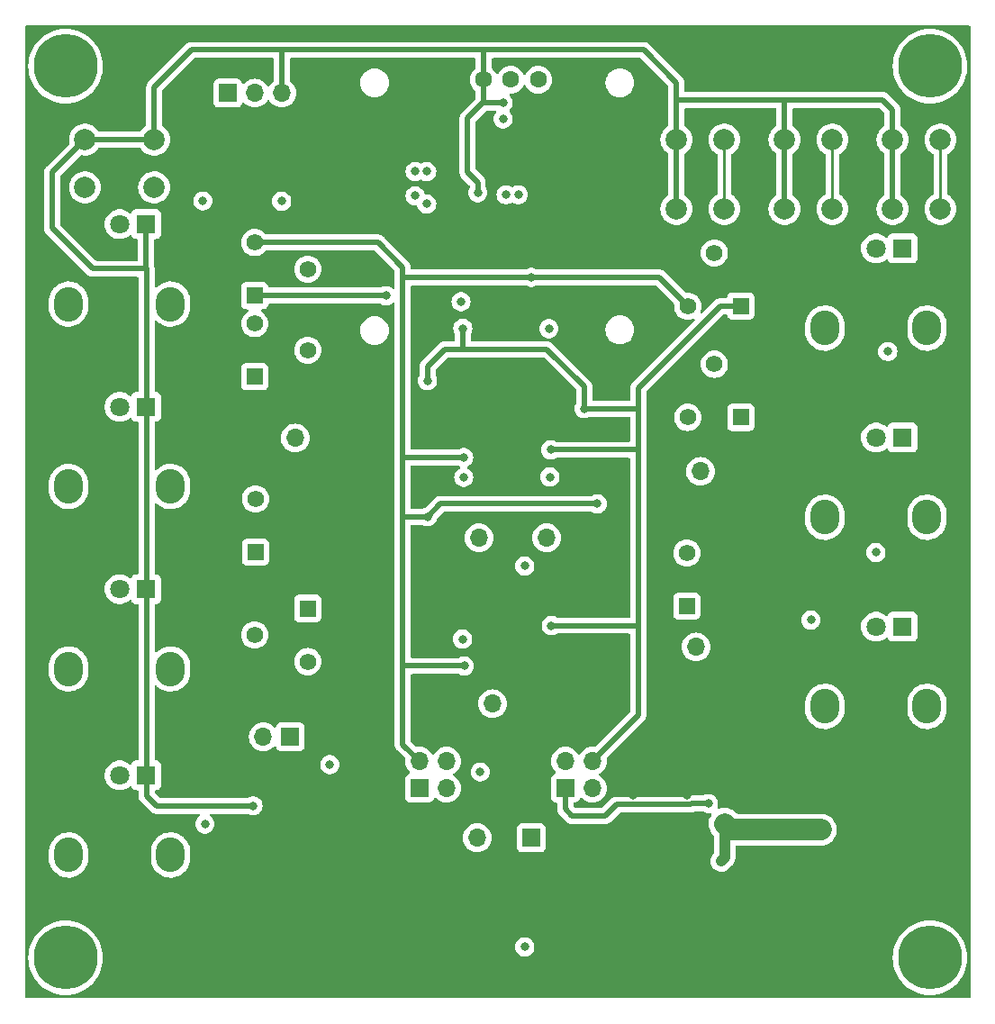
<source format=gbr>
%TF.GenerationSoftware,KiCad,Pcbnew,7.0.1-3b83917a11~172~ubuntu22.04.1*%
%TF.CreationDate,2023-04-03T22:42:05+01:00*%
%TF.ProjectId,adsr_vca_fx,61647372-5f76-4636-915f-66782e6b6963,rev?*%
%TF.SameCoordinates,Original*%
%TF.FileFunction,Copper,L3,Inr*%
%TF.FilePolarity,Positive*%
%FSLAX46Y46*%
G04 Gerber Fmt 4.6, Leading zero omitted, Abs format (unit mm)*
G04 Created by KiCad (PCBNEW 7.0.1-3b83917a11~172~ubuntu22.04.1) date 2023-04-03 22:42:05*
%MOMM*%
%LPD*%
G01*
G04 APERTURE LIST*
%TA.AperFunction,ComponentPad*%
%ADD10R,1.700000X1.700000*%
%TD*%
%TA.AperFunction,ComponentPad*%
%ADD11O,1.700000X1.700000*%
%TD*%
%TA.AperFunction,ComponentPad*%
%ADD12C,2.000000*%
%TD*%
%TA.AperFunction,ComponentPad*%
%ADD13C,6.000000*%
%TD*%
%TA.AperFunction,ComponentPad*%
%ADD14R,1.560000X1.560000*%
%TD*%
%TA.AperFunction,ComponentPad*%
%ADD15C,1.560000*%
%TD*%
%TA.AperFunction,ComponentPad*%
%ADD16O,2.720000X3.240000*%
%TD*%
%TA.AperFunction,ComponentPad*%
%ADD17R,1.800000X1.800000*%
%TD*%
%TA.AperFunction,ComponentPad*%
%ADD18C,1.800000*%
%TD*%
%TA.AperFunction,ComponentPad*%
%ADD19C,0.500000*%
%TD*%
%TA.AperFunction,ComponentPad*%
%ADD20C,1.600000*%
%TD*%
%TA.AperFunction,ViaPad*%
%ADD21C,0.800000*%
%TD*%
%TA.AperFunction,Conductor*%
%ADD22C,0.500000*%
%TD*%
%TA.AperFunction,Conductor*%
%ADD23C,2.000000*%
%TD*%
%TA.AperFunction,Conductor*%
%ADD24C,1.000000*%
%TD*%
%TA.AperFunction,Conductor*%
%ADD25C,0.250000*%
%TD*%
G04 APERTURE END LIST*
D10*
%TO.N,VDD*%
%TO.C,J1*%
X123784600Y-127152400D03*
D11*
%TO.N,GND*%
X121244600Y-127152400D03*
%TO.N,VSS*%
X118704600Y-127152400D03*
%TD*%
D12*
%TO.N,+3.3V*%
%TO.C,SW2*%
X137450000Y-68020000D03*
X137450000Y-61520000D03*
%TO.N,/EnvelopeGenerator/user_btn1*%
X141950000Y-68020000D03*
X141950000Y-61520000D03*
%TD*%
D13*
%TO.N,N/C*%
%TO.C,H3*%
X161290000Y-138430000D03*
%TD*%
D10*
%TO.N,/PowerSupply/-5V*%
%TO.C,J3*%
X113284000Y-122488750D03*
D11*
%TO.N,VSSA*%
X113284000Y-119948750D03*
%TO.N,VSS*%
X115824000Y-122488750D03*
%TO.N,VSSA*%
X115824000Y-119948750D03*
%TD*%
D14*
%TO.N,/AudioInput/audio_out*%
%TO.C,RV1*%
X102790000Y-105587600D03*
D15*
%TO.N,Net-(U1A--)*%
X97790000Y-108087600D03*
X102790000Y-110587600D03*
%TD*%
D16*
%TO.N,*%
%TO.C,RV3*%
X161010000Y-97025000D03*
X151410000Y-97025000D03*
D17*
%TO.N,/AudioOutput/audio_in2*%
X158710000Y-89525000D03*
D18*
%TO.N,Net-(R3-Pad1)*%
X156210000Y-89525000D03*
%TO.N,GND*%
X153710000Y-89525000D03*
%TD*%
D16*
%TO.N,*%
%TO.C,RV4*%
X161010000Y-114805000D03*
X151410000Y-114805000D03*
D17*
%TO.N,/AudioInput/audio_out*%
X158710000Y-107305000D03*
D18*
%TO.N,Net-(R4-Pad1)*%
X156210000Y-107305000D03*
%TO.N,GND*%
X153710000Y-107305000D03*
%TD*%
D11*
%TO.N,Net-(J5-Pin_2)*%
%TO.C,J5*%
X139294000Y-109220000D03*
D10*
%TO.N,GND*%
X141834000Y-109220000D03*
%TD*%
%TO.N,/AudioInput/peak_detect_out*%
%TO.C,JP1*%
X101142800Y-117652800D03*
D11*
%TO.N,/EnvelopeGenerator/peak_detect_gatecv*%
X98602800Y-117652800D03*
%TD*%
D16*
%TO.N,*%
%TO.C,RV12*%
X89890000Y-111275000D03*
X80290000Y-111275000D03*
D17*
%TO.N,+3.3V*%
X87590000Y-103775000D03*
D18*
%TO.N,/ADSRPots/env_in.sustain*%
X85090000Y-103775000D03*
%TO.N,GND*%
X82590000Y-103775000D03*
%TD*%
D10*
%TO.N,GND*%
%TO.C,J9*%
X127787800Y-98943600D03*
D11*
%TO.N,/AudioOutput/audio_in1*%
X125247800Y-98943600D03*
%TD*%
D12*
%TO.N,+3.3V*%
%TO.C,SW3*%
X147610000Y-68020000D03*
X147610000Y-61520000D03*
%TO.N,/EnvelopeGenerator/user_btn2*%
X152110000Y-68020000D03*
X152110000Y-61520000D03*
%TD*%
D14*
%TO.N,VDDA*%
%TO.C,RV6*%
X143510000Y-77170000D03*
D15*
%TO.N,Net-(R11-Pad1)*%
X141010000Y-72170000D03*
%TO.N,VSSA*%
X138510000Y-77170000D03*
%TD*%
D10*
%TO.N,GND*%
%TO.C,J10*%
X116347500Y-98948000D03*
D11*
%TO.N,/AudioOutput/audio_in2*%
X118887500Y-98948000D03*
%TD*%
D14*
%TO.N,Net-(U4A-+)*%
%TO.C,RV8*%
X138430000Y-105370000D03*
D15*
%TO.N,GND*%
X143430000Y-102870000D03*
%TO.N,Net-(U4A--)*%
X138430000Y-100370000D03*
%TD*%
D13*
%TO.N,N/C*%
%TO.C,H1*%
X161290000Y-54610000D03*
%TD*%
D16*
%TO.N,*%
%TO.C,RV11*%
X89890000Y-76969000D03*
X80290000Y-76969000D03*
D17*
%TO.N,+3.3V*%
X87590000Y-69469000D03*
D18*
%TO.N,/ADSRPots/env_in.attack*%
X85090000Y-69469000D03*
%TO.N,GND*%
X82590000Y-69469000D03*
%TD*%
D10*
%TO.N,GND*%
%TO.C,J8*%
X142240000Y-92710000D03*
D11*
%TO.N,Net-(J8-Pin_2)*%
X139700000Y-92710000D03*
%TD*%
D16*
%TO.N,*%
%TO.C,RV13*%
X89890000Y-94130000D03*
X80290000Y-94130000D03*
D17*
%TO.N,+3.3V*%
X87590000Y-86630000D03*
D18*
%TO.N,/ADSRPots/env_in.decay*%
X85090000Y-86630000D03*
%TO.N,GND*%
X82590000Y-86630000D03*
%TD*%
D16*
%TO.N,*%
%TO.C,RV14*%
X89890000Y-128775000D03*
X80290000Y-128775000D03*
D17*
%TO.N,+3.3V*%
X87590000Y-121275000D03*
D18*
%TO.N,/ADSRPots/env_in.release*%
X85090000Y-121275000D03*
%TO.N,GND*%
X82590000Y-121275000D03*
%TD*%
D12*
%TO.N,+3.3V*%
%TO.C,SW1*%
X81840000Y-61504000D03*
X88340000Y-61504000D03*
%TO.N,/EnvelopeGenerator/manual_gate_cv*%
X81840000Y-66004000D03*
X88340000Y-66004000D03*
%TD*%
D14*
%TO.N,Net-(J7-Pin_2)*%
%TO.C,RV9*%
X97790000Y-83812000D03*
D15*
%TO.N,Net-(U5B--)*%
X102790000Y-81312000D03*
X97790000Y-78812000D03*
%TD*%
D14*
%TO.N,Net-(U4C-+)*%
%TO.C,RV7*%
X97870000Y-100290000D03*
D15*
%TO.N,GND*%
X102870000Y-97790000D03*
%TO.N,Net-(U4C--)*%
X97870000Y-95290000D03*
%TD*%
D13*
%TO.N,N/C*%
%TO.C,H4*%
X80010000Y-138430000D03*
%TD*%
D19*
%TO.N,GND*%
%TO.C,U3*%
X121526000Y-62149500D03*
X120526000Y-62149500D03*
X119526000Y-62149500D03*
X121526000Y-63149500D03*
X120526000Y-63149500D03*
X119526000Y-63149500D03*
X121526000Y-64149500D03*
X120526000Y-64149500D03*
X119526000Y-64149500D03*
%TD*%
D14*
%TO.N,VDDA*%
%TO.C,RV5*%
X97790000Y-76192000D03*
D15*
%TO.N,Net-(R10-Pad1)*%
X102790000Y-73692000D03*
%TO.N,VSSA*%
X97790000Y-71192000D03*
%TD*%
D12*
%TO.N,+3.3V*%
%TO.C,SW4*%
X157770000Y-68020000D03*
X157770000Y-61520000D03*
%TO.N,/EnvelopeGenerator/user_btn3*%
X162270000Y-68020000D03*
X162270000Y-61520000D03*
%TD*%
D16*
%TO.N,*%
%TO.C,RV2*%
X161010000Y-79245000D03*
X151410000Y-79245000D03*
D17*
%TO.N,/AudioOutput/audio_in1*%
X158710000Y-71745000D03*
D18*
%TO.N,Net-(R2-Pad1)*%
X156210000Y-71745000D03*
%TO.N,GND*%
X153710000Y-71745000D03*
%TD*%
D10*
%TO.N,/PowerSupply/PolarityProtection/VOUT*%
%TO.C,J2*%
X127000000Y-122488750D03*
D11*
%TO.N,VDDA*%
X127000000Y-119948750D03*
%TO.N,/PowerSupply/+5V*%
X129540000Y-122488750D03*
%TO.N,VDDA*%
X129540000Y-119948750D03*
%TD*%
D14*
%TO.N,Net-(J8-Pin_2)*%
%TO.C,RV10*%
X143510000Y-87630000D03*
D15*
%TO.N,Net-(U5A--)*%
X141010000Y-82630000D03*
X138510000Y-87630000D03*
%TD*%
D10*
%TO.N,GND*%
%TO.C,J7*%
X99060000Y-89567000D03*
D11*
%TO.N,Net-(J7-Pin_2)*%
X101600000Y-89567000D03*
%TD*%
D20*
%TO.N,GND*%
%TO.C,J11*%
X116787800Y-55880000D03*
%TO.N,+3.3V*%
X119327800Y-55880000D03*
%TO.N,/EnvelopeGenerator/displaybus.sda*%
X121867800Y-55880000D03*
%TO.N,/EnvelopeGenerator/displaybus.scl*%
X124453800Y-55880000D03*
%TD*%
D13*
%TO.N,N/C*%
%TO.C,H2*%
X80010000Y-54610000D03*
%TD*%
D10*
%TO.N,GND*%
%TO.C,J4*%
X122682000Y-114554000D03*
D11*
%TO.N,Net-(J4-Pin_2)*%
X120142000Y-114554000D03*
%TD*%
%TO.N,+3.3V*%
%TO.C,J12*%
X100345000Y-57150000D03*
%TO.N,/EnvelopeGenerator/boot0*%
X97805000Y-57150000D03*
D10*
%TO.N,Net-(J12-Pin_1)*%
X95265000Y-57150000D03*
%TD*%
D21*
%TO.N,GND*%
X136144000Y-107188000D03*
X115316000Y-69088000D03*
X120396000Y-104140000D03*
X94488000Y-120396000D03*
X121920000Y-139192000D03*
X117856000Y-72644000D03*
X115316000Y-87884000D03*
X121412000Y-86360000D03*
X127000000Y-87884000D03*
X132080000Y-97028000D03*
X129540000Y-109728000D03*
X91948000Y-118364000D03*
X150368000Y-72644000D03*
X154940000Y-68580000D03*
X154940000Y-59944000D03*
X135128000Y-57912000D03*
X134112000Y-61468000D03*
X133604000Y-66040000D03*
X133604000Y-69596000D03*
X128524000Y-65532000D03*
X107696000Y-68072000D03*
X91948000Y-59944000D03*
X79756000Y-85344000D03*
X79756000Y-119380000D03*
X79756000Y-101600000D03*
X78232000Y-133096000D03*
X153416000Y-138684000D03*
X148336000Y-138684000D03*
X143256000Y-138684000D03*
X138176000Y-138684000D03*
X153416000Y-118364000D03*
X159004000Y-118872000D03*
X148336000Y-113792000D03*
X138176000Y-113792000D03*
X143764000Y-113792000D03*
X145796000Y-100584000D03*
X145796000Y-77724000D03*
X145796000Y-72644000D03*
X83820000Y-131572000D03*
X83820000Y-113792000D03*
X84328000Y-95504000D03*
X84328000Y-90932000D03*
X84836000Y-77724000D03*
X78232000Y-60452000D03*
X104648000Y-55372000D03*
%TO.N,VDDA*%
X125684000Y-107203000D03*
X125628400Y-90678000D03*
X128777500Y-86816700D03*
X114046000Y-84175600D03*
X110126400Y-76192000D03*
X117363000Y-79263000D03*
%TO.N,GND*%
X110932000Y-133155000D03*
X110490000Y-87630000D03*
X146050000Y-120650000D03*
X105410000Y-115570000D03*
X158750000Y-74930000D03*
X151130000Y-140970000D03*
X132334000Y-89154000D03*
X82550000Y-80010000D03*
X100838000Y-93218000D03*
X125730000Y-133350000D03*
X123190000Y-69850000D03*
X163830000Y-87630000D03*
X148590000Y-80010000D03*
X97754000Y-126045000D03*
X148590000Y-85090000D03*
X140970000Y-120650000D03*
X133350000Y-134726000D03*
X130810000Y-132186000D03*
X156892800Y-129471200D03*
X161290000Y-105410000D03*
X163830000Y-64770000D03*
X91440000Y-83820000D03*
X163830000Y-128270000D03*
X105410000Y-69850000D03*
X101854000Y-107950000D03*
X91440000Y-97790000D03*
X113030000Y-113030000D03*
X91186000Y-106426000D03*
X110490000Y-69850000D03*
X110490000Y-115570000D03*
X163830000Y-113030000D03*
X85090000Y-55880000D03*
X145542000Y-82550000D03*
X97180400Y-138176000D03*
X145542000Y-89154000D03*
X125730000Y-67310000D03*
X163830000Y-77470000D03*
X138430000Y-134726000D03*
X124866400Y-116611400D03*
X128270000Y-130810000D03*
X161290000Y-124566000D03*
X106883200Y-123240800D03*
X138430000Y-123190000D03*
X148590000Y-69850000D03*
X152066800Y-129471200D03*
X133350000Y-123190000D03*
X91186000Y-102870000D03*
X128270000Y-69850000D03*
X117094000Y-66040000D03*
X163830000Y-102870000D03*
X130810000Y-67310000D03*
X130860800Y-76098400D03*
X83820000Y-125730000D03*
X145288000Y-129392000D03*
X147828000Y-129392000D03*
X104394000Y-93218000D03*
X103124000Y-130556000D03*
X107950000Y-107950000D03*
X95250000Y-113030000D03*
X91440000Y-88900000D03*
X85090000Y-52070000D03*
X107950000Y-100330000D03*
X156210000Y-140970000D03*
X153670000Y-95250000D03*
X107950000Y-95250000D03*
X153670000Y-123190000D03*
X139700000Y-55880000D03*
X148590000Y-74930000D03*
X140970000Y-75946000D03*
X96316800Y-135636000D03*
X163830000Y-107950000D03*
X163830000Y-72390000D03*
X140970000Y-104394000D03*
X86360000Y-128524000D03*
X105410000Y-80010000D03*
X151384000Y-52832000D03*
X163830000Y-82550000D03*
X146050000Y-140970000D03*
X148844000Y-55880000D03*
X163830000Y-133350000D03*
X125578000Y-111034000D03*
X156210000Y-137266000D03*
X135890000Y-115570000D03*
X143764000Y-55880000D03*
X87630000Y-138430000D03*
X148590000Y-90170000D03*
X113284000Y-55880000D03*
X153416000Y-55880000D03*
X92710000Y-138430000D03*
X128016000Y-55880000D03*
X135890000Y-77470000D03*
X123204500Y-60208438D03*
X163830000Y-123190000D03*
X110490000Y-107950000D03*
X104902000Y-107950000D03*
X99695000Y-138677000D03*
X161290000Y-129646000D03*
X155448000Y-52832000D03*
X97993200Y-129692400D03*
X105918000Y-97790000D03*
X153670000Y-82550000D03*
X105537000Y-135502000D03*
X116012000Y-133155000D03*
X92710000Y-132384800D03*
X110490000Y-120650000D03*
X140970000Y-140970000D03*
X87884000Y-53848000D03*
X163830000Y-97790000D03*
X153162000Y-74930000D03*
X85090000Y-140970000D03*
X83820000Y-107950000D03*
X99314000Y-97790000D03*
X121026000Y-133155000D03*
X131521200Y-114655600D03*
X95758000Y-104902000D03*
X90170000Y-140970000D03*
X163830000Y-92710000D03*
X85852000Y-111252000D03*
X109982000Y-97790000D03*
X148590000Y-97790000D03*
X90170000Y-115570000D03*
X133350000Y-118110000D03*
X146050000Y-115570000D03*
X163830000Y-118110000D03*
X107950000Y-113030000D03*
X82550000Y-74930000D03*
X148590000Y-102870000D03*
X135890000Y-80010000D03*
X130810000Y-59690000D03*
X156210000Y-117094000D03*
X104394000Y-100330000D03*
X158750000Y-123190000D03*
X128270000Y-135890000D03*
X135890000Y-120650000D03*
X140970000Y-115570000D03*
%TO.N,VSSA*%
X129997200Y-95758000D03*
X114046000Y-96977200D03*
X117449600Y-91389200D03*
X117500400Y-110998000D03*
X123799600Y-74472800D03*
%TO.N,+3.3V*%
X97632000Y-124145000D03*
X104851200Y-120275061D03*
X121158000Y-58039000D03*
X118770800Y-66507800D03*
%TO.N,/EnvelopeGenerator/adsr_env_out2*%
X113962000Y-64516000D03*
X113962000Y-67564000D03*
%TO.N,/EnvelopeGenerator/adsr_env_out1*%
X112878000Y-66802000D03*
X112878000Y-64516000D03*
%TO.N,/PowerSupply/+5V*%
X93121000Y-125857000D03*
X123190000Y-137407000D03*
%TO.N,Net-(D3-A)*%
X118999000Y-120964750D03*
%TO.N,/AudioOutput/audio_in2*%
X123190000Y-101600000D03*
%TO.N,/EnvelopeGenerator/swdio*%
X121437400Y-66700400D03*
%TO.N,/EnvelopeGenerator/swclk*%
X122580400Y-66700400D03*
%TO.N,/EnvelopeGenerator/reset*%
X121158000Y-59563000D03*
%TO.N,Net-(U1B--)*%
X150089000Y-106680000D03*
X157322500Y-81437500D03*
X156210000Y-100330000D03*
%TO.N,Net-(U1A--)*%
X117344000Y-108473000D03*
%TO.N,/EnvelopeGenerator/manual_gate_cv*%
X92913200Y-67284600D03*
X100330000Y-67310000D03*
%TO.N,Net-(U6-SW)*%
X141652800Y-129344200D03*
X151028400Y-126394800D03*
X141986000Y-125836000D03*
%TO.N,Net-(U5B--)*%
X117196000Y-76744000D03*
%TO.N,Net-(U5A--)*%
X125451000Y-79284000D03*
%TO.N,Net-(R16-Pad2)*%
X117450000Y-93254000D03*
%TO.N,Net-(R18-Pad2)*%
X125557000Y-93233000D03*
%TO.N,/PowerSupply/PolarityProtection/VOUT*%
X140462000Y-123931000D03*
%TD*%
D22*
%TO.N,VDDA*%
X133858000Y-107289600D02*
X133858000Y-90678000D01*
X133858000Y-115630750D02*
X133858000Y-107289600D01*
X129540000Y-119948750D02*
X133858000Y-115630750D01*
X133771400Y-107203000D02*
X133858000Y-107289600D01*
X125684000Y-107203000D02*
X133771400Y-107203000D01*
%TO.N,+3.3V*%
X100345000Y-57150000D02*
X100345000Y-53086000D01*
%TO.N,VDDA*%
X115671600Y-81229200D02*
X117363000Y-81229200D01*
X114046000Y-84175600D02*
X114046000Y-82854800D01*
X128777500Y-86816700D02*
X128777500Y-84733900D01*
X133858000Y-84903918D02*
X141591918Y-77170000D01*
X125272800Y-81229200D02*
X117363000Y-81229200D01*
X133858000Y-86868000D02*
X133858000Y-84903918D01*
X114046000Y-82854800D02*
X115671600Y-81229200D01*
X133858000Y-90678000D02*
X133858000Y-86868000D01*
X141591918Y-77170000D02*
X143510000Y-77170000D01*
X117363000Y-81229200D02*
X117363000Y-80431400D01*
X125628400Y-90678000D02*
X133858000Y-90678000D01*
X117363000Y-80431400D02*
X117363000Y-79263000D01*
X110126400Y-76192000D02*
X97790000Y-76192000D01*
X128777500Y-86816700D02*
X133806700Y-86816700D01*
X128777500Y-84733900D02*
X125272800Y-81229200D01*
X133806700Y-86816700D02*
X133858000Y-86868000D01*
%TO.N,VSSA*%
X123799600Y-74472800D02*
X135812800Y-74472800D01*
X111709200Y-118373950D02*
X111709200Y-111048800D01*
X117449600Y-91389200D02*
X111709200Y-91389200D01*
X111709200Y-74523600D02*
X111709200Y-73507600D01*
X111709200Y-73507600D02*
X109393600Y-71192000D01*
X135812800Y-74472800D02*
X138510000Y-77170000D01*
X111760000Y-74472800D02*
X111709200Y-74523600D01*
X111760000Y-110998000D02*
X111709200Y-111048800D01*
X129997200Y-95758000D02*
X123291600Y-95758000D01*
X111709200Y-91389200D02*
X111709200Y-74523600D01*
X114046000Y-96977200D02*
X111709200Y-96977200D01*
X113284000Y-119948750D02*
X111709200Y-118373950D01*
X115265200Y-95758000D02*
X114046000Y-96977200D01*
X117500400Y-110998000D02*
X111760000Y-110998000D01*
X123291600Y-95758000D02*
X115265200Y-95758000D01*
X123799600Y-74472800D02*
X111760000Y-74472800D01*
X109393600Y-71192000D02*
X97790000Y-71192000D01*
X111709200Y-111048800D02*
X111709200Y-96977200D01*
X111709200Y-96977200D02*
X111709200Y-91389200D01*
%TO.N,+3.3V*%
X119327800Y-57986800D02*
X119327800Y-55880000D01*
X157770000Y-58710000D02*
X157770000Y-68020000D01*
X87590000Y-73620000D02*
X87590000Y-69469000D01*
X87630000Y-123220000D02*
X88555000Y-124145000D01*
X87630000Y-73660000D02*
X82550000Y-73660000D01*
X119327800Y-53086000D02*
X119327800Y-55880000D01*
X137450000Y-57785000D02*
X137450000Y-68020000D01*
X78740000Y-69850000D02*
X78740000Y-64604000D01*
X117805600Y-64577400D02*
X118770800Y-65542600D01*
X88340000Y-56592400D02*
X91846400Y-53086000D01*
X147610000Y-57821000D02*
X147610000Y-68020000D01*
X156845000Y-57785000D02*
X157770000Y-58710000D01*
X119327800Y-53086000D02*
X134366000Y-53086000D01*
X88304000Y-61504000D02*
X81840000Y-61504000D01*
X82550000Y-73660000D02*
X78740000Y-69850000D01*
X78740000Y-64604000D02*
X81840000Y-61504000D01*
X119380000Y-58039000D02*
X119327800Y-57986800D01*
X117805600Y-59509000D02*
X117805600Y-64577400D01*
X134366000Y-53086000D02*
X137450000Y-56170000D01*
X119327800Y-57986800D02*
X117805600Y-59509000D01*
X137450000Y-56170000D02*
X137450000Y-57785000D01*
X87630000Y-73660000D02*
X87630000Y-123220000D01*
X88555000Y-124145000D02*
X97632000Y-124145000D01*
X88340000Y-61504000D02*
X88340000Y-56592400D01*
X91846400Y-53086000D02*
X119327800Y-53086000D01*
X87630000Y-73660000D02*
X87590000Y-73620000D01*
X137450000Y-57785000D02*
X156845000Y-57785000D01*
X118770800Y-65542600D02*
X118770800Y-66507800D01*
X121158000Y-58039000D02*
X119380000Y-58039000D01*
D23*
%TO.N,Net-(U6-SW)*%
X142544800Y-126394800D02*
X141986000Y-125836000D01*
X151028400Y-126394800D02*
X142544800Y-126394800D01*
D24*
X141986000Y-129011000D02*
X141986000Y-125836000D01*
X141652800Y-129344200D02*
X141986000Y-129011000D01*
D22*
%TO.N,/PowerSupply/PolarityProtection/VOUT*%
X140462000Y-123931000D02*
X138891082Y-123931000D01*
X127000000Y-124460000D02*
X127000000Y-122488750D01*
X138782082Y-124040000D02*
X131831041Y-124040000D01*
X130776041Y-125095000D02*
X127635000Y-125095000D01*
X127635000Y-125095000D02*
X127000000Y-124460000D01*
X131831041Y-124040000D02*
X130776041Y-125095000D01*
X138891082Y-123931000D02*
X138782082Y-124040000D01*
D25*
%TO.N,/EnvelopeGenerator/user_btn1*%
X141950000Y-68020000D02*
X141950000Y-61520000D01*
%TO.N,/EnvelopeGenerator/user_btn2*%
X152110000Y-68020000D02*
X152110000Y-61520000D01*
%TO.N,/EnvelopeGenerator/user_btn3*%
X162270000Y-68020000D02*
X162270000Y-61520000D01*
%TD*%
%TA.AperFunction,Conductor*%
%TO.N,GND*%
G36*
X165037500Y-50817113D02*
G01*
X165082887Y-50862500D01*
X165099500Y-50924500D01*
X165099500Y-142115500D01*
X165082887Y-142177500D01*
X165037500Y-142222887D01*
X164975500Y-142239500D01*
X76324500Y-142239500D01*
X76262500Y-142222887D01*
X76217113Y-142177500D01*
X76200500Y-142115500D01*
X76200500Y-138430000D01*
X76504696Y-138430000D01*
X76523897Y-138796406D01*
X76581293Y-139158788D01*
X76676258Y-139513200D01*
X76807744Y-139855735D01*
X76974320Y-140182656D01*
X77174146Y-140490363D01*
X77289599Y-140632935D01*
X77405051Y-140775506D01*
X77664494Y-141034949D01*
X77854587Y-141188883D01*
X77949636Y-141265853D01*
X78257343Y-141465679D01*
X78257348Y-141465682D01*
X78584264Y-141632255D01*
X78926801Y-141763742D01*
X79281206Y-141858705D01*
X79281209Y-141858705D01*
X79281211Y-141858706D01*
X79643593Y-141916102D01*
X79693373Y-141918710D01*
X80010000Y-141935304D01*
X80341645Y-141917923D01*
X80376406Y-141916102D01*
X80738788Y-141858706D01*
X80738788Y-141858705D01*
X80738794Y-141858705D01*
X81093199Y-141763742D01*
X81435736Y-141632255D01*
X81762652Y-141465682D01*
X82070366Y-141265851D01*
X82355506Y-141034949D01*
X82614949Y-140775506D01*
X82845851Y-140490366D01*
X83045682Y-140182652D01*
X83212255Y-139855736D01*
X83343742Y-139513199D01*
X83438705Y-139158794D01*
X83496102Y-138796404D01*
X83515304Y-138430000D01*
X157784696Y-138430000D01*
X157803897Y-138796406D01*
X157861293Y-139158788D01*
X157956258Y-139513200D01*
X158087744Y-139855735D01*
X158254320Y-140182656D01*
X158454146Y-140490363D01*
X158569599Y-140632935D01*
X158685051Y-140775506D01*
X158944494Y-141034949D01*
X159134587Y-141188883D01*
X159229636Y-141265853D01*
X159537343Y-141465679D01*
X159537348Y-141465682D01*
X159864264Y-141632255D01*
X160206801Y-141763742D01*
X160561206Y-141858705D01*
X160561209Y-141858705D01*
X160561211Y-141858706D01*
X160923593Y-141916102D01*
X160973373Y-141918710D01*
X161290000Y-141935304D01*
X161621645Y-141917923D01*
X161656406Y-141916102D01*
X162018788Y-141858706D01*
X162018788Y-141858705D01*
X162018794Y-141858705D01*
X162373199Y-141763742D01*
X162715736Y-141632255D01*
X163042652Y-141465682D01*
X163350366Y-141265851D01*
X163635506Y-141034949D01*
X163894949Y-140775506D01*
X164125851Y-140490366D01*
X164325682Y-140182652D01*
X164492255Y-139855736D01*
X164623742Y-139513199D01*
X164718705Y-139158794D01*
X164776102Y-138796404D01*
X164795304Y-138430000D01*
X164776102Y-138063596D01*
X164756402Y-137939216D01*
X164718706Y-137701211D01*
X164690316Y-137595257D01*
X164623742Y-137346801D01*
X164492255Y-137004264D01*
X164325682Y-136677348D01*
X164290290Y-136622849D01*
X164125853Y-136369636D01*
X164048883Y-136274587D01*
X163894949Y-136084494D01*
X163635506Y-135825051D01*
X163492936Y-135709600D01*
X163350363Y-135594146D01*
X163042656Y-135394320D01*
X162715735Y-135227744D01*
X162373200Y-135096258D01*
X162018788Y-135001293D01*
X161656406Y-134943897D01*
X161290000Y-134924696D01*
X160923593Y-134943897D01*
X160561211Y-135001293D01*
X160206799Y-135096258D01*
X159864264Y-135227744D01*
X159537343Y-135394320D01*
X159229636Y-135594146D01*
X158944490Y-135825054D01*
X158685054Y-136084490D01*
X158454146Y-136369636D01*
X158254320Y-136677343D01*
X158087744Y-137004264D01*
X157956258Y-137346799D01*
X157861293Y-137701211D01*
X157803897Y-138063593D01*
X157784696Y-138430000D01*
X83515304Y-138430000D01*
X83496102Y-138063596D01*
X83476402Y-137939216D01*
X83438706Y-137701211D01*
X83410316Y-137595257D01*
X83359872Y-137406999D01*
X122284540Y-137406999D01*
X122304326Y-137595257D01*
X122362820Y-137775284D01*
X122457466Y-137939216D01*
X122584129Y-138079889D01*
X122737269Y-138191151D01*
X122910197Y-138268144D01*
X123095352Y-138307500D01*
X123095354Y-138307500D01*
X123284646Y-138307500D01*
X123284648Y-138307500D01*
X123408084Y-138281262D01*
X123469803Y-138268144D01*
X123642730Y-138191151D01*
X123795871Y-138079888D01*
X123922533Y-137939216D01*
X124017179Y-137775284D01*
X124075674Y-137595256D01*
X124095460Y-137407000D01*
X124075674Y-137218744D01*
X124017179Y-137038716D01*
X124017179Y-137038715D01*
X123922533Y-136874783D01*
X123795870Y-136734110D01*
X123642730Y-136622848D01*
X123469802Y-136545855D01*
X123284648Y-136506500D01*
X123284646Y-136506500D01*
X123095354Y-136506500D01*
X123095352Y-136506500D01*
X122910197Y-136545855D01*
X122737269Y-136622848D01*
X122584129Y-136734110D01*
X122457466Y-136874783D01*
X122362820Y-137038715D01*
X122304326Y-137218742D01*
X122284540Y-137406999D01*
X83359872Y-137406999D01*
X83343742Y-137346801D01*
X83212255Y-137004264D01*
X83045682Y-136677348D01*
X83010290Y-136622849D01*
X82845853Y-136369636D01*
X82768883Y-136274587D01*
X82614949Y-136084494D01*
X82355506Y-135825051D01*
X82212936Y-135709600D01*
X82070363Y-135594146D01*
X81762656Y-135394320D01*
X81435735Y-135227744D01*
X81093200Y-135096258D01*
X80738788Y-135001293D01*
X80376406Y-134943897D01*
X80010000Y-134924696D01*
X79643593Y-134943897D01*
X79281211Y-135001293D01*
X78926799Y-135096258D01*
X78584264Y-135227744D01*
X78257343Y-135394320D01*
X77949636Y-135594146D01*
X77664490Y-135825054D01*
X77405054Y-136084490D01*
X77174146Y-136369636D01*
X76974320Y-136677343D01*
X76807744Y-137004264D01*
X76676258Y-137346799D01*
X76581293Y-137701211D01*
X76523897Y-138063593D01*
X76504696Y-138430000D01*
X76200500Y-138430000D01*
X76200500Y-129103003D01*
X78429500Y-129103003D01*
X78444402Y-129306617D01*
X78503616Y-129572438D01*
X78563331Y-129728567D01*
X78600907Y-129826814D01*
X78734196Y-130064310D01*
X78754354Y-130090415D01*
X78900645Y-130279869D01*
X79096704Y-130468894D01*
X79318199Y-130627359D01*
X79447906Y-130694046D01*
X79560403Y-130751885D01*
X79818159Y-130839819D01*
X79818161Y-130839819D01*
X79818163Y-130839820D01*
X80085970Y-130889286D01*
X80358130Y-130899232D01*
X80358130Y-130899231D01*
X80358131Y-130899232D01*
X80628839Y-130869446D01*
X80892326Y-130800562D01*
X81142975Y-130694047D01*
X81375444Y-130552173D01*
X81584779Y-130377963D01*
X81766518Y-130175131D01*
X81916788Y-129947998D01*
X82032386Y-129701406D01*
X82110847Y-129440611D01*
X82150500Y-129171171D01*
X82150500Y-129103003D01*
X88029500Y-129103003D01*
X88044402Y-129306617D01*
X88103616Y-129572438D01*
X88163331Y-129728567D01*
X88200907Y-129826814D01*
X88334196Y-130064310D01*
X88354354Y-130090415D01*
X88500645Y-130279869D01*
X88696704Y-130468894D01*
X88918199Y-130627359D01*
X89047906Y-130694046D01*
X89160403Y-130751885D01*
X89418159Y-130839819D01*
X89418161Y-130839819D01*
X89418163Y-130839820D01*
X89685970Y-130889286D01*
X89958130Y-130899232D01*
X89958130Y-130899231D01*
X89958131Y-130899232D01*
X90228839Y-130869446D01*
X90492326Y-130800562D01*
X90742975Y-130694047D01*
X90975444Y-130552173D01*
X91184779Y-130377963D01*
X91366518Y-130175131D01*
X91516788Y-129947998D01*
X91632386Y-129701406D01*
X91710847Y-129440611D01*
X91750500Y-129171171D01*
X91750500Y-128447000D01*
X91745510Y-128378829D01*
X91735597Y-128243382D01*
X91676383Y-127977561D01*
X91627057Y-127848594D01*
X91579093Y-127723186D01*
X91445804Y-127485690D01*
X91338023Y-127346110D01*
X91279354Y-127270130D01*
X91157243Y-127152400D01*
X117348940Y-127152400D01*
X117369536Y-127387807D01*
X117395764Y-127485690D01*
X117430697Y-127616063D01*
X117530565Y-127830230D01*
X117666105Y-128023801D01*
X117833199Y-128190895D01*
X118026770Y-128326435D01*
X118240937Y-128426303D01*
X118469192Y-128487463D01*
X118704600Y-128508059D01*
X118940008Y-128487463D01*
X119168263Y-128426303D01*
X119382430Y-128326435D01*
X119576001Y-128190895D01*
X119716627Y-128050269D01*
X122434100Y-128050269D01*
X122440456Y-128109388D01*
X122440509Y-128109883D01*
X122490804Y-128244731D01*
X122577054Y-128359946D01*
X122692269Y-128446196D01*
X122827117Y-128496491D01*
X122886727Y-128502900D01*
X124682472Y-128502899D01*
X124742083Y-128496491D01*
X124876931Y-128446196D01*
X124992146Y-128359946D01*
X125078396Y-128244731D01*
X125128691Y-128109883D01*
X125135100Y-128050273D01*
X125135099Y-126254528D01*
X125128691Y-126194917D01*
X125078396Y-126060069D01*
X124992146Y-125944854D01*
X124876931Y-125858604D01*
X124742083Y-125808309D01*
X124682473Y-125801900D01*
X124682469Y-125801900D01*
X122886730Y-125801900D01*
X122827115Y-125808309D01*
X122692269Y-125858604D01*
X122577054Y-125944854D01*
X122490804Y-126060068D01*
X122440509Y-126194916D01*
X122434100Y-126254530D01*
X122434100Y-128050269D01*
X119716627Y-128050269D01*
X119743095Y-128023801D01*
X119878635Y-127830230D01*
X119978503Y-127616063D01*
X120039663Y-127387808D01*
X120060259Y-127152400D01*
X120039663Y-126916992D01*
X119978503Y-126688737D01*
X119878635Y-126474571D01*
X119743095Y-126280999D01*
X119576001Y-126113905D01*
X119382430Y-125978365D01*
X119168263Y-125878497D01*
X119107101Y-125862109D01*
X118940007Y-125817336D01*
X118704600Y-125796740D01*
X118469192Y-125817336D01*
X118240936Y-125878497D01*
X118026770Y-125978365D01*
X117833198Y-126113905D01*
X117666105Y-126280998D01*
X117530565Y-126474570D01*
X117430697Y-126688736D01*
X117369536Y-126916992D01*
X117348940Y-127152400D01*
X91157243Y-127152400D01*
X91083295Y-127081105D01*
X90861800Y-126922640D01*
X90619602Y-126798117D01*
X90619598Y-126798115D01*
X90619597Y-126798115D01*
X90476913Y-126749438D01*
X90361836Y-126710179D01*
X90094029Y-126660713D01*
X89821869Y-126650767D01*
X89551162Y-126680553D01*
X89287674Y-126749438D01*
X89037024Y-126855953D01*
X88804556Y-126997826D01*
X88618817Y-127152400D01*
X88595221Y-127172037D01*
X88507329Y-127270130D01*
X88413480Y-127374871D01*
X88263210Y-127602005D01*
X88147615Y-127848589D01*
X88086938Y-128050273D01*
X88069153Y-128109389D01*
X88032280Y-128359945D01*
X88029500Y-128378832D01*
X88029500Y-129103003D01*
X82150500Y-129103003D01*
X82150500Y-128447000D01*
X82145510Y-128378829D01*
X82135597Y-128243382D01*
X82076383Y-127977561D01*
X82027057Y-127848594D01*
X81979093Y-127723186D01*
X81845804Y-127485690D01*
X81738023Y-127346110D01*
X81679354Y-127270130D01*
X81483295Y-127081105D01*
X81261800Y-126922640D01*
X81019602Y-126798117D01*
X81019598Y-126798115D01*
X81019597Y-126798115D01*
X80876913Y-126749438D01*
X80761836Y-126710179D01*
X80494029Y-126660713D01*
X80221869Y-126650767D01*
X79951162Y-126680553D01*
X79687674Y-126749438D01*
X79437024Y-126855953D01*
X79204556Y-126997826D01*
X79018817Y-127152400D01*
X78995221Y-127172037D01*
X78907329Y-127270130D01*
X78813480Y-127374871D01*
X78663210Y-127602005D01*
X78547615Y-127848589D01*
X78486938Y-128050273D01*
X78469153Y-128109389D01*
X78432280Y-128359945D01*
X78429500Y-128378832D01*
X78429500Y-129103003D01*
X76200500Y-129103003D01*
X76200500Y-111603003D01*
X78429500Y-111603003D01*
X78444402Y-111806617D01*
X78503616Y-112072438D01*
X78552944Y-112201410D01*
X78600907Y-112326814D01*
X78734196Y-112564310D01*
X78817420Y-112672089D01*
X78900645Y-112779869D01*
X79096704Y-112968894D01*
X79318199Y-113127359D01*
X79496317Y-113218936D01*
X79560403Y-113251885D01*
X79818159Y-113339819D01*
X79818161Y-113339819D01*
X79818163Y-113339820D01*
X80085970Y-113389286D01*
X80358130Y-113399232D01*
X80358130Y-113399231D01*
X80358131Y-113399232D01*
X80628839Y-113369446D01*
X80892326Y-113300562D01*
X81142975Y-113194047D01*
X81375444Y-113052173D01*
X81584779Y-112877963D01*
X81766518Y-112675131D01*
X81916788Y-112447998D01*
X82032386Y-112201406D01*
X82110847Y-111940611D01*
X82150500Y-111671171D01*
X82150500Y-110947000D01*
X82145510Y-110878829D01*
X82135597Y-110743382D01*
X82076383Y-110477561D01*
X82027057Y-110348594D01*
X81979093Y-110223186D01*
X81845804Y-109985690D01*
X81738024Y-109846110D01*
X81679354Y-109770130D01*
X81483295Y-109581105D01*
X81261800Y-109422640D01*
X81019602Y-109298117D01*
X81019598Y-109298115D01*
X81019597Y-109298115D01*
X80876913Y-109249438D01*
X80761836Y-109210179D01*
X80494029Y-109160713D01*
X80221869Y-109150767D01*
X79951162Y-109180553D01*
X79687674Y-109249438D01*
X79437024Y-109355953D01*
X79204556Y-109497826D01*
X78995223Y-109672035D01*
X78995221Y-109672037D01*
X78915182Y-109761366D01*
X78813480Y-109874871D01*
X78663210Y-110102005D01*
X78547615Y-110348589D01*
X78469153Y-110609388D01*
X78459239Y-110676749D01*
X78439512Y-110810803D01*
X78429500Y-110878832D01*
X78429500Y-111603003D01*
X76200500Y-111603003D01*
X76200500Y-94458003D01*
X78429500Y-94458003D01*
X78444402Y-94661617D01*
X78503616Y-94927438D01*
X78579164Y-95124965D01*
X78600907Y-95181814D01*
X78734196Y-95419310D01*
X78817420Y-95527088D01*
X78900645Y-95634869D01*
X79096704Y-95823894D01*
X79318199Y-95982359D01*
X79536460Y-96094575D01*
X79560403Y-96106885D01*
X79818159Y-96194819D01*
X79818161Y-96194819D01*
X79818163Y-96194820D01*
X80085970Y-96244286D01*
X80358130Y-96254232D01*
X80358130Y-96254231D01*
X80358131Y-96254232D01*
X80628839Y-96224446D01*
X80892326Y-96155562D01*
X81142975Y-96049047D01*
X81375444Y-95907173D01*
X81584779Y-95732963D01*
X81766518Y-95530131D01*
X81916788Y-95302998D01*
X82032386Y-95056406D01*
X82110847Y-94795611D01*
X82150500Y-94526171D01*
X82150500Y-93802000D01*
X82145510Y-93733829D01*
X82135597Y-93598382D01*
X82076383Y-93332561D01*
X82046336Y-93254000D01*
X81979093Y-93078186D01*
X81845804Y-92840690D01*
X81737771Y-92700783D01*
X81679354Y-92625130D01*
X81483295Y-92436105D01*
X81261800Y-92277640D01*
X81019602Y-92153117D01*
X81019598Y-92153115D01*
X81019597Y-92153115D01*
X80876913Y-92104438D01*
X80761836Y-92065179D01*
X80494029Y-92015713D01*
X80221869Y-92005767D01*
X79951162Y-92035553D01*
X79687674Y-92104438D01*
X79437024Y-92210953D01*
X79204556Y-92352826D01*
X78995223Y-92527035D01*
X78995221Y-92527037D01*
X78946771Y-92581110D01*
X78813480Y-92729871D01*
X78663210Y-92957005D01*
X78547615Y-93203589D01*
X78475811Y-93442257D01*
X78469153Y-93464389D01*
X78449007Y-93601284D01*
X78429500Y-93733832D01*
X78429500Y-94458003D01*
X76200500Y-94458003D01*
X76200500Y-77297003D01*
X78429500Y-77297003D01*
X78444402Y-77500617D01*
X78503616Y-77766438D01*
X78552944Y-77895410D01*
X78600907Y-78020814D01*
X78734196Y-78258310D01*
X78780742Y-78318589D01*
X78900645Y-78473869D01*
X79096704Y-78662894D01*
X79318199Y-78821359D01*
X79542608Y-78936736D01*
X79560403Y-78945885D01*
X79818159Y-79033819D01*
X79818161Y-79033819D01*
X79818163Y-79033820D01*
X80085970Y-79083286D01*
X80358130Y-79093232D01*
X80358130Y-79093231D01*
X80358131Y-79093232D01*
X80628839Y-79063446D01*
X80892326Y-78994562D01*
X81142975Y-78888047D01*
X81375444Y-78746173D01*
X81584779Y-78571963D01*
X81766518Y-78369131D01*
X81916788Y-78141998D01*
X82032386Y-77895406D01*
X82110847Y-77634611D01*
X82150500Y-77365171D01*
X82150500Y-76641000D01*
X82145510Y-76572829D01*
X82135597Y-76437382D01*
X82076383Y-76171561D01*
X82067245Y-76147668D01*
X81979093Y-75917186D01*
X81845804Y-75679690D01*
X81710916Y-75505005D01*
X81679354Y-75464130D01*
X81483295Y-75275105D01*
X81261800Y-75116640D01*
X81019602Y-74992117D01*
X81019598Y-74992115D01*
X81019597Y-74992115D01*
X80876913Y-74943438D01*
X80761836Y-74904179D01*
X80494029Y-74854713D01*
X80221869Y-74844767D01*
X79951162Y-74874553D01*
X79687674Y-74943438D01*
X79437024Y-75049953D01*
X79204556Y-75191826D01*
X78997512Y-75364130D01*
X78995221Y-75366037D01*
X78927606Y-75441500D01*
X78813480Y-75568871D01*
X78663210Y-75796005D01*
X78547615Y-76042589D01*
X78469153Y-76303388D01*
X78463211Y-76343766D01*
X78431347Y-76560284D01*
X78429500Y-76572832D01*
X78429500Y-77297003D01*
X76200500Y-77297003D01*
X76200500Y-69828023D01*
X77984711Y-69828023D01*
X77989028Y-69877369D01*
X77989500Y-69888176D01*
X77989500Y-69893708D01*
X77993098Y-69924496D01*
X77993464Y-69928081D01*
X78000110Y-70004041D01*
X78004329Y-70023071D01*
X78004758Y-70024251D01*
X78004759Y-70024255D01*
X78030413Y-70094742D01*
X78031582Y-70098107D01*
X78055580Y-70170524D01*
X78064075Y-70188072D01*
X78105979Y-70251784D01*
X78107889Y-70254782D01*
X78147288Y-70318656D01*
X78147952Y-70319732D01*
X78160253Y-70334830D01*
X78161168Y-70335693D01*
X78161170Y-70335696D01*
X78210993Y-70382702D01*
X78215709Y-70387151D01*
X78218296Y-70389664D01*
X81974267Y-74145634D01*
X81986048Y-74159266D01*
X82000389Y-74178529D01*
X82038339Y-74210373D01*
X82046313Y-74217680D01*
X82050224Y-74221591D01*
X82068672Y-74236178D01*
X82074543Y-74240820D01*
X82077330Y-74243090D01*
X82134786Y-74291302D01*
X82134788Y-74291303D01*
X82135750Y-74292110D01*
X82152180Y-74302578D01*
X82153322Y-74303110D01*
X82153323Y-74303111D01*
X82221350Y-74334832D01*
X82224527Y-74336371D01*
X82291567Y-74370040D01*
X82292702Y-74370610D01*
X82311085Y-74376999D01*
X82312322Y-74377254D01*
X82312328Y-74377257D01*
X82385852Y-74392437D01*
X82389286Y-74393199D01*
X82435566Y-74404168D01*
X82463506Y-74410791D01*
X82482879Y-74412770D01*
X82484141Y-74412733D01*
X82484145Y-74412734D01*
X82556534Y-74410627D01*
X82559132Y-74410552D01*
X82562738Y-74410500D01*
X86755500Y-74410500D01*
X86817500Y-74427113D01*
X86862887Y-74472500D01*
X86879500Y-74534500D01*
X86879500Y-85105501D01*
X86862887Y-85167501D01*
X86817500Y-85212888D01*
X86755500Y-85229501D01*
X86642128Y-85229501D01*
X86612322Y-85232705D01*
X86582515Y-85235909D01*
X86497275Y-85267702D01*
X86447669Y-85286204D01*
X86332454Y-85372454D01*
X86271761Y-85453530D01*
X86246203Y-85487671D01*
X86227906Y-85536726D01*
X86195793Y-85584542D01*
X86145540Y-85612691D01*
X86087991Y-85615098D01*
X86035563Y-85591245D01*
X85965517Y-85536726D01*
X85858626Y-85453530D01*
X85654503Y-85343064D01*
X85654499Y-85343062D01*
X85654498Y-85343062D01*
X85434984Y-85267702D01*
X85244456Y-85235909D01*
X85206049Y-85229500D01*
X84973951Y-85229500D01*
X84935544Y-85235909D01*
X84745015Y-85267702D01*
X84525501Y-85343062D01*
X84321372Y-85453531D01*
X84138215Y-85596087D01*
X83981020Y-85766848D01*
X83854076Y-85961150D01*
X83760844Y-86173696D01*
X83760842Y-86173700D01*
X83760843Y-86173700D01*
X83712618Y-86364137D01*
X83703865Y-86398700D01*
X83684699Y-86630000D01*
X83703865Y-86861299D01*
X83703865Y-86861301D01*
X83703866Y-86861305D01*
X83735774Y-86987304D01*
X83760844Y-87086303D01*
X83854076Y-87298849D01*
X83981021Y-87493153D01*
X84138216Y-87663913D01*
X84321374Y-87806470D01*
X84525497Y-87916936D01*
X84635257Y-87954616D01*
X84745015Y-87992297D01*
X84745017Y-87992297D01*
X84745019Y-87992298D01*
X84973951Y-88030500D01*
X85206048Y-88030500D01*
X85206049Y-88030500D01*
X85434981Y-87992298D01*
X85654503Y-87916936D01*
X85858626Y-87806470D01*
X86035566Y-87668752D01*
X86087991Y-87644901D01*
X86145540Y-87647308D01*
X86195793Y-87675457D01*
X86227906Y-87723273D01*
X86246204Y-87772331D01*
X86332454Y-87887546D01*
X86447669Y-87973796D01*
X86582517Y-88024091D01*
X86642127Y-88030500D01*
X86755500Y-88030500D01*
X86817500Y-88047113D01*
X86862887Y-88092500D01*
X86879500Y-88154500D01*
X86879500Y-102250501D01*
X86862887Y-102312501D01*
X86817500Y-102357888D01*
X86755500Y-102374501D01*
X86642128Y-102374501D01*
X86612322Y-102377704D01*
X86582515Y-102380909D01*
X86497275Y-102412702D01*
X86447669Y-102431204D01*
X86332454Y-102517454D01*
X86271761Y-102598530D01*
X86246203Y-102632671D01*
X86227906Y-102681726D01*
X86195793Y-102729542D01*
X86145540Y-102757691D01*
X86087991Y-102760098D01*
X86035563Y-102736245D01*
X85965517Y-102681726D01*
X85858626Y-102598530D01*
X85654503Y-102488064D01*
X85654499Y-102488062D01*
X85654498Y-102488062D01*
X85434984Y-102412702D01*
X85244456Y-102380909D01*
X85206049Y-102374500D01*
X84973951Y-102374500D01*
X84935544Y-102380909D01*
X84745015Y-102412702D01*
X84525501Y-102488062D01*
X84525497Y-102488063D01*
X84525497Y-102488064D01*
X84471189Y-102517454D01*
X84321372Y-102598531D01*
X84138215Y-102741087D01*
X83981020Y-102911848D01*
X83854076Y-103106150D01*
X83760844Y-103318696D01*
X83703865Y-103543700D01*
X83684699Y-103775000D01*
X83703865Y-104006299D01*
X83703865Y-104006301D01*
X83703866Y-104006305D01*
X83726557Y-104095909D01*
X83760844Y-104231303D01*
X83796903Y-104313509D01*
X83854076Y-104443849D01*
X83981021Y-104638153D01*
X84138216Y-104808913D01*
X84321374Y-104951470D01*
X84525497Y-105061936D01*
X84635257Y-105099616D01*
X84745015Y-105137297D01*
X84745017Y-105137297D01*
X84745019Y-105137298D01*
X84973951Y-105175500D01*
X85206048Y-105175500D01*
X85206049Y-105175500D01*
X85434981Y-105137298D01*
X85654503Y-105061936D01*
X85858626Y-104951470D01*
X86035566Y-104813752D01*
X86087991Y-104789901D01*
X86145540Y-104792308D01*
X86195793Y-104820457D01*
X86227906Y-104868273D01*
X86246204Y-104917331D01*
X86332454Y-105032546D01*
X86447669Y-105118796D01*
X86582517Y-105169091D01*
X86642127Y-105175500D01*
X86755500Y-105175500D01*
X86817500Y-105192113D01*
X86862887Y-105237500D01*
X86879500Y-105299500D01*
X86879500Y-119750501D01*
X86862887Y-119812501D01*
X86817500Y-119857888D01*
X86755500Y-119874501D01*
X86642128Y-119874501D01*
X86612322Y-119877705D01*
X86582515Y-119880909D01*
X86497275Y-119912702D01*
X86447669Y-119931204D01*
X86332454Y-120017454D01*
X86267962Y-120103605D01*
X86246203Y-120132671D01*
X86227906Y-120181726D01*
X86195793Y-120229542D01*
X86145540Y-120257691D01*
X86087991Y-120260098D01*
X86035563Y-120236245D01*
X85964067Y-120180598D01*
X85858626Y-120098530D01*
X85654503Y-119988064D01*
X85654499Y-119988062D01*
X85654498Y-119988062D01*
X85434984Y-119912702D01*
X85244456Y-119880909D01*
X85206049Y-119874500D01*
X84973951Y-119874500D01*
X84935544Y-119880909D01*
X84745015Y-119912702D01*
X84525501Y-119988062D01*
X84321372Y-120098531D01*
X84138215Y-120241087D01*
X83981020Y-120411848D01*
X83854076Y-120606150D01*
X83760844Y-120818696D01*
X83760842Y-120818700D01*
X83760843Y-120818700D01*
X83716243Y-120994822D01*
X83703865Y-121043700D01*
X83684699Y-121275000D01*
X83703865Y-121506299D01*
X83703865Y-121506301D01*
X83703866Y-121506305D01*
X83737125Y-121637639D01*
X83760844Y-121731303D01*
X83795768Y-121810920D01*
X83854076Y-121943849D01*
X83981021Y-122138153D01*
X84138216Y-122308913D01*
X84321374Y-122451470D01*
X84525497Y-122561936D01*
X84635258Y-122599617D01*
X84745015Y-122637297D01*
X84745017Y-122637297D01*
X84745019Y-122637298D01*
X84973951Y-122675500D01*
X85206048Y-122675500D01*
X85206049Y-122675500D01*
X85434981Y-122637298D01*
X85654503Y-122561936D01*
X85858626Y-122451470D01*
X86035566Y-122313752D01*
X86087991Y-122289901D01*
X86145540Y-122292308D01*
X86195793Y-122320457D01*
X86227906Y-122368273D01*
X86246204Y-122417331D01*
X86332454Y-122532546D01*
X86447669Y-122618796D01*
X86582517Y-122669091D01*
X86642127Y-122675500D01*
X86755500Y-122675500D01*
X86817500Y-122692113D01*
X86862887Y-122737500D01*
X86879500Y-122799500D01*
X86879500Y-123156294D01*
X86878191Y-123174264D01*
X86874711Y-123198023D01*
X86879028Y-123247369D01*
X86879500Y-123258176D01*
X86879500Y-123263708D01*
X86883098Y-123294496D01*
X86883464Y-123298081D01*
X86888967Y-123360984D01*
X86890110Y-123374041D01*
X86894329Y-123393071D01*
X86894758Y-123394251D01*
X86894759Y-123394255D01*
X86920413Y-123464742D01*
X86921582Y-123468107D01*
X86945580Y-123540524D01*
X86954075Y-123558072D01*
X86995979Y-123621784D01*
X86997889Y-123624782D01*
X87037288Y-123688656D01*
X87037952Y-123689732D01*
X87050253Y-123704831D01*
X87105710Y-123757152D01*
X87108297Y-123759665D01*
X87979269Y-124630637D01*
X87991049Y-124644268D01*
X88005390Y-124663530D01*
X88043339Y-124695373D01*
X88051314Y-124702681D01*
X88055224Y-124706591D01*
X88070938Y-124719016D01*
X88079543Y-124725820D01*
X88082330Y-124728090D01*
X88139786Y-124776302D01*
X88139788Y-124776303D01*
X88140750Y-124777110D01*
X88157180Y-124787578D01*
X88158322Y-124788110D01*
X88158323Y-124788111D01*
X88226350Y-124819832D01*
X88229527Y-124821371D01*
X88291651Y-124852571D01*
X88297702Y-124855610D01*
X88316085Y-124861999D01*
X88317322Y-124862254D01*
X88317328Y-124862257D01*
X88390852Y-124877437D01*
X88394286Y-124878199D01*
X88422392Y-124884861D01*
X88468506Y-124895791D01*
X88487879Y-124897770D01*
X88489141Y-124897733D01*
X88489145Y-124897734D01*
X88561534Y-124895627D01*
X88564132Y-124895552D01*
X88567738Y-124895500D01*
X92530736Y-124895500D01*
X92590473Y-124910838D01*
X92635433Y-124953057D01*
X92654491Y-125011714D01*
X92642935Y-125072297D01*
X92603621Y-125119818D01*
X92515129Y-125184110D01*
X92388466Y-125324783D01*
X92293820Y-125488715D01*
X92235326Y-125668742D01*
X92215540Y-125857000D01*
X92235326Y-126045257D01*
X92293820Y-126225284D01*
X92388466Y-126389216D01*
X92515129Y-126529889D01*
X92668269Y-126641151D01*
X92841197Y-126718144D01*
X93026352Y-126757500D01*
X93026354Y-126757500D01*
X93215646Y-126757500D01*
X93215648Y-126757500D01*
X93339084Y-126731262D01*
X93400803Y-126718144D01*
X93573730Y-126641151D01*
X93726871Y-126529888D01*
X93853533Y-126389216D01*
X93948179Y-126225284D01*
X94006674Y-126045256D01*
X94026460Y-125857000D01*
X94006674Y-125668744D01*
X93975007Y-125571285D01*
X93948179Y-125488715D01*
X93853533Y-125324783D01*
X93726870Y-125184110D01*
X93638379Y-125119818D01*
X93599065Y-125072297D01*
X93587509Y-125011714D01*
X93606567Y-124953057D01*
X93651527Y-124910838D01*
X93711264Y-124895500D01*
X97092663Y-124895500D01*
X97130982Y-124901569D01*
X97165550Y-124919183D01*
X97179271Y-124929152D01*
X97352197Y-125006144D01*
X97537352Y-125045500D01*
X97537354Y-125045500D01*
X97726646Y-125045500D01*
X97726648Y-125045500D01*
X97868746Y-125015296D01*
X97911803Y-125006144D01*
X98084730Y-124929151D01*
X98122694Y-124901569D01*
X98237870Y-124817889D01*
X98254773Y-124799117D01*
X98364533Y-124677216D01*
X98459179Y-124513284D01*
X98517674Y-124333256D01*
X98537460Y-124145000D01*
X98517674Y-123956744D01*
X98474482Y-123823813D01*
X98459179Y-123776715D01*
X98364533Y-123612783D01*
X98237870Y-123472110D01*
X98084730Y-123360848D01*
X97911802Y-123283855D01*
X97726648Y-123244500D01*
X97726646Y-123244500D01*
X97537354Y-123244500D01*
X97537352Y-123244500D01*
X97352197Y-123283855D01*
X97179271Y-123360847D01*
X97165550Y-123370817D01*
X97130982Y-123388431D01*
X97092663Y-123394500D01*
X88917229Y-123394500D01*
X88869776Y-123385061D01*
X88829548Y-123358181D01*
X88416819Y-122945451D01*
X88389939Y-122905223D01*
X88380500Y-122857770D01*
X88380500Y-122799499D01*
X88397113Y-122737499D01*
X88442500Y-122692112D01*
X88504500Y-122675499D01*
X88537870Y-122675499D01*
X88537872Y-122675499D01*
X88597483Y-122669091D01*
X88732331Y-122618796D01*
X88847546Y-122532546D01*
X88933796Y-122417331D01*
X88984091Y-122282483D01*
X88990500Y-122222873D01*
X88990499Y-120327128D01*
X88984902Y-120275060D01*
X103945740Y-120275060D01*
X103965526Y-120463318D01*
X104024020Y-120643345D01*
X104118666Y-120807277D01*
X104245329Y-120947950D01*
X104398469Y-121059212D01*
X104571397Y-121136205D01*
X104756552Y-121175561D01*
X104756554Y-121175561D01*
X104945846Y-121175561D01*
X104945848Y-121175561D01*
X105069283Y-121149323D01*
X105131003Y-121136205D01*
X105303930Y-121059212D01*
X105392556Y-120994822D01*
X105457070Y-120947950D01*
X105583733Y-120807277D01*
X105678379Y-120643345D01*
X105698404Y-120581714D01*
X105736874Y-120463317D01*
X105756660Y-120275061D01*
X105736874Y-120086805D01*
X105678379Y-119906777D01*
X105678379Y-119906776D01*
X105583733Y-119742844D01*
X105457070Y-119602171D01*
X105303930Y-119490909D01*
X105131002Y-119413916D01*
X104945848Y-119374561D01*
X104945846Y-119374561D01*
X104756554Y-119374561D01*
X104756552Y-119374561D01*
X104571397Y-119413916D01*
X104398469Y-119490909D01*
X104245329Y-119602171D01*
X104118666Y-119742844D01*
X104024020Y-119906776D01*
X103965526Y-120086803D01*
X103945740Y-120275060D01*
X88984902Y-120275060D01*
X88984091Y-120267517D01*
X88933796Y-120132669D01*
X88847546Y-120017454D01*
X88732331Y-119931204D01*
X88597483Y-119880909D01*
X88537873Y-119874500D01*
X88537869Y-119874500D01*
X88504500Y-119874500D01*
X88442500Y-119857887D01*
X88397113Y-119812500D01*
X88380500Y-119750500D01*
X88380500Y-117652799D01*
X97247140Y-117652799D01*
X97267736Y-117888207D01*
X97312509Y-118055302D01*
X97328897Y-118116463D01*
X97428765Y-118330630D01*
X97564305Y-118524201D01*
X97731399Y-118691295D01*
X97924970Y-118826835D01*
X98139137Y-118926703D01*
X98367392Y-118987863D01*
X98602800Y-119008459D01*
X98838208Y-118987863D01*
X99066463Y-118926703D01*
X99280630Y-118826835D01*
X99474201Y-118691295D01*
X99596129Y-118569366D01*
X99648872Y-118538073D01*
X99710165Y-118535884D01*
X99765009Y-118563337D01*
X99799989Y-118613716D01*
X99849004Y-118745131D01*
X99935254Y-118860346D01*
X100050469Y-118946596D01*
X100185317Y-118996891D01*
X100244927Y-119003300D01*
X102040672Y-119003299D01*
X102100283Y-118996891D01*
X102235131Y-118946596D01*
X102350346Y-118860346D01*
X102436596Y-118745131D01*
X102486891Y-118610283D01*
X102493300Y-118550673D01*
X102493299Y-116754928D01*
X102486891Y-116695317D01*
X102436596Y-116560469D01*
X102350346Y-116445254D01*
X102235131Y-116359004D01*
X102100283Y-116308709D01*
X102040673Y-116302300D01*
X102040669Y-116302300D01*
X100244930Y-116302300D01*
X100185315Y-116308709D01*
X100050469Y-116359004D01*
X99935254Y-116445254D01*
X99849004Y-116560469D01*
X99799989Y-116691883D01*
X99765009Y-116742262D01*
X99710165Y-116769715D01*
X99648872Y-116767526D01*
X99596126Y-116736230D01*
X99474204Y-116614308D01*
X99474203Y-116614307D01*
X99474201Y-116614305D01*
X99280630Y-116478765D01*
X99066463Y-116378897D01*
X99005301Y-116362509D01*
X98838207Y-116317736D01*
X98602800Y-116297140D01*
X98367392Y-116317736D01*
X98139136Y-116378897D01*
X97924970Y-116478765D01*
X97731398Y-116614305D01*
X97564305Y-116781398D01*
X97428765Y-116974970D01*
X97328897Y-117189136D01*
X97267736Y-117417392D01*
X97247140Y-117652799D01*
X88380500Y-117652799D01*
X88380500Y-112955830D01*
X88393810Y-112899939D01*
X88430884Y-112856047D01*
X88483761Y-112833577D01*
X88541091Y-112837352D01*
X88590565Y-112866562D01*
X88696704Y-112968894D01*
X88918199Y-113127359D01*
X89096317Y-113218936D01*
X89160403Y-113251885D01*
X89418159Y-113339819D01*
X89418161Y-113339819D01*
X89418163Y-113339820D01*
X89685970Y-113389286D01*
X89958130Y-113399232D01*
X89958130Y-113399231D01*
X89958131Y-113399232D01*
X90228839Y-113369446D01*
X90492326Y-113300562D01*
X90742975Y-113194047D01*
X90975444Y-113052173D01*
X91184779Y-112877963D01*
X91366518Y-112675131D01*
X91516788Y-112447998D01*
X91632386Y-112201406D01*
X91710847Y-111940611D01*
X91750500Y-111671171D01*
X91750500Y-110947000D01*
X91745510Y-110878829D01*
X91735597Y-110743382D01*
X91700895Y-110587600D01*
X101504608Y-110587600D01*
X101524136Y-110810803D01*
X101582128Y-111027231D01*
X101633160Y-111136669D01*
X101676819Y-111230296D01*
X101805333Y-111413833D01*
X101963767Y-111572267D01*
X102147304Y-111700781D01*
X102350370Y-111795472D01*
X102566794Y-111853463D01*
X102790000Y-111872991D01*
X103013206Y-111853463D01*
X103229630Y-111795472D01*
X103432696Y-111700781D01*
X103616233Y-111572267D01*
X103774667Y-111413833D01*
X103903181Y-111230296D01*
X103997872Y-111027230D01*
X104055863Y-110810806D01*
X104075391Y-110587600D01*
X104055863Y-110364394D01*
X103997872Y-110147970D01*
X103903181Y-109944905D01*
X103774667Y-109761367D01*
X103616233Y-109602933D01*
X103432696Y-109474419D01*
X103321655Y-109422640D01*
X103229631Y-109379728D01*
X103013203Y-109321736D01*
X102790000Y-109302208D01*
X102566796Y-109321736D01*
X102350368Y-109379728D01*
X102147304Y-109474419D01*
X101963766Y-109602933D01*
X101805333Y-109761366D01*
X101676819Y-109944904D01*
X101582128Y-110147968D01*
X101524136Y-110364396D01*
X101504608Y-110587600D01*
X91700895Y-110587600D01*
X91676383Y-110477561D01*
X91627057Y-110348594D01*
X91579093Y-110223186D01*
X91445804Y-109985690D01*
X91338024Y-109846110D01*
X91279354Y-109770130D01*
X91083295Y-109581105D01*
X90861800Y-109422640D01*
X90619602Y-109298117D01*
X90619598Y-109298115D01*
X90619597Y-109298115D01*
X90476913Y-109249438D01*
X90361836Y-109210179D01*
X90094029Y-109160713D01*
X89821869Y-109150767D01*
X89551162Y-109180553D01*
X89287674Y-109249438D01*
X89037024Y-109355953D01*
X88804556Y-109497826D01*
X88678258Y-109602933D01*
X88595224Y-109672035D01*
X88588246Y-109677842D01*
X88587317Y-109676726D01*
X88547952Y-109703608D01*
X88489141Y-109710515D01*
X88433832Y-109689362D01*
X88394639Y-109644973D01*
X88380500Y-109587470D01*
X88380500Y-108087600D01*
X96504608Y-108087600D01*
X96524136Y-108310803D01*
X96582128Y-108527231D01*
X96598596Y-108562546D01*
X96676819Y-108730296D01*
X96805333Y-108913833D01*
X96963767Y-109072267D01*
X97147304Y-109200781D01*
X97350370Y-109295472D01*
X97566794Y-109353463D01*
X97790000Y-109372991D01*
X98013206Y-109353463D01*
X98229630Y-109295472D01*
X98432696Y-109200781D01*
X98616233Y-109072267D01*
X98774667Y-108913833D01*
X98903181Y-108730296D01*
X98997872Y-108527230D01*
X99055863Y-108310806D01*
X99075391Y-108087600D01*
X99055863Y-107864394D01*
X98997872Y-107647970D01*
X98903181Y-107444905D01*
X98774667Y-107261367D01*
X98616233Y-107102933D01*
X98432696Y-106974419D01*
X98339069Y-106930760D01*
X98229631Y-106879728D01*
X98013203Y-106821736D01*
X97790000Y-106802208D01*
X97566796Y-106821736D01*
X97350368Y-106879728D01*
X97147304Y-106974419D01*
X96963766Y-107102933D01*
X96805333Y-107261366D01*
X96676819Y-107444904D01*
X96582128Y-107647968D01*
X96524136Y-107864396D01*
X96504608Y-108087600D01*
X88380500Y-108087600D01*
X88380500Y-106415469D01*
X101509500Y-106415469D01*
X101515909Y-106475084D01*
X101528017Y-106507546D01*
X101566204Y-106609931D01*
X101652454Y-106725146D01*
X101767669Y-106811396D01*
X101902517Y-106861691D01*
X101962127Y-106868100D01*
X103617872Y-106868099D01*
X103677483Y-106861691D01*
X103812331Y-106811396D01*
X103927546Y-106725146D01*
X104013796Y-106609931D01*
X104064091Y-106475083D01*
X104070500Y-106415473D01*
X104070499Y-104759728D01*
X104064091Y-104700117D01*
X104013796Y-104565269D01*
X103927546Y-104450054D01*
X103812331Y-104363804D01*
X103677483Y-104313509D01*
X103617873Y-104307100D01*
X103617869Y-104307100D01*
X101962130Y-104307100D01*
X101902515Y-104313509D01*
X101767669Y-104363804D01*
X101652454Y-104450054D01*
X101566204Y-104565268D01*
X101515909Y-104700115D01*
X101515909Y-104700117D01*
X101513463Y-104722872D01*
X101509500Y-104759730D01*
X101509500Y-106415469D01*
X88380500Y-106415469D01*
X88380500Y-105299499D01*
X88397113Y-105237499D01*
X88442500Y-105192112D01*
X88504500Y-105175499D01*
X88537870Y-105175499D01*
X88537872Y-105175499D01*
X88597483Y-105169091D01*
X88732331Y-105118796D01*
X88847546Y-105032546D01*
X88933796Y-104917331D01*
X88984091Y-104782483D01*
X88990500Y-104722873D01*
X88990499Y-102827128D01*
X88984091Y-102767517D01*
X88933796Y-102632669D01*
X88847546Y-102517454D01*
X88732331Y-102431204D01*
X88597483Y-102380909D01*
X88537873Y-102374500D01*
X88537869Y-102374500D01*
X88504500Y-102374500D01*
X88442500Y-102357887D01*
X88397113Y-102312500D01*
X88380500Y-102250500D01*
X88380500Y-101117869D01*
X96589500Y-101117869D01*
X96595909Y-101177483D01*
X96646204Y-101312331D01*
X96732454Y-101427546D01*
X96847669Y-101513796D01*
X96982517Y-101564091D01*
X97042127Y-101570500D01*
X98697872Y-101570499D01*
X98757483Y-101564091D01*
X98892331Y-101513796D01*
X99007546Y-101427546D01*
X99093796Y-101312331D01*
X99144091Y-101177483D01*
X99150500Y-101117873D01*
X99150499Y-99462128D01*
X99144091Y-99402517D01*
X99093796Y-99267669D01*
X99007546Y-99152454D01*
X98892331Y-99066204D01*
X98757483Y-99015909D01*
X98697873Y-99009500D01*
X98697869Y-99009500D01*
X97042130Y-99009500D01*
X96982515Y-99015909D01*
X96847669Y-99066204D01*
X96732454Y-99152454D01*
X96646204Y-99267668D01*
X96595909Y-99402516D01*
X96589500Y-99462130D01*
X96589500Y-101117869D01*
X88380500Y-101117869D01*
X88380500Y-95810830D01*
X88393810Y-95754939D01*
X88430884Y-95711047D01*
X88483761Y-95688577D01*
X88541091Y-95692352D01*
X88590565Y-95721562D01*
X88696704Y-95823894D01*
X88918199Y-95982359D01*
X89136460Y-96094575D01*
X89160403Y-96106885D01*
X89418159Y-96194819D01*
X89418161Y-96194819D01*
X89418163Y-96194820D01*
X89685970Y-96244286D01*
X89958130Y-96254232D01*
X89958130Y-96254231D01*
X89958131Y-96254232D01*
X90228839Y-96224446D01*
X90492326Y-96155562D01*
X90742975Y-96049047D01*
X90975444Y-95907173D01*
X91184779Y-95732963D01*
X91366518Y-95530131D01*
X91516788Y-95302998D01*
X91522881Y-95290000D01*
X96584608Y-95290000D01*
X96604136Y-95513203D01*
X96662128Y-95729631D01*
X96675357Y-95758000D01*
X96756819Y-95932696D01*
X96885333Y-96116233D01*
X97043767Y-96274667D01*
X97227304Y-96403181D01*
X97430370Y-96497872D01*
X97646794Y-96555863D01*
X97870000Y-96575391D01*
X98093206Y-96555863D01*
X98309630Y-96497872D01*
X98512696Y-96403181D01*
X98696233Y-96274667D01*
X98854667Y-96116233D01*
X98983181Y-95932696D01*
X99077872Y-95729630D01*
X99135863Y-95513206D01*
X99155391Y-95290000D01*
X99135863Y-95066794D01*
X99077872Y-94850370D01*
X98983181Y-94647305D01*
X98854667Y-94463767D01*
X98696233Y-94305333D01*
X98512696Y-94176819D01*
X98419069Y-94133160D01*
X98309631Y-94082128D01*
X98093203Y-94024136D01*
X97870000Y-94004608D01*
X97646796Y-94024136D01*
X97430368Y-94082128D01*
X97227304Y-94176819D01*
X97043766Y-94305333D01*
X96885333Y-94463766D01*
X96756819Y-94647304D01*
X96662128Y-94850368D01*
X96604136Y-95066796D01*
X96584608Y-95290000D01*
X91522881Y-95290000D01*
X91632386Y-95056406D01*
X91710847Y-94795611D01*
X91750500Y-94526171D01*
X91750500Y-93802000D01*
X91745510Y-93733829D01*
X91735597Y-93598382D01*
X91676383Y-93332561D01*
X91646336Y-93254000D01*
X91579093Y-93078186D01*
X91445804Y-92840690D01*
X91337771Y-92700783D01*
X91279354Y-92625130D01*
X91083295Y-92436105D01*
X90861800Y-92277640D01*
X90619602Y-92153117D01*
X90619598Y-92153115D01*
X90619597Y-92153115D01*
X90476913Y-92104438D01*
X90361836Y-92065179D01*
X90094029Y-92015713D01*
X89821869Y-92005767D01*
X89551162Y-92035553D01*
X89287674Y-92104438D01*
X89037024Y-92210953D01*
X88804556Y-92352826D01*
X88658240Y-92474592D01*
X88595224Y-92527035D01*
X88588246Y-92532842D01*
X88587317Y-92531726D01*
X88547952Y-92558608D01*
X88489141Y-92565515D01*
X88433832Y-92544362D01*
X88394639Y-92499973D01*
X88380500Y-92442470D01*
X88380500Y-89566999D01*
X100244340Y-89566999D01*
X100264936Y-89802407D01*
X100296829Y-89921431D01*
X100326097Y-90030663D01*
X100425965Y-90244830D01*
X100561505Y-90438401D01*
X100728599Y-90605495D01*
X100922170Y-90741035D01*
X101136337Y-90840903D01*
X101364592Y-90902063D01*
X101600000Y-90922659D01*
X101835408Y-90902063D01*
X102063663Y-90840903D01*
X102277830Y-90741035D01*
X102471401Y-90605495D01*
X102638495Y-90438401D01*
X102774035Y-90244830D01*
X102873903Y-90030663D01*
X102935063Y-89802408D01*
X102955659Y-89567000D01*
X102935063Y-89331592D01*
X102873903Y-89103337D01*
X102774035Y-88889171D01*
X102638495Y-88695599D01*
X102471401Y-88528505D01*
X102277830Y-88392965D01*
X102063663Y-88293097D01*
X101987525Y-88272696D01*
X101835407Y-88231936D01*
X101600000Y-88211340D01*
X101364592Y-88231936D01*
X101136336Y-88293097D01*
X100922170Y-88392965D01*
X100728598Y-88528505D01*
X100561505Y-88695598D01*
X100425965Y-88889170D01*
X100326097Y-89103336D01*
X100264936Y-89331592D01*
X100244340Y-89566999D01*
X88380500Y-89566999D01*
X88380500Y-88154499D01*
X88397113Y-88092499D01*
X88442500Y-88047112D01*
X88504500Y-88030499D01*
X88537870Y-88030499D01*
X88537872Y-88030499D01*
X88597483Y-88024091D01*
X88732331Y-87973796D01*
X88847546Y-87887546D01*
X88933796Y-87772331D01*
X88984091Y-87637483D01*
X88990500Y-87577873D01*
X88990499Y-85682128D01*
X88984091Y-85622517D01*
X88933796Y-85487669D01*
X88847546Y-85372454D01*
X88732331Y-85286204D01*
X88597483Y-85235909D01*
X88537873Y-85229500D01*
X88537869Y-85229500D01*
X88504500Y-85229500D01*
X88442500Y-85212887D01*
X88397113Y-85167500D01*
X88380500Y-85105500D01*
X88380500Y-84639869D01*
X96509500Y-84639869D01*
X96515909Y-84699484D01*
X96518539Y-84706534D01*
X96566204Y-84834331D01*
X96652454Y-84949546D01*
X96767669Y-85035796D01*
X96902517Y-85086091D01*
X96962127Y-85092500D01*
X98617872Y-85092499D01*
X98677483Y-85086091D01*
X98812331Y-85035796D01*
X98927546Y-84949546D01*
X99013796Y-84834331D01*
X99064091Y-84699483D01*
X99070500Y-84639873D01*
X99070499Y-82984128D01*
X99064091Y-82924517D01*
X99013796Y-82789669D01*
X98927546Y-82674454D01*
X98812331Y-82588204D01*
X98677483Y-82537909D01*
X98617873Y-82531500D01*
X98617869Y-82531500D01*
X96962130Y-82531500D01*
X96902515Y-82537909D01*
X96767669Y-82588204D01*
X96652454Y-82674454D01*
X96566204Y-82789668D01*
X96515909Y-82924516D01*
X96509500Y-82984130D01*
X96509500Y-84639869D01*
X88380500Y-84639869D01*
X88380500Y-81311999D01*
X101504608Y-81311999D01*
X101524136Y-81535203D01*
X101553645Y-81645333D01*
X101582128Y-81751630D01*
X101676819Y-81954696D01*
X101805333Y-82138233D01*
X101963767Y-82296667D01*
X102147304Y-82425181D01*
X102350370Y-82519872D01*
X102566794Y-82577863D01*
X102790000Y-82597391D01*
X103013206Y-82577863D01*
X103229630Y-82519872D01*
X103432696Y-82425181D01*
X103616233Y-82296667D01*
X103774667Y-82138233D01*
X103903181Y-81954696D01*
X103997872Y-81751630D01*
X104055863Y-81535206D01*
X104075391Y-81312000D01*
X104055863Y-81088794D01*
X103997872Y-80872370D01*
X103903181Y-80669305D01*
X103774667Y-80485767D01*
X103616233Y-80327333D01*
X103432696Y-80198819D01*
X103339069Y-80155160D01*
X103229631Y-80104128D01*
X103013203Y-80046136D01*
X102790000Y-80026608D01*
X102566796Y-80046136D01*
X102350368Y-80104128D01*
X102147304Y-80198819D01*
X101963766Y-80327333D01*
X101805333Y-80485766D01*
X101676819Y-80669304D01*
X101582128Y-80872368D01*
X101524136Y-81088796D01*
X101504608Y-81311999D01*
X88380500Y-81311999D01*
X88380500Y-78649830D01*
X88393810Y-78593939D01*
X88430884Y-78550047D01*
X88483761Y-78527577D01*
X88541091Y-78531352D01*
X88590565Y-78560562D01*
X88696704Y-78662894D01*
X88918199Y-78821359D01*
X89142608Y-78936736D01*
X89160403Y-78945885D01*
X89418159Y-79033819D01*
X89418161Y-79033819D01*
X89418163Y-79033820D01*
X89685970Y-79083286D01*
X89958130Y-79093232D01*
X89958130Y-79093231D01*
X89958131Y-79093232D01*
X90228839Y-79063446D01*
X90492326Y-78994562D01*
X90742975Y-78888047D01*
X90867584Y-78811999D01*
X96504608Y-78811999D01*
X96524136Y-79035203D01*
X96582128Y-79251631D01*
X96597222Y-79284000D01*
X96676819Y-79454696D01*
X96805333Y-79638233D01*
X96963767Y-79796667D01*
X97147304Y-79925181D01*
X97350370Y-80019872D01*
X97566794Y-80077863D01*
X97790000Y-80097391D01*
X98013206Y-80077863D01*
X98229630Y-80019872D01*
X98432696Y-79925181D01*
X98616233Y-79796667D01*
X98774667Y-79638233D01*
X98903181Y-79454696D01*
X98904811Y-79451200D01*
X107710540Y-79451200D01*
X107731136Y-79686607D01*
X107760802Y-79797322D01*
X107792297Y-79914863D01*
X107892165Y-80129029D01*
X108027705Y-80322601D01*
X108194799Y-80489695D01*
X108388371Y-80625235D01*
X108602537Y-80725103D01*
X108830792Y-80786263D01*
X109007232Y-80801700D01*
X109007234Y-80801700D01*
X109125166Y-80801700D01*
X109125168Y-80801700D01*
X109242794Y-80791408D01*
X109301608Y-80786263D01*
X109529863Y-80725103D01*
X109744029Y-80625235D01*
X109937601Y-80489695D01*
X110104695Y-80322601D01*
X110240235Y-80129030D01*
X110340103Y-79914863D01*
X110401263Y-79686608D01*
X110421859Y-79451200D01*
X110401263Y-79215792D01*
X110340103Y-78987537D01*
X110240235Y-78773371D01*
X110104695Y-78579799D01*
X109937601Y-78412705D01*
X109744029Y-78277165D01*
X109529863Y-78177297D01*
X109500036Y-78169305D01*
X109301607Y-78116136D01*
X109125168Y-78100700D01*
X109125166Y-78100700D01*
X109007234Y-78100700D01*
X109007232Y-78100700D01*
X108830792Y-78116136D01*
X108602536Y-78177297D01*
X108388370Y-78277165D01*
X108194798Y-78412705D01*
X108027708Y-78579795D01*
X108027705Y-78579798D01*
X108027705Y-78579799D01*
X107907281Y-78751783D01*
X107892164Y-78773372D01*
X107792297Y-78987537D01*
X107731136Y-79215792D01*
X107710540Y-79451200D01*
X98904811Y-79451200D01*
X98997872Y-79251630D01*
X99055863Y-79035206D01*
X99075391Y-78812000D01*
X99072011Y-78773372D01*
X99061203Y-78649830D01*
X99055863Y-78588794D01*
X98997872Y-78372370D01*
X98903181Y-78169305D01*
X98774667Y-77985767D01*
X98616233Y-77827333D01*
X98432696Y-77698819D01*
X98432692Y-77698817D01*
X98431631Y-77698074D01*
X98391305Y-77650857D01*
X98378925Y-77590009D01*
X98397597Y-77530789D01*
X98442639Y-77488046D01*
X98502754Y-77472499D01*
X98617872Y-77472499D01*
X98677483Y-77466091D01*
X98812331Y-77415796D01*
X98927546Y-77329546D01*
X99013796Y-77214331D01*
X99064091Y-77079483D01*
X99064091Y-77079481D01*
X99064092Y-77079479D01*
X99066913Y-77053244D01*
X99087512Y-76996997D01*
X99132075Y-76956968D01*
X99190202Y-76942500D01*
X109587063Y-76942500D01*
X109625382Y-76948569D01*
X109659950Y-76966183D01*
X109673671Y-76976152D01*
X109846597Y-77053144D01*
X110031752Y-77092500D01*
X110031754Y-77092500D01*
X110221046Y-77092500D01*
X110221048Y-77092500D01*
X110344484Y-77066262D01*
X110406203Y-77053144D01*
X110579130Y-76976151D01*
X110732271Y-76864888D01*
X110742549Y-76853472D01*
X110791476Y-76820221D01*
X110850241Y-76813422D01*
X110905468Y-76834621D01*
X110944589Y-76878995D01*
X110958700Y-76936444D01*
X110958700Y-91363754D01*
X110958490Y-91370964D01*
X110954868Y-91433134D01*
X110956816Y-91444177D01*
X110958700Y-91465710D01*
X110958700Y-96951754D01*
X110958490Y-96958964D01*
X110954868Y-97021134D01*
X110956816Y-97032177D01*
X110958700Y-97053710D01*
X110958700Y-110959457D01*
X110956429Y-110981678D01*
X110958648Y-111057931D01*
X110958700Y-111061537D01*
X110958700Y-118310244D01*
X110957391Y-118328214D01*
X110953911Y-118351973D01*
X110958228Y-118401319D01*
X110958700Y-118412126D01*
X110958700Y-118417658D01*
X110962298Y-118448446D01*
X110962664Y-118452031D01*
X110969310Y-118527991D01*
X110973529Y-118547021D01*
X110973958Y-118548201D01*
X110973959Y-118548205D01*
X110999613Y-118618692D01*
X111000782Y-118622057D01*
X111024780Y-118694474D01*
X111033275Y-118712022D01*
X111075179Y-118775734D01*
X111077089Y-118778732D01*
X111116488Y-118842606D01*
X111117152Y-118843682D01*
X111129453Y-118858780D01*
X111130368Y-118859643D01*
X111130370Y-118859646D01*
X111184012Y-118910255D01*
X111184909Y-118911101D01*
X111187496Y-118913614D01*
X111911130Y-119637247D01*
X111939971Y-119682517D01*
X111946977Y-119735735D01*
X111928340Y-119948749D01*
X111948936Y-120184157D01*
X111973294Y-120275061D01*
X112010097Y-120412413D01*
X112109965Y-120626580D01*
X112245505Y-120820151D01*
X112245507Y-120820153D01*
X112245508Y-120820154D01*
X112367430Y-120942076D01*
X112398726Y-120994822D01*
X112400915Y-121056115D01*
X112373462Y-121110959D01*
X112323083Y-121145939D01*
X112191669Y-121194954D01*
X112076454Y-121281204D01*
X111990204Y-121396418D01*
X111939909Y-121531266D01*
X111933500Y-121590880D01*
X111933500Y-123386619D01*
X111939909Y-123446234D01*
X111945139Y-123460255D01*
X111990204Y-123581081D01*
X112076454Y-123696296D01*
X112191669Y-123782546D01*
X112326517Y-123832841D01*
X112386127Y-123839250D01*
X114181872Y-123839249D01*
X114241483Y-123832841D01*
X114376331Y-123782546D01*
X114491546Y-123696296D01*
X114577796Y-123581081D01*
X114626810Y-123449666D01*
X114661789Y-123399287D01*
X114716634Y-123371834D01*
X114777927Y-123374023D01*
X114830673Y-123405319D01*
X114952599Y-123527245D01*
X115146170Y-123662785D01*
X115360337Y-123762653D01*
X115588592Y-123823813D01*
X115824000Y-123844409D01*
X116059408Y-123823813D01*
X116287663Y-123762653D01*
X116501830Y-123662785D01*
X116695401Y-123527245D01*
X116862495Y-123360151D01*
X116998035Y-123166580D01*
X117097903Y-122952413D01*
X117159063Y-122724158D01*
X117179659Y-122488750D01*
X117159063Y-122253342D01*
X117097903Y-122025087D01*
X116998035Y-121810921D01*
X116862495Y-121617349D01*
X116695401Y-121450255D01*
X116509839Y-121320323D01*
X116470974Y-121276005D01*
X116456964Y-121218749D01*
X116470975Y-121161492D01*
X116509837Y-121117178D01*
X116695401Y-120987245D01*
X116717897Y-120964749D01*
X118093540Y-120964749D01*
X118113326Y-121153007D01*
X118171820Y-121333034D01*
X118266466Y-121496966D01*
X118393129Y-121637639D01*
X118546269Y-121748901D01*
X118719197Y-121825894D01*
X118904352Y-121865250D01*
X118904354Y-121865250D01*
X119093646Y-121865250D01*
X119093648Y-121865250D01*
X119217083Y-121839012D01*
X119278803Y-121825894D01*
X119451730Y-121748901D01*
X119604871Y-121637638D01*
X119731533Y-121496966D01*
X119826179Y-121333034D01*
X119884674Y-121153006D01*
X119904460Y-120964750D01*
X119884674Y-120776494D01*
X119826179Y-120596466D01*
X119826179Y-120596465D01*
X119731533Y-120432533D01*
X119604870Y-120291860D01*
X119451730Y-120180598D01*
X119278802Y-120103605D01*
X119093648Y-120064250D01*
X119093646Y-120064250D01*
X118904354Y-120064250D01*
X118904352Y-120064250D01*
X118719197Y-120103605D01*
X118546269Y-120180598D01*
X118393129Y-120291860D01*
X118266466Y-120432533D01*
X118171820Y-120596465D01*
X118113326Y-120776492D01*
X118093540Y-120964749D01*
X116717897Y-120964749D01*
X116862495Y-120820151D01*
X116998035Y-120626580D01*
X117097903Y-120412413D01*
X117159063Y-120184158D01*
X117179659Y-119948750D01*
X117167738Y-119812501D01*
X117159063Y-119713342D01*
X117150804Y-119682518D01*
X117097903Y-119485087D01*
X116998035Y-119270921D01*
X116862495Y-119077349D01*
X116695401Y-118910255D01*
X116501830Y-118774715D01*
X116287663Y-118674847D01*
X116226501Y-118658459D01*
X116059407Y-118613686D01*
X115824000Y-118593090D01*
X115588592Y-118613686D01*
X115360336Y-118674847D01*
X115146170Y-118774715D01*
X114952598Y-118910255D01*
X114785505Y-119077348D01*
X114655575Y-119262909D01*
X114611257Y-119301775D01*
X114554000Y-119315786D01*
X114496743Y-119301775D01*
X114452425Y-119262909D01*
X114322494Y-119077348D01*
X114155404Y-118910258D01*
X114155403Y-118910257D01*
X114155401Y-118910255D01*
X113961830Y-118774715D01*
X113747663Y-118674847D01*
X113686501Y-118658459D01*
X113519407Y-118613686D01*
X113283999Y-118593090D01*
X113070985Y-118611727D01*
X113017767Y-118604721D01*
X112972497Y-118575880D01*
X112496019Y-118099401D01*
X112469139Y-118059173D01*
X112459700Y-118011720D01*
X112459700Y-114553999D01*
X118786340Y-114553999D01*
X118806936Y-114789407D01*
X118851709Y-114956502D01*
X118868097Y-115017663D01*
X118967965Y-115231830D01*
X119103505Y-115425401D01*
X119270599Y-115592495D01*
X119464170Y-115728035D01*
X119678337Y-115827903D01*
X119906592Y-115889063D01*
X120142000Y-115909659D01*
X120377408Y-115889063D01*
X120605663Y-115827903D01*
X120819830Y-115728035D01*
X121013401Y-115592495D01*
X121180495Y-115425401D01*
X121316035Y-115231830D01*
X121415903Y-115017663D01*
X121477063Y-114789408D01*
X121497659Y-114554000D01*
X121477063Y-114318592D01*
X121415903Y-114090337D01*
X121316035Y-113876171D01*
X121180495Y-113682599D01*
X121013401Y-113515505D01*
X120819830Y-113379965D01*
X120605663Y-113280097D01*
X120544502Y-113263709D01*
X120377407Y-113218936D01*
X120142000Y-113198340D01*
X119906592Y-113218936D01*
X119678336Y-113280097D01*
X119464170Y-113379965D01*
X119270598Y-113515505D01*
X119103505Y-113682598D01*
X118967965Y-113876170D01*
X118868097Y-114090336D01*
X118806936Y-114318592D01*
X118786340Y-114553999D01*
X112459700Y-114553999D01*
X112459700Y-111872500D01*
X112476313Y-111810500D01*
X112521700Y-111765113D01*
X112583700Y-111748500D01*
X116961063Y-111748500D01*
X116999382Y-111754569D01*
X117033950Y-111772183D01*
X117047671Y-111782152D01*
X117220597Y-111859144D01*
X117405752Y-111898500D01*
X117405754Y-111898500D01*
X117595046Y-111898500D01*
X117595048Y-111898500D01*
X117718483Y-111872262D01*
X117780203Y-111859144D01*
X117953130Y-111782151D01*
X118065127Y-111700781D01*
X118106270Y-111670889D01*
X118232933Y-111530216D01*
X118327579Y-111366284D01*
X118371765Y-111230293D01*
X118386074Y-111186256D01*
X118405860Y-110998000D01*
X118386074Y-110809744D01*
X118327579Y-110629716D01*
X118327579Y-110629715D01*
X118232933Y-110465783D01*
X118106270Y-110325110D01*
X117953130Y-110213848D01*
X117780202Y-110136855D01*
X117595048Y-110097500D01*
X117595046Y-110097500D01*
X117405754Y-110097500D01*
X117405752Y-110097500D01*
X117220597Y-110136855D01*
X117047671Y-110213847D01*
X117033950Y-110223817D01*
X116999382Y-110241431D01*
X116961063Y-110247500D01*
X112583700Y-110247500D01*
X112521700Y-110230887D01*
X112476313Y-110185500D01*
X112459700Y-110123500D01*
X112459700Y-108473000D01*
X116438540Y-108473000D01*
X116458326Y-108661257D01*
X116516820Y-108841284D01*
X116611466Y-109005216D01*
X116738129Y-109145889D01*
X116891269Y-109257151D01*
X117064197Y-109334144D01*
X117249352Y-109373500D01*
X117249354Y-109373500D01*
X117438646Y-109373500D01*
X117438648Y-109373500D01*
X117562083Y-109347262D01*
X117623803Y-109334144D01*
X117796730Y-109257151D01*
X117929466Y-109160713D01*
X117949870Y-109145889D01*
X118076533Y-109005216D01*
X118171179Y-108841284D01*
X118215298Y-108705499D01*
X118229674Y-108661256D01*
X118249460Y-108473000D01*
X118229674Y-108284744D01*
X118171179Y-108104716D01*
X118171179Y-108104715D01*
X118076533Y-107940783D01*
X117949870Y-107800110D01*
X117796730Y-107688848D01*
X117623802Y-107611855D01*
X117438648Y-107572500D01*
X117438646Y-107572500D01*
X117249354Y-107572500D01*
X117249352Y-107572500D01*
X117064197Y-107611855D01*
X116891269Y-107688848D01*
X116738129Y-107800110D01*
X116611466Y-107940783D01*
X116516820Y-108104715D01*
X116458326Y-108284742D01*
X116438540Y-108473000D01*
X112459700Y-108473000D01*
X112459700Y-101599999D01*
X122284540Y-101599999D01*
X122304326Y-101788257D01*
X122362820Y-101968284D01*
X122457466Y-102132216D01*
X122584129Y-102272889D01*
X122737269Y-102384151D01*
X122910197Y-102461144D01*
X123095352Y-102500500D01*
X123095354Y-102500500D01*
X123284646Y-102500500D01*
X123284648Y-102500500D01*
X123408083Y-102474262D01*
X123469803Y-102461144D01*
X123642730Y-102384151D01*
X123678878Y-102357888D01*
X123795870Y-102272889D01*
X123922533Y-102132216D01*
X124017179Y-101968284D01*
X124017179Y-101968283D01*
X124075674Y-101788256D01*
X124095460Y-101600000D01*
X124075674Y-101411744D01*
X124017179Y-101231716D01*
X124017179Y-101231715D01*
X123922533Y-101067783D01*
X123795870Y-100927110D01*
X123642730Y-100815848D01*
X123469802Y-100738855D01*
X123284648Y-100699500D01*
X123284646Y-100699500D01*
X123095354Y-100699500D01*
X123095352Y-100699500D01*
X122910197Y-100738855D01*
X122737269Y-100815848D01*
X122584129Y-100927110D01*
X122457466Y-101067783D01*
X122362820Y-101231715D01*
X122304326Y-101411742D01*
X122284540Y-101599999D01*
X112459700Y-101599999D01*
X112459700Y-98947999D01*
X117531840Y-98947999D01*
X117552436Y-99183407D01*
X117572107Y-99256818D01*
X117613597Y-99411663D01*
X117713465Y-99625830D01*
X117849005Y-99819401D01*
X118016099Y-99986495D01*
X118209670Y-100122035D01*
X118423837Y-100221903D01*
X118652092Y-100283063D01*
X118887500Y-100303659D01*
X119122908Y-100283063D01*
X119351163Y-100221903D01*
X119565330Y-100122035D01*
X119758901Y-99986495D01*
X119925995Y-99819401D01*
X120061535Y-99625830D01*
X120161403Y-99411663D01*
X120222563Y-99183408D01*
X120243159Y-98948000D01*
X120242774Y-98943600D01*
X123892140Y-98943600D01*
X123912736Y-99179007D01*
X123933586Y-99256819D01*
X123973897Y-99407263D01*
X124073765Y-99621430D01*
X124209305Y-99815001D01*
X124376399Y-99982095D01*
X124569970Y-100117635D01*
X124784137Y-100217503D01*
X125012392Y-100278663D01*
X125247800Y-100299259D01*
X125483208Y-100278663D01*
X125711463Y-100217503D01*
X125925630Y-100117635D01*
X126119201Y-99982095D01*
X126286295Y-99815001D01*
X126421835Y-99621430D01*
X126521703Y-99407263D01*
X126582863Y-99179008D01*
X126603459Y-98943600D01*
X126582863Y-98708192D01*
X126521703Y-98479937D01*
X126421835Y-98265771D01*
X126286295Y-98072199D01*
X126119201Y-97905105D01*
X125925630Y-97769565D01*
X125711463Y-97669697D01*
X125638284Y-97650089D01*
X125483207Y-97608536D01*
X125247800Y-97587940D01*
X125012392Y-97608536D01*
X124784136Y-97669697D01*
X124569970Y-97769565D01*
X124376398Y-97905105D01*
X124209305Y-98072198D01*
X124073765Y-98265770D01*
X123973897Y-98479936D01*
X123912736Y-98708192D01*
X123892140Y-98943600D01*
X120242774Y-98943600D01*
X120236978Y-98877358D01*
X120222563Y-98712592D01*
X120173603Y-98529869D01*
X120161403Y-98484337D01*
X120061535Y-98270171D01*
X119925995Y-98076599D01*
X119758901Y-97909505D01*
X119565330Y-97773965D01*
X119351163Y-97674097D01*
X119261563Y-97650089D01*
X119122907Y-97612936D01*
X118887500Y-97592340D01*
X118652092Y-97612936D01*
X118423836Y-97674097D01*
X118209670Y-97773965D01*
X118016098Y-97909505D01*
X117849005Y-98076598D01*
X117713465Y-98270170D01*
X117613597Y-98484336D01*
X117552436Y-98712592D01*
X117531840Y-98947999D01*
X112459700Y-98947999D01*
X112459700Y-97851700D01*
X112476313Y-97789700D01*
X112521700Y-97744313D01*
X112583700Y-97727700D01*
X113506663Y-97727700D01*
X113544982Y-97733769D01*
X113579550Y-97751383D01*
X113593271Y-97761352D01*
X113766197Y-97838344D01*
X113951352Y-97877700D01*
X113951354Y-97877700D01*
X114140646Y-97877700D01*
X114140648Y-97877700D01*
X114264083Y-97851462D01*
X114325803Y-97838344D01*
X114498730Y-97761351D01*
X114596096Y-97690611D01*
X114651870Y-97650089D01*
X114778533Y-97509416D01*
X114873179Y-97345484D01*
X114873179Y-97345483D01*
X114928522Y-97175155D01*
X114958769Y-97125797D01*
X115539748Y-96544818D01*
X115579976Y-96517939D01*
X115627429Y-96508500D01*
X123203879Y-96508500D01*
X123335309Y-96508500D01*
X129457863Y-96508500D01*
X129496182Y-96514569D01*
X129530750Y-96532183D01*
X129544471Y-96542152D01*
X129717397Y-96619144D01*
X129902552Y-96658500D01*
X129902554Y-96658500D01*
X130091846Y-96658500D01*
X130091848Y-96658500D01*
X130231438Y-96628829D01*
X130277003Y-96619144D01*
X130449930Y-96542151D01*
X130510875Y-96497872D01*
X130603070Y-96430889D01*
X130628019Y-96403181D01*
X130729733Y-96290216D01*
X130824379Y-96126284D01*
X130882874Y-95946256D01*
X130902660Y-95758000D01*
X130882874Y-95569744D01*
X130833995Y-95419310D01*
X130824379Y-95389715D01*
X130729733Y-95225783D01*
X130603070Y-95085110D01*
X130449930Y-94973848D01*
X130277002Y-94896855D01*
X130091848Y-94857500D01*
X130091846Y-94857500D01*
X129902554Y-94857500D01*
X129902552Y-94857500D01*
X129717397Y-94896855D01*
X129544471Y-94973847D01*
X129530750Y-94983817D01*
X129496182Y-95001431D01*
X129457863Y-95007500D01*
X123379321Y-95007500D01*
X115328906Y-95007500D01*
X115310936Y-95006191D01*
X115297053Y-95004157D01*
X115287177Y-95002711D01*
X115287176Y-95002711D01*
X115237834Y-95007028D01*
X115227027Y-95007500D01*
X115221489Y-95007500D01*
X115190687Y-95011099D01*
X115187106Y-95011465D01*
X115111152Y-95018111D01*
X115092123Y-95022329D01*
X115020471Y-95048408D01*
X115017068Y-95049591D01*
X114944679Y-95073579D01*
X114927127Y-95082076D01*
X114863428Y-95123970D01*
X114860390Y-95125905D01*
X114795481Y-95165943D01*
X114780364Y-95178256D01*
X114728048Y-95233708D01*
X114725536Y-95236294D01*
X113893228Y-96068602D01*
X113864715Y-96089894D01*
X113831330Y-96102211D01*
X113766197Y-96116056D01*
X113593269Y-96193048D01*
X113579550Y-96203017D01*
X113544982Y-96220631D01*
X113506663Y-96226700D01*
X112583700Y-96226700D01*
X112521700Y-96210087D01*
X112476313Y-96164700D01*
X112459700Y-96102700D01*
X112459700Y-92263700D01*
X112476313Y-92201700D01*
X112521700Y-92156313D01*
X112583700Y-92139700D01*
X116910263Y-92139700D01*
X116948582Y-92145769D01*
X116983150Y-92163383D01*
X116996871Y-92173352D01*
X117075611Y-92208410D01*
X117120719Y-92242649D01*
X117145899Y-92293374D01*
X117145899Y-92350004D01*
X117120719Y-92400729D01*
X117075611Y-92434968D01*
X116997269Y-92469848D01*
X116844129Y-92581110D01*
X116717466Y-92721783D01*
X116622820Y-92885715D01*
X116564326Y-93065742D01*
X116544540Y-93253999D01*
X116564326Y-93442257D01*
X116622820Y-93622284D01*
X116717466Y-93786216D01*
X116844129Y-93926889D01*
X116997269Y-94038151D01*
X117170197Y-94115144D01*
X117355352Y-94154500D01*
X117355354Y-94154500D01*
X117544646Y-94154500D01*
X117544648Y-94154500D01*
X117668083Y-94128262D01*
X117729803Y-94115144D01*
X117902730Y-94038151D01*
X118055871Y-93926888D01*
X118182533Y-93786216D01*
X118277179Y-93622284D01*
X118335674Y-93442256D01*
X118355460Y-93254000D01*
X118353253Y-93233000D01*
X124651540Y-93233000D01*
X124671326Y-93421257D01*
X124729820Y-93601284D01*
X124824466Y-93765216D01*
X124951129Y-93905889D01*
X125104269Y-94017151D01*
X125277197Y-94094144D01*
X125462352Y-94133500D01*
X125462354Y-94133500D01*
X125651646Y-94133500D01*
X125651648Y-94133500D01*
X125775083Y-94107262D01*
X125836803Y-94094144D01*
X126009730Y-94017151D01*
X126055494Y-93983902D01*
X126162870Y-93905889D01*
X126289533Y-93765216D01*
X126384179Y-93601284D01*
X126435850Y-93442257D01*
X126442674Y-93421256D01*
X126462460Y-93233000D01*
X126442674Y-93044744D01*
X126410397Y-92945407D01*
X126384179Y-92864715D01*
X126289533Y-92700783D01*
X126162870Y-92560110D01*
X126009730Y-92448848D01*
X125836802Y-92371855D01*
X125651648Y-92332500D01*
X125651646Y-92332500D01*
X125462354Y-92332500D01*
X125462352Y-92332500D01*
X125277197Y-92371855D01*
X125104269Y-92448848D01*
X124951129Y-92560110D01*
X124824466Y-92700783D01*
X124729820Y-92864715D01*
X124671326Y-93044742D01*
X124651540Y-93233000D01*
X118353253Y-93233000D01*
X118335674Y-93065744D01*
X118277179Y-92885716D01*
X118277179Y-92885715D01*
X118182533Y-92721783D01*
X118055870Y-92581110D01*
X117902730Y-92469848D01*
X117823988Y-92434789D01*
X117778880Y-92400550D01*
X117753700Y-92349824D01*
X117753700Y-92293193D01*
X117778881Y-92242469D01*
X117823987Y-92208231D01*
X117902330Y-92173351D01*
X118055471Y-92062088D01*
X118182133Y-91921416D01*
X118276779Y-91757484D01*
X118335274Y-91577456D01*
X118355060Y-91389200D01*
X118335274Y-91200944D01*
X118276779Y-91020916D01*
X118276779Y-91020915D01*
X118182133Y-90856983D01*
X118055470Y-90716310D01*
X117902330Y-90605048D01*
X117729402Y-90528055D01*
X117544248Y-90488700D01*
X117544246Y-90488700D01*
X117354954Y-90488700D01*
X117354952Y-90488700D01*
X117169797Y-90528055D01*
X116996871Y-90605047D01*
X116983150Y-90615017D01*
X116948582Y-90632631D01*
X116910263Y-90638700D01*
X112583700Y-90638700D01*
X112521700Y-90622087D01*
X112476313Y-90576700D01*
X112459700Y-90514700D01*
X112459700Y-76743999D01*
X116290540Y-76743999D01*
X116310326Y-76932257D01*
X116368820Y-77112284D01*
X116463466Y-77276216D01*
X116590129Y-77416889D01*
X116743269Y-77528151D01*
X116916197Y-77605144D01*
X117101352Y-77644500D01*
X117101354Y-77644500D01*
X117290646Y-77644500D01*
X117290648Y-77644500D01*
X117414084Y-77618262D01*
X117475803Y-77605144D01*
X117648730Y-77528151D01*
X117650852Y-77526609D01*
X117801870Y-77416889D01*
X117928533Y-77276216D01*
X118023179Y-77112284D01*
X118053205Y-77019873D01*
X118081674Y-76932256D01*
X118101460Y-76744000D01*
X118081674Y-76555744D01*
X118042224Y-76434330D01*
X118023179Y-76375715D01*
X117928533Y-76211783D01*
X117801870Y-76071110D01*
X117648730Y-75959848D01*
X117475802Y-75882855D01*
X117290648Y-75843500D01*
X117290646Y-75843500D01*
X117101354Y-75843500D01*
X117101352Y-75843500D01*
X116916197Y-75882855D01*
X116743269Y-75959848D01*
X116590129Y-76071110D01*
X116463466Y-76211783D01*
X116368820Y-76375715D01*
X116310326Y-76555742D01*
X116290540Y-76743999D01*
X112459700Y-76743999D01*
X112459700Y-75347300D01*
X112476313Y-75285300D01*
X112521700Y-75239913D01*
X112583700Y-75223300D01*
X123260263Y-75223300D01*
X123298582Y-75229369D01*
X123333150Y-75246983D01*
X123346871Y-75256952D01*
X123519797Y-75333944D01*
X123704952Y-75373300D01*
X123704954Y-75373300D01*
X123894246Y-75373300D01*
X123894248Y-75373300D01*
X124055743Y-75338973D01*
X124079403Y-75333944D01*
X124252330Y-75256951D01*
X124266049Y-75246983D01*
X124300618Y-75229369D01*
X124338937Y-75223300D01*
X135450570Y-75223300D01*
X135498023Y-75232739D01*
X135538251Y-75259619D01*
X137201744Y-76923112D01*
X137230585Y-76968382D01*
X137237591Y-77021600D01*
X137224608Y-77169999D01*
X137244136Y-77393203D01*
X137302128Y-77609631D01*
X137318388Y-77644500D01*
X137396819Y-77812696D01*
X137525333Y-77996233D01*
X137683767Y-78154667D01*
X137867304Y-78283181D01*
X138070370Y-78377872D01*
X138286794Y-78435863D01*
X138510000Y-78455391D01*
X138733206Y-78435863D01*
X138949630Y-78377872D01*
X139011275Y-78349126D01*
X139078789Y-78338433D01*
X139141713Y-78365143D01*
X139180922Y-78421138D01*
X139184500Y-78489403D01*
X139151359Y-78549190D01*
X133372358Y-84328190D01*
X133358727Y-84339971D01*
X133339467Y-84354310D01*
X133307633Y-84392247D01*
X133300341Y-84400207D01*
X133296408Y-84404140D01*
X133277176Y-84428463D01*
X133274902Y-84431255D01*
X133225894Y-84489662D01*
X133215418Y-84506105D01*
X133183192Y-84575212D01*
X133181622Y-84578454D01*
X133147393Y-84646610D01*
X133140996Y-84665016D01*
X133125573Y-84739706D01*
X133124793Y-84743223D01*
X133107208Y-84817423D01*
X133105229Y-84836796D01*
X133107448Y-84913049D01*
X133107500Y-84916655D01*
X133107500Y-85942200D01*
X133090887Y-86004200D01*
X133045500Y-86049587D01*
X132983500Y-86066200D01*
X129652000Y-86066200D01*
X129590000Y-86049587D01*
X129544613Y-86004200D01*
X129528000Y-85942200D01*
X129528000Y-84797606D01*
X129529309Y-84779636D01*
X129529838Y-84776018D01*
X129532789Y-84755877D01*
X129528471Y-84706533D01*
X129528000Y-84695727D01*
X129528000Y-84690192D01*
X129528000Y-84690191D01*
X129524393Y-84659336D01*
X129524037Y-84655856D01*
X129517498Y-84581103D01*
X129517388Y-84579843D01*
X129513174Y-84560836D01*
X129512741Y-84559645D01*
X129487069Y-84489111D01*
X129485922Y-84485813D01*
X129462314Y-84414565D01*
X129462312Y-84414562D01*
X129461915Y-84413363D01*
X129453429Y-84395836D01*
X129452737Y-84394784D01*
X129452737Y-84394783D01*
X129411525Y-84332124D01*
X129409606Y-84329112D01*
X129369548Y-84264167D01*
X129357250Y-84249072D01*
X129301790Y-84196748D01*
X129299203Y-84194235D01*
X125848528Y-80743560D01*
X125836746Y-80729927D01*
X125822409Y-80710669D01*
X125784466Y-80678831D01*
X125776491Y-80671523D01*
X125772582Y-80667614D01*
X125772577Y-80667609D01*
X125748223Y-80648352D01*
X125745447Y-80646090D01*
X125687051Y-80597090D01*
X125670621Y-80586622D01*
X125601491Y-80554386D01*
X125598247Y-80552815D01*
X125530106Y-80518594D01*
X125511703Y-80512197D01*
X125437011Y-80496774D01*
X125433492Y-80495994D01*
X125359290Y-80478408D01*
X125339921Y-80476429D01*
X125263669Y-80478648D01*
X125260063Y-80478700D01*
X118237500Y-80478700D01*
X118175500Y-80462087D01*
X118130113Y-80416700D01*
X118113500Y-80354700D01*
X118113500Y-79797322D01*
X118130113Y-79735322D01*
X118190179Y-79631284D01*
X118241850Y-79472257D01*
X118248674Y-79451256D01*
X118266253Y-79284000D01*
X124545540Y-79284000D01*
X124565326Y-79472257D01*
X124623820Y-79652284D01*
X124718466Y-79816216D01*
X124845129Y-79956889D01*
X124998269Y-80068151D01*
X125171197Y-80145144D01*
X125356352Y-80184500D01*
X125356354Y-80184500D01*
X125545646Y-80184500D01*
X125545648Y-80184500D01*
X125669083Y-80158262D01*
X125730803Y-80145144D01*
X125903730Y-80068151D01*
X126056871Y-79956888D01*
X126183533Y-79816216D01*
X126278179Y-79652284D01*
X126336674Y-79472256D01*
X126344226Y-79400400D01*
X130773740Y-79400400D01*
X130794336Y-79635807D01*
X130855496Y-79864062D01*
X130855497Y-79864063D01*
X130955365Y-80078229D01*
X131090905Y-80271801D01*
X131257999Y-80438895D01*
X131451571Y-80574435D01*
X131665737Y-80674303D01*
X131873331Y-80729927D01*
X131893992Y-80735463D01*
X132070432Y-80750900D01*
X132070434Y-80750900D01*
X132188366Y-80750900D01*
X132188368Y-80750900D01*
X132345274Y-80737172D01*
X132364808Y-80735463D01*
X132593063Y-80674303D01*
X132807229Y-80574435D01*
X133000801Y-80438895D01*
X133167895Y-80271801D01*
X133303435Y-80078230D01*
X133403303Y-79864063D01*
X133464463Y-79635808D01*
X133485059Y-79400400D01*
X133464463Y-79164992D01*
X133403303Y-78936737D01*
X133303435Y-78722571D01*
X133167895Y-78528999D01*
X133000801Y-78361905D01*
X132807229Y-78226365D01*
X132593063Y-78126497D01*
X132364807Y-78065336D01*
X132188368Y-78049900D01*
X132188366Y-78049900D01*
X132070434Y-78049900D01*
X132070432Y-78049900D01*
X131893992Y-78065336D01*
X131665736Y-78126497D01*
X131451570Y-78226365D01*
X131257998Y-78361905D01*
X131090908Y-78528995D01*
X131090905Y-78528998D01*
X131090905Y-78528999D01*
X130961798Y-78713384D01*
X130955364Y-78722572D01*
X130855497Y-78936737D01*
X130794336Y-79164992D01*
X130773740Y-79400400D01*
X126344226Y-79400400D01*
X126356460Y-79284000D01*
X126336674Y-79095744D01*
X126285009Y-78936736D01*
X126278179Y-78915715D01*
X126183533Y-78751783D01*
X126056870Y-78611110D01*
X125903730Y-78499848D01*
X125730802Y-78422855D01*
X125545648Y-78383500D01*
X125545646Y-78383500D01*
X125356354Y-78383500D01*
X125356352Y-78383500D01*
X125171197Y-78422855D01*
X124998269Y-78499848D01*
X124845129Y-78611110D01*
X124718466Y-78751783D01*
X124623820Y-78915715D01*
X124565326Y-79095742D01*
X124545540Y-79284000D01*
X118266253Y-79284000D01*
X118268460Y-79263000D01*
X118248674Y-79074744D01*
X118197419Y-78916997D01*
X118190179Y-78894715D01*
X118095533Y-78730783D01*
X117968870Y-78590110D01*
X117815730Y-78478848D01*
X117642802Y-78401855D01*
X117457648Y-78362500D01*
X117457646Y-78362500D01*
X117268354Y-78362500D01*
X117268352Y-78362500D01*
X117083197Y-78401855D01*
X116910269Y-78478848D01*
X116757129Y-78590110D01*
X116630466Y-78730783D01*
X116535820Y-78894715D01*
X116477326Y-79074742D01*
X116457540Y-79262999D01*
X116477326Y-79451257D01*
X116535820Y-79631284D01*
X116595887Y-79735322D01*
X116612500Y-79797322D01*
X116612500Y-80354700D01*
X116595887Y-80416700D01*
X116550500Y-80462087D01*
X116488500Y-80478700D01*
X115735306Y-80478700D01*
X115717336Y-80477391D01*
X115703453Y-80475357D01*
X115693577Y-80473911D01*
X115693576Y-80473911D01*
X115644231Y-80478228D01*
X115633424Y-80478700D01*
X115627891Y-80478700D01*
X115597101Y-80482298D01*
X115593517Y-80482664D01*
X115517561Y-80489309D01*
X115498521Y-80493530D01*
X115426832Y-80519621D01*
X115423431Y-80520803D01*
X115351074Y-80544780D01*
X115333527Y-80553275D01*
X115269821Y-80595175D01*
X115266781Y-80597112D01*
X115201880Y-80637144D01*
X115186765Y-80649456D01*
X115134432Y-80704925D01*
X115131920Y-80707511D01*
X113560358Y-82279072D01*
X113546727Y-82290853D01*
X113527467Y-82305192D01*
X113495633Y-82343129D01*
X113488341Y-82351089D01*
X113484408Y-82355022D01*
X113465176Y-82379345D01*
X113462902Y-82382137D01*
X113413894Y-82440544D01*
X113403418Y-82456987D01*
X113371192Y-82526094D01*
X113369622Y-82529336D01*
X113335393Y-82597492D01*
X113328996Y-82615898D01*
X113313573Y-82690588D01*
X113312793Y-82694105D01*
X113295208Y-82768305D01*
X113293229Y-82787678D01*
X113295448Y-82863931D01*
X113295500Y-82867537D01*
X113295500Y-83641278D01*
X113278887Y-83703278D01*
X113218820Y-83807315D01*
X113160326Y-83987342D01*
X113140540Y-84175600D01*
X113160326Y-84363857D01*
X113218820Y-84543884D01*
X113313466Y-84707816D01*
X113440129Y-84848489D01*
X113593269Y-84959751D01*
X113766197Y-85036744D01*
X113951352Y-85076100D01*
X113951354Y-85076100D01*
X114140646Y-85076100D01*
X114140648Y-85076100D01*
X114288057Y-85044767D01*
X114325803Y-85036744D01*
X114498730Y-84959751D01*
X114651871Y-84848488D01*
X114778533Y-84707816D01*
X114873179Y-84543884D01*
X114931674Y-84363856D01*
X114951460Y-84175600D01*
X114931674Y-83987344D01*
X114901332Y-83893963D01*
X114873179Y-83807315D01*
X114813113Y-83703278D01*
X114796500Y-83641278D01*
X114796500Y-83217030D01*
X114805939Y-83169577D01*
X114832819Y-83129349D01*
X115946148Y-82016019D01*
X115986376Y-81989139D01*
X116033829Y-81979700D01*
X117275279Y-81979700D01*
X117337554Y-81979700D01*
X117344764Y-81979910D01*
X117406934Y-81983531D01*
X117406934Y-81983530D01*
X117406935Y-81983531D01*
X117417976Y-81981584D01*
X117439510Y-81979700D01*
X124910570Y-81979700D01*
X124958023Y-81989139D01*
X124998251Y-82016019D01*
X127990681Y-85008448D01*
X128017561Y-85048676D01*
X128027000Y-85096129D01*
X128027000Y-86282378D01*
X128010387Y-86344378D01*
X127950320Y-86448415D01*
X127891826Y-86628442D01*
X127872040Y-86816700D01*
X127891826Y-87004957D01*
X127950320Y-87184984D01*
X128044966Y-87348916D01*
X128171629Y-87489589D01*
X128324769Y-87600851D01*
X128497697Y-87677844D01*
X128682852Y-87717200D01*
X128682854Y-87717200D01*
X128872146Y-87717200D01*
X128872148Y-87717200D01*
X128995584Y-87690962D01*
X129057303Y-87677844D01*
X129230230Y-87600851D01*
X129243949Y-87590883D01*
X129278518Y-87573269D01*
X129316837Y-87567200D01*
X132983500Y-87567200D01*
X133045500Y-87583813D01*
X133090887Y-87629200D01*
X133107500Y-87691200D01*
X133107500Y-89803500D01*
X133090887Y-89865500D01*
X133045500Y-89910887D01*
X132983500Y-89927500D01*
X126167737Y-89927500D01*
X126129418Y-89921431D01*
X126094850Y-89903817D01*
X126081128Y-89893847D01*
X125908202Y-89816855D01*
X125723048Y-89777500D01*
X125723046Y-89777500D01*
X125533754Y-89777500D01*
X125533752Y-89777500D01*
X125348597Y-89816855D01*
X125175669Y-89893848D01*
X125022529Y-90005110D01*
X124895866Y-90145783D01*
X124801220Y-90309715D01*
X124742726Y-90489742D01*
X124722940Y-90678000D01*
X124742726Y-90866257D01*
X124801220Y-91046284D01*
X124895866Y-91210216D01*
X125022529Y-91350889D01*
X125175669Y-91462151D01*
X125348597Y-91539144D01*
X125533752Y-91578500D01*
X125533754Y-91578500D01*
X125723046Y-91578500D01*
X125723048Y-91578500D01*
X125846484Y-91552262D01*
X125908203Y-91539144D01*
X126046985Y-91477353D01*
X126081128Y-91462152D01*
X126081128Y-91462151D01*
X126081130Y-91462151D01*
X126094849Y-91452183D01*
X126129418Y-91434569D01*
X126167737Y-91428500D01*
X132983500Y-91428500D01*
X133045500Y-91445113D01*
X133090887Y-91490500D01*
X133107500Y-91552500D01*
X133107500Y-106328500D01*
X133090887Y-106390500D01*
X133045500Y-106435887D01*
X132983500Y-106452500D01*
X126223337Y-106452500D01*
X126185018Y-106446431D01*
X126150450Y-106428817D01*
X126136728Y-106418847D01*
X125963802Y-106341855D01*
X125778648Y-106302500D01*
X125778646Y-106302500D01*
X125589354Y-106302500D01*
X125589352Y-106302500D01*
X125404197Y-106341855D01*
X125231269Y-106418848D01*
X125078129Y-106530110D01*
X124951466Y-106670783D01*
X124856820Y-106834715D01*
X124798326Y-107014742D01*
X124789057Y-107102933D01*
X124778540Y-107203000D01*
X124784765Y-107262231D01*
X124798326Y-107391257D01*
X124856820Y-107571284D01*
X124951466Y-107735216D01*
X125078129Y-107875889D01*
X125231269Y-107987151D01*
X125404197Y-108064144D01*
X125589352Y-108103500D01*
X125589354Y-108103500D01*
X125778646Y-108103500D01*
X125778648Y-108103500D01*
X125902084Y-108077262D01*
X125963803Y-108064144D01*
X126136730Y-107987151D01*
X126150449Y-107977183D01*
X126185018Y-107959569D01*
X126223337Y-107953500D01*
X132983500Y-107953500D01*
X133045500Y-107970113D01*
X133090887Y-108015500D01*
X133107500Y-108077500D01*
X133107500Y-115268520D01*
X133098061Y-115315973D01*
X133071181Y-115356201D01*
X129851500Y-118575880D01*
X129806229Y-118604721D01*
X129753011Y-118611727D01*
X129539999Y-118593090D01*
X129304592Y-118613686D01*
X129076336Y-118674847D01*
X128862170Y-118774715D01*
X128668598Y-118910255D01*
X128501505Y-119077348D01*
X128371575Y-119262909D01*
X128327257Y-119301775D01*
X128270000Y-119315786D01*
X128212743Y-119301775D01*
X128168425Y-119262909D01*
X128038494Y-119077348D01*
X127871404Y-118910258D01*
X127871403Y-118910257D01*
X127871401Y-118910255D01*
X127677830Y-118774715D01*
X127463663Y-118674847D01*
X127402501Y-118658459D01*
X127235407Y-118613686D01*
X127000000Y-118593090D01*
X126764592Y-118613686D01*
X126536336Y-118674847D01*
X126322170Y-118774715D01*
X126128598Y-118910255D01*
X125961505Y-119077348D01*
X125825965Y-119270920D01*
X125726097Y-119485086D01*
X125664936Y-119713342D01*
X125644340Y-119948750D01*
X125664936Y-120184157D01*
X125689294Y-120275061D01*
X125726097Y-120412413D01*
X125825965Y-120626580D01*
X125961505Y-120820151D01*
X125961507Y-120820153D01*
X125961508Y-120820154D01*
X126083430Y-120942076D01*
X126114726Y-120994822D01*
X126116915Y-121056115D01*
X126089462Y-121110959D01*
X126039083Y-121145939D01*
X125907669Y-121194954D01*
X125792454Y-121281204D01*
X125706204Y-121396418D01*
X125655909Y-121531266D01*
X125649500Y-121590880D01*
X125649500Y-123386619D01*
X125655909Y-123446234D01*
X125661139Y-123460255D01*
X125706204Y-123581081D01*
X125792454Y-123696296D01*
X125907669Y-123782546D01*
X126042517Y-123832841D01*
X126102127Y-123839250D01*
X126125500Y-123839250D01*
X126187500Y-123855863D01*
X126232887Y-123901250D01*
X126249500Y-123963250D01*
X126249500Y-124396294D01*
X126248191Y-124414264D01*
X126244711Y-124438023D01*
X126249028Y-124487369D01*
X126249500Y-124498176D01*
X126249500Y-124503708D01*
X126253098Y-124534496D01*
X126253464Y-124538081D01*
X126260110Y-124614041D01*
X126264329Y-124633071D01*
X126264758Y-124634251D01*
X126264759Y-124634255D01*
X126290413Y-124704742D01*
X126291582Y-124708107D01*
X126315580Y-124780524D01*
X126324075Y-124798072D01*
X126365979Y-124861784D01*
X126367889Y-124864782D01*
X126395591Y-124909692D01*
X126407952Y-124929732D01*
X126420253Y-124944831D01*
X126475710Y-124997152D01*
X126478297Y-124999665D01*
X127059268Y-125580635D01*
X127071044Y-125594260D01*
X127085390Y-125613530D01*
X127123339Y-125645373D01*
X127131314Y-125652681D01*
X127135224Y-125656591D01*
X127150592Y-125668742D01*
X127159543Y-125675820D01*
X127162330Y-125678090D01*
X127219786Y-125726302D01*
X127219788Y-125726303D01*
X127220750Y-125727110D01*
X127237180Y-125737578D01*
X127238322Y-125738110D01*
X127238323Y-125738111D01*
X127306350Y-125769832D01*
X127309527Y-125771371D01*
X127375667Y-125804588D01*
X127377702Y-125805610D01*
X127396085Y-125811999D01*
X127397322Y-125812254D01*
X127397328Y-125812257D01*
X127470852Y-125827437D01*
X127474286Y-125828199D01*
X127502510Y-125834889D01*
X127548506Y-125845791D01*
X127567879Y-125847770D01*
X127569141Y-125847733D01*
X127569145Y-125847734D01*
X127641534Y-125845627D01*
X127644132Y-125845552D01*
X127647738Y-125845500D01*
X130712335Y-125845500D01*
X130730305Y-125846809D01*
X130734361Y-125847402D01*
X130754064Y-125850289D01*
X130803409Y-125845972D01*
X130814217Y-125845500D01*
X130819747Y-125845500D01*
X130819750Y-125845500D01*
X130850591Y-125841894D01*
X130854072Y-125841539D01*
X130928838Y-125834999D01*
X130928838Y-125834998D01*
X130930093Y-125834889D01*
X130949103Y-125830674D01*
X130950291Y-125830241D01*
X130950296Y-125830241D01*
X131020861Y-125804557D01*
X131024136Y-125803419D01*
X131095375Y-125779814D01*
X131095377Y-125779812D01*
X131096577Y-125779415D01*
X131114104Y-125770929D01*
X131115153Y-125770238D01*
X131115158Y-125770237D01*
X131177847Y-125729005D01*
X131180839Y-125727099D01*
X131244697Y-125687712D01*
X131244699Y-125687709D01*
X131245772Y-125687048D01*
X131260858Y-125674760D01*
X131261732Y-125673832D01*
X131261737Y-125673830D01*
X131313258Y-125619218D01*
X131315673Y-125616733D01*
X132105588Y-124826819D01*
X132145817Y-124799939D01*
X132193270Y-124790500D01*
X138718376Y-124790500D01*
X138736346Y-124791809D01*
X138738634Y-124792144D01*
X138760105Y-124795289D01*
X138809450Y-124790972D01*
X138820258Y-124790500D01*
X138825788Y-124790500D01*
X138825791Y-124790500D01*
X138856632Y-124786894D01*
X138860113Y-124786539D01*
X138934879Y-124779999D01*
X138934879Y-124779998D01*
X138936134Y-124779889D01*
X138955144Y-124775674D01*
X138956332Y-124775241D01*
X138956337Y-124775241D01*
X139026902Y-124749557D01*
X139030177Y-124748419D01*
X139101416Y-124724814D01*
X139101418Y-124724812D01*
X139102618Y-124724415D01*
X139120150Y-124715927D01*
X139141478Y-124701900D01*
X139174053Y-124686709D01*
X139209617Y-124681500D01*
X139922663Y-124681500D01*
X139960982Y-124687569D01*
X139995550Y-124705183D01*
X140009271Y-124715152D01*
X140182197Y-124792144D01*
X140367352Y-124831500D01*
X140367354Y-124831500D01*
X140556646Y-124831500D01*
X140556648Y-124831500D01*
X140601563Y-124821953D01*
X140660493Y-124823756D01*
X140711928Y-124852571D01*
X140744243Y-124901883D01*
X140750131Y-124960546D01*
X140728261Y-125015296D01*
X140692573Y-125065279D01*
X140583355Y-125288687D01*
X140512401Y-125527017D01*
X140481642Y-125773780D01*
X140490104Y-125978364D01*
X140491919Y-126022237D01*
X140496746Y-126045256D01*
X140542951Y-126265616D01*
X140624485Y-126474571D01*
X140633344Y-126497274D01*
X140760634Y-126710894D01*
X140881098Y-126853126D01*
X140949183Y-126921211D01*
X140976061Y-126961437D01*
X140985500Y-127008890D01*
X140985500Y-128545218D01*
X140976061Y-128592671D01*
X140949180Y-128632900D01*
X140909462Y-128672616D01*
X140813103Y-128790791D01*
X140813101Y-128790793D01*
X140813102Y-128790793D01*
X140735329Y-128939683D01*
X140718889Y-128971155D01*
X140662912Y-129166780D01*
X140647463Y-129369677D01*
X140663939Y-129499051D01*
X140673170Y-129571528D01*
X140738984Y-129764072D01*
X140842210Y-129939427D01*
X140849954Y-129947998D01*
X140978623Y-130090415D01*
X141142633Y-130210850D01*
X141327530Y-130295805D01*
X141525746Y-130341803D01*
X141729161Y-130346957D01*
X141729161Y-130346956D01*
X141729163Y-130346957D01*
X141929453Y-130311058D01*
X142023935Y-130273317D01*
X142118416Y-130235578D01*
X142155937Y-130210849D01*
X142288319Y-130123602D01*
X142683429Y-129728489D01*
X142685560Y-129726412D01*
X142749053Y-129666059D01*
X142782759Y-129617630D01*
X142788428Y-129610113D01*
X142825698Y-129564407D01*
X142839783Y-129537439D01*
X142847918Y-129524015D01*
X142854373Y-129514740D01*
X142865295Y-129499049D01*
X142888568Y-129444815D01*
X142892598Y-129436331D01*
X142919908Y-129384051D01*
X142919909Y-129384049D01*
X142928278Y-129354797D01*
X142933534Y-129340032D01*
X142945540Y-129312058D01*
X142957418Y-129254256D01*
X142959651Y-129245156D01*
X142975887Y-129188418D01*
X142978197Y-129158077D01*
X142980376Y-129142535D01*
X142986500Y-129112741D01*
X142986500Y-129053758D01*
X142986858Y-129044344D01*
X142986964Y-129042946D01*
X142991337Y-128985524D01*
X142987493Y-128955348D01*
X142986500Y-128939683D01*
X142986500Y-128019300D01*
X143003113Y-127957300D01*
X143048500Y-127911913D01*
X143110500Y-127895300D01*
X151090473Y-127895300D01*
X151191787Y-127886904D01*
X151276221Y-127879908D01*
X151517281Y-127818863D01*
X151745007Y-127718973D01*
X151953185Y-127582964D01*
X152136138Y-127414544D01*
X152288874Y-127218309D01*
X152407228Y-126999610D01*
X152487971Y-126764414D01*
X152528900Y-126519135D01*
X152528900Y-126270465D01*
X152487971Y-126025186D01*
X152407228Y-125789990D01*
X152288874Y-125571291D01*
X152288871Y-125571287D01*
X152288870Y-125571285D01*
X152136140Y-125375059D01*
X152136138Y-125375056D01*
X151953185Y-125206636D01*
X151745007Y-125070627D01*
X151745004Y-125070625D01*
X151610699Y-125011714D01*
X151517281Y-124970737D01*
X151276221Y-124909692D01*
X151276219Y-124909691D01*
X151276216Y-124909691D01*
X151090473Y-124894300D01*
X151090467Y-124894300D01*
X143217690Y-124894300D01*
X143170237Y-124884861D01*
X143130011Y-124857983D01*
X143003126Y-124731098D01*
X142860894Y-124610634D01*
X142647274Y-124483344D01*
X142647272Y-124483343D01*
X142647270Y-124483342D01*
X142415616Y-124392951D01*
X142293925Y-124367434D01*
X142172237Y-124341919D01*
X142153951Y-124341162D01*
X141923780Y-124331642D01*
X141677017Y-124362401D01*
X141451206Y-124429628D01*
X141384639Y-124430798D01*
X141327062Y-124397370D01*
X141295073Y-124338982D01*
X141297893Y-124272465D01*
X141347674Y-124119256D01*
X141367460Y-123931000D01*
X141347674Y-123742744D01*
X141308859Y-123623283D01*
X141289179Y-123562715D01*
X141194533Y-123398783D01*
X141067870Y-123258110D01*
X140914730Y-123146848D01*
X140741802Y-123069855D01*
X140556648Y-123030500D01*
X140556646Y-123030500D01*
X140367354Y-123030500D01*
X140367352Y-123030500D01*
X140182197Y-123069855D01*
X140009271Y-123146847D01*
X139995550Y-123156817D01*
X139960982Y-123174431D01*
X139922663Y-123180500D01*
X138954788Y-123180500D01*
X138936818Y-123179191D01*
X138922935Y-123177157D01*
X138913059Y-123175711D01*
X138913058Y-123175711D01*
X138863716Y-123180028D01*
X138852909Y-123180500D01*
X138847371Y-123180500D01*
X138816569Y-123184099D01*
X138812988Y-123184465D01*
X138737034Y-123191111D01*
X138718008Y-123195329D01*
X138646327Y-123221417D01*
X138642924Y-123222600D01*
X138570552Y-123246582D01*
X138553011Y-123255074D01*
X138531687Y-123269100D01*
X138499111Y-123284291D01*
X138463547Y-123289500D01*
X131894747Y-123289500D01*
X131876777Y-123288191D01*
X131862894Y-123286157D01*
X131853018Y-123284711D01*
X131853017Y-123284711D01*
X131803675Y-123289028D01*
X131792868Y-123289500D01*
X131787332Y-123289500D01*
X131756524Y-123293100D01*
X131752941Y-123293466D01*
X131676991Y-123300111D01*
X131657963Y-123304329D01*
X131586311Y-123330407D01*
X131582910Y-123331589D01*
X131510521Y-123355578D01*
X131492968Y-123364076D01*
X131429277Y-123405965D01*
X131426237Y-123407902D01*
X131361321Y-123447943D01*
X131346206Y-123460255D01*
X131293889Y-123515708D01*
X131291377Y-123518294D01*
X130501492Y-124308181D01*
X130461264Y-124335061D01*
X130413811Y-124344500D01*
X127997229Y-124344500D01*
X127949776Y-124335061D01*
X127909550Y-124308183D01*
X127786816Y-124185448D01*
X127759939Y-124145223D01*
X127750500Y-124097770D01*
X127750500Y-123963249D01*
X127767113Y-123901249D01*
X127812500Y-123855862D01*
X127874500Y-123839249D01*
X127897870Y-123839249D01*
X127897872Y-123839249D01*
X127957483Y-123832841D01*
X128092331Y-123782546D01*
X128207546Y-123696296D01*
X128293796Y-123581081D01*
X128342810Y-123449666D01*
X128377789Y-123399287D01*
X128432634Y-123371834D01*
X128493927Y-123374023D01*
X128546673Y-123405319D01*
X128668599Y-123527245D01*
X128862170Y-123662785D01*
X129076337Y-123762653D01*
X129304592Y-123823813D01*
X129540000Y-123844409D01*
X129775408Y-123823813D01*
X130003663Y-123762653D01*
X130217830Y-123662785D01*
X130411401Y-123527245D01*
X130578495Y-123360151D01*
X130714035Y-123166580D01*
X130813903Y-122952413D01*
X130875063Y-122724158D01*
X130895659Y-122488750D01*
X130885118Y-122368274D01*
X130875063Y-122253342D01*
X130846957Y-122148448D01*
X130813903Y-122025087D01*
X130714035Y-121810921D01*
X130578495Y-121617349D01*
X130411401Y-121450255D01*
X130225839Y-121320323D01*
X130186974Y-121276005D01*
X130172964Y-121218749D01*
X130186975Y-121161492D01*
X130225837Y-121117178D01*
X130411401Y-120987245D01*
X130578495Y-120820151D01*
X130714035Y-120626580D01*
X130813903Y-120412413D01*
X130875063Y-120184158D01*
X130895659Y-119948750D01*
X130877022Y-119735734D01*
X130884028Y-119682518D01*
X130912867Y-119637249D01*
X134343638Y-116206477D01*
X134357256Y-116194707D01*
X134376530Y-116180360D01*
X134408382Y-116142399D01*
X134415668Y-116134447D01*
X134419590Y-116130527D01*
X134438863Y-116106149D01*
X134441030Y-116103489D01*
X134489302Y-116045964D01*
X134489303Y-116045960D01*
X134490119Y-116044989D01*
X134500575Y-116028575D01*
X134501109Y-116027429D01*
X134501111Y-116027427D01*
X134532816Y-115959432D01*
X134534369Y-115956225D01*
X134568040Y-115889183D01*
X134568040Y-115889179D01*
X134568610Y-115888046D01*
X134574999Y-115869667D01*
X134583622Y-115827902D01*
X134590431Y-115794921D01*
X134591186Y-115791517D01*
X134608500Y-115718471D01*
X134608500Y-115718469D01*
X134608790Y-115717245D01*
X134610769Y-115697873D01*
X134610732Y-115696609D01*
X134610733Y-115696606D01*
X134608552Y-115621639D01*
X134608500Y-115618034D01*
X134608500Y-115133003D01*
X149549500Y-115133003D01*
X149564402Y-115336617D01*
X149623616Y-115602438D01*
X149672944Y-115731410D01*
X149720907Y-115856814D01*
X149854196Y-116094310D01*
X149891344Y-116142418D01*
X150020645Y-116309869D01*
X150216704Y-116498894D01*
X150438199Y-116657359D01*
X150656732Y-116769715D01*
X150680403Y-116781885D01*
X150938159Y-116869819D01*
X150938161Y-116869819D01*
X150938163Y-116869820D01*
X151205970Y-116919286D01*
X151478130Y-116929232D01*
X151478130Y-116929231D01*
X151478131Y-116929232D01*
X151748839Y-116899446D01*
X152012326Y-116830562D01*
X152262975Y-116724047D01*
X152495444Y-116582173D01*
X152704779Y-116407963D01*
X152886518Y-116205131D01*
X153036788Y-115977998D01*
X153152386Y-115731406D01*
X153230847Y-115470611D01*
X153270500Y-115201171D01*
X153270500Y-115133003D01*
X159149500Y-115133003D01*
X159164402Y-115336617D01*
X159223616Y-115602438D01*
X159272944Y-115731410D01*
X159320907Y-115856814D01*
X159454196Y-116094310D01*
X159491344Y-116142418D01*
X159620645Y-116309869D01*
X159816704Y-116498894D01*
X160038199Y-116657359D01*
X160256732Y-116769715D01*
X160280403Y-116781885D01*
X160538159Y-116869819D01*
X160538161Y-116869819D01*
X160538163Y-116869820D01*
X160805970Y-116919286D01*
X161078130Y-116929232D01*
X161078130Y-116929231D01*
X161078131Y-116929232D01*
X161348839Y-116899446D01*
X161612326Y-116830562D01*
X161862975Y-116724047D01*
X162095444Y-116582173D01*
X162304779Y-116407963D01*
X162486518Y-116205131D01*
X162636788Y-115977998D01*
X162752386Y-115731406D01*
X162830847Y-115470611D01*
X162870500Y-115201171D01*
X162870500Y-114477000D01*
X162865510Y-114408829D01*
X162855597Y-114273382D01*
X162796383Y-114007561D01*
X162747057Y-113878594D01*
X162699093Y-113753186D01*
X162565804Y-113515690D01*
X162430001Y-113339820D01*
X162399354Y-113300130D01*
X162203295Y-113111105D01*
X161981800Y-112952640D01*
X161739602Y-112828117D01*
X161739598Y-112828115D01*
X161739597Y-112828115D01*
X161596913Y-112779438D01*
X161481836Y-112740179D01*
X161214029Y-112690713D01*
X160941869Y-112680767D01*
X160671162Y-112710553D01*
X160407674Y-112779438D01*
X160157024Y-112885953D01*
X159924556Y-113027826D01*
X159724823Y-113194046D01*
X159715221Y-113202037D01*
X159670560Y-113251882D01*
X159533480Y-113404871D01*
X159383210Y-113632005D01*
X159267615Y-113878589D01*
X159203910Y-114090337D01*
X159189153Y-114139389D01*
X159169434Y-114273382D01*
X159149500Y-114408832D01*
X159149500Y-115133003D01*
X153270500Y-115133003D01*
X153270500Y-114477000D01*
X153265510Y-114408829D01*
X153255597Y-114273382D01*
X153196383Y-114007561D01*
X153147057Y-113878594D01*
X153099093Y-113753186D01*
X152965804Y-113515690D01*
X152830001Y-113339820D01*
X152799354Y-113300130D01*
X152603295Y-113111105D01*
X152381800Y-112952640D01*
X152139602Y-112828117D01*
X152139598Y-112828115D01*
X152139597Y-112828115D01*
X151996913Y-112779438D01*
X151881836Y-112740179D01*
X151614029Y-112690713D01*
X151341869Y-112680767D01*
X151071162Y-112710553D01*
X150807674Y-112779438D01*
X150557024Y-112885953D01*
X150324556Y-113027826D01*
X150124823Y-113194046D01*
X150115221Y-113202037D01*
X150070560Y-113251882D01*
X149933480Y-113404871D01*
X149783210Y-113632005D01*
X149667615Y-113878589D01*
X149603910Y-114090337D01*
X149589153Y-114139389D01*
X149569434Y-114273382D01*
X149549500Y-114408832D01*
X149549500Y-115133003D01*
X134608500Y-115133003D01*
X134608500Y-109220000D01*
X137938340Y-109220000D01*
X137958936Y-109455407D01*
X138003709Y-109622502D01*
X138020097Y-109683663D01*
X138119965Y-109897830D01*
X138255505Y-110091401D01*
X138422599Y-110258495D01*
X138616170Y-110394035D01*
X138830337Y-110493903D01*
X139058592Y-110555063D01*
X139294000Y-110575659D01*
X139529408Y-110555063D01*
X139757663Y-110493903D01*
X139971830Y-110394035D01*
X140165401Y-110258495D01*
X140332495Y-110091401D01*
X140468035Y-109897830D01*
X140567903Y-109683663D01*
X140629063Y-109455408D01*
X140649659Y-109220000D01*
X140629063Y-108984592D01*
X140567903Y-108756337D01*
X140468035Y-108542171D01*
X140332495Y-108348599D01*
X140165401Y-108181505D01*
X139971830Y-108045965D01*
X139757663Y-107946097D01*
X139696502Y-107929709D01*
X139529407Y-107884936D01*
X139294000Y-107864340D01*
X139058592Y-107884936D01*
X138830336Y-107946097D01*
X138616170Y-108045965D01*
X138422598Y-108181505D01*
X138255505Y-108348598D01*
X138119965Y-108542170D01*
X138020097Y-108756336D01*
X137958936Y-108984592D01*
X137938340Y-109220000D01*
X134608500Y-109220000D01*
X134608500Y-107353306D01*
X134609809Y-107335336D01*
X134610338Y-107331718D01*
X134613289Y-107311577D01*
X134608972Y-107262231D01*
X134608500Y-107251424D01*
X134608500Y-106680000D01*
X149183540Y-106680000D01*
X149203326Y-106868257D01*
X149261820Y-107048284D01*
X149356466Y-107212216D01*
X149483129Y-107352889D01*
X149636269Y-107464151D01*
X149809197Y-107541144D01*
X149994352Y-107580500D01*
X149994354Y-107580500D01*
X150183646Y-107580500D01*
X150183648Y-107580500D01*
X150307084Y-107554262D01*
X150368803Y-107541144D01*
X150541730Y-107464151D01*
X150568221Y-107444904D01*
X150694870Y-107352889D01*
X150737991Y-107304999D01*
X154804699Y-107304999D01*
X154823865Y-107536299D01*
X154823865Y-107536301D01*
X154823866Y-107536305D01*
X154862496Y-107688849D01*
X154880844Y-107761303D01*
X154935075Y-107884936D01*
X154974076Y-107973849D01*
X155101021Y-108168153D01*
X155258216Y-108338913D01*
X155441374Y-108481470D01*
X155645497Y-108591936D01*
X155755258Y-108629617D01*
X155865015Y-108667297D01*
X155865017Y-108667297D01*
X155865019Y-108667298D01*
X156093951Y-108705500D01*
X156326048Y-108705500D01*
X156326049Y-108705500D01*
X156554981Y-108667298D01*
X156774503Y-108591936D01*
X156978626Y-108481470D01*
X157155566Y-108343752D01*
X157207991Y-108319901D01*
X157265540Y-108322308D01*
X157315793Y-108350457D01*
X157347906Y-108398273D01*
X157366204Y-108447331D01*
X157452454Y-108562546D01*
X157567669Y-108648796D01*
X157702517Y-108699091D01*
X157762127Y-108705500D01*
X159657872Y-108705499D01*
X159717483Y-108699091D01*
X159852331Y-108648796D01*
X159967546Y-108562546D01*
X160053796Y-108447331D01*
X160104091Y-108312483D01*
X160110500Y-108252873D01*
X160110499Y-106357128D01*
X160104091Y-106297517D01*
X160053796Y-106162669D01*
X159967546Y-106047454D01*
X159852331Y-105961204D01*
X159717483Y-105910909D01*
X159657873Y-105904500D01*
X159657869Y-105904500D01*
X157762130Y-105904500D01*
X157702515Y-105910909D01*
X157617275Y-105942702D01*
X157567669Y-105961204D01*
X157452454Y-106047454D01*
X157391761Y-106128530D01*
X157366203Y-106162671D01*
X157347906Y-106211726D01*
X157315793Y-106259542D01*
X157265540Y-106287691D01*
X157207991Y-106290098D01*
X157155563Y-106266245D01*
X157067713Y-106197869D01*
X156978626Y-106128530D01*
X156774503Y-106018064D01*
X156774499Y-106018062D01*
X156774498Y-106018062D01*
X156554984Y-105942702D01*
X156364456Y-105910909D01*
X156326049Y-105904500D01*
X156093951Y-105904500D01*
X156055544Y-105910909D01*
X155865015Y-105942702D01*
X155645501Y-106018062D01*
X155441372Y-106128531D01*
X155258215Y-106271087D01*
X155101020Y-106441848D01*
X154974076Y-106636150D01*
X154880844Y-106848696D01*
X154823865Y-107073700D01*
X154804699Y-107304999D01*
X150737991Y-107304999D01*
X150821533Y-107212216D01*
X150916179Y-107048284D01*
X150927077Y-107014744D01*
X150974674Y-106868256D01*
X150994460Y-106680000D01*
X150974674Y-106491744D01*
X150925972Y-106341855D01*
X150916179Y-106311715D01*
X150821533Y-106147783D01*
X150694870Y-106007110D01*
X150541730Y-105895848D01*
X150368802Y-105818855D01*
X150183648Y-105779500D01*
X150183646Y-105779500D01*
X149994354Y-105779500D01*
X149994352Y-105779500D01*
X149809197Y-105818855D01*
X149636269Y-105895848D01*
X149483129Y-106007110D01*
X149356466Y-106147783D01*
X149261820Y-106311715D01*
X149203326Y-106491742D01*
X149183540Y-106680000D01*
X134608500Y-106680000D01*
X134608500Y-106197869D01*
X137149500Y-106197869D01*
X137155909Y-106257484D01*
X137170840Y-106297515D01*
X137206204Y-106392331D01*
X137292454Y-106507546D01*
X137407669Y-106593796D01*
X137542517Y-106644091D01*
X137602127Y-106650500D01*
X139257872Y-106650499D01*
X139317483Y-106644091D01*
X139452331Y-106593796D01*
X139567546Y-106507546D01*
X139653796Y-106392331D01*
X139704091Y-106257483D01*
X139710500Y-106197873D01*
X139710499Y-104542128D01*
X139704091Y-104482517D01*
X139653796Y-104347669D01*
X139567546Y-104232454D01*
X139452331Y-104146204D01*
X139317483Y-104095909D01*
X139257873Y-104089500D01*
X139257869Y-104089500D01*
X137602130Y-104089500D01*
X137542515Y-104095909D01*
X137407669Y-104146204D01*
X137292454Y-104232454D01*
X137206204Y-104347668D01*
X137155909Y-104482516D01*
X137149500Y-104542130D01*
X137149500Y-106197869D01*
X134608500Y-106197869D01*
X134608500Y-100370000D01*
X137144608Y-100370000D01*
X137164136Y-100593203D01*
X137192618Y-100699500D01*
X137222128Y-100809630D01*
X137316819Y-101012696D01*
X137445333Y-101196233D01*
X137603767Y-101354667D01*
X137787304Y-101483181D01*
X137990370Y-101577872D01*
X138206794Y-101635863D01*
X138430000Y-101655391D01*
X138653206Y-101635863D01*
X138869630Y-101577872D01*
X139072696Y-101483181D01*
X139256233Y-101354667D01*
X139414667Y-101196233D01*
X139543181Y-101012696D01*
X139637872Y-100809630D01*
X139695863Y-100593206D01*
X139715391Y-100370000D01*
X139711891Y-100329999D01*
X155304540Y-100329999D01*
X155324326Y-100518257D01*
X155382820Y-100698284D01*
X155477466Y-100862216D01*
X155604129Y-101002889D01*
X155757269Y-101114151D01*
X155930197Y-101191144D01*
X156115352Y-101230500D01*
X156115354Y-101230500D01*
X156304646Y-101230500D01*
X156304648Y-101230500D01*
X156428083Y-101204262D01*
X156489803Y-101191144D01*
X156662730Y-101114151D01*
X156726550Y-101067783D01*
X156815870Y-101002889D01*
X156942533Y-100862216D01*
X157037179Y-100698284D01*
X157071322Y-100593203D01*
X157095674Y-100518256D01*
X157115460Y-100330000D01*
X157095674Y-100141744D01*
X157043801Y-99982095D01*
X157037179Y-99961715D01*
X156942533Y-99797783D01*
X156815870Y-99657110D01*
X156662730Y-99545848D01*
X156489802Y-99468855D01*
X156304648Y-99429500D01*
X156304646Y-99429500D01*
X156115354Y-99429500D01*
X156115352Y-99429500D01*
X155930197Y-99468855D01*
X155757269Y-99545848D01*
X155604129Y-99657110D01*
X155477466Y-99797783D01*
X155382820Y-99961715D01*
X155324326Y-100141742D01*
X155304540Y-100329999D01*
X139711891Y-100329999D01*
X139695863Y-100146794D01*
X139637872Y-99930370D01*
X139543181Y-99727305D01*
X139414667Y-99543767D01*
X139256233Y-99385333D01*
X139072696Y-99256819D01*
X138979069Y-99213160D01*
X138869631Y-99162128D01*
X138653203Y-99104136D01*
X138430000Y-99084608D01*
X138206796Y-99104136D01*
X137990368Y-99162128D01*
X137787304Y-99256819D01*
X137603766Y-99385333D01*
X137445333Y-99543766D01*
X137316819Y-99727304D01*
X137222128Y-99930368D01*
X137164136Y-100146796D01*
X137144608Y-100370000D01*
X134608500Y-100370000D01*
X134608500Y-97353003D01*
X149549500Y-97353003D01*
X149564402Y-97556617D01*
X149623616Y-97822438D01*
X149672944Y-97951410D01*
X149720907Y-98076814D01*
X149854196Y-98314310D01*
X149937420Y-98422088D01*
X150020645Y-98529869D01*
X150216704Y-98718894D01*
X150438199Y-98877359D01*
X150680397Y-99001882D01*
X150680403Y-99001885D01*
X150938159Y-99089819D01*
X150938161Y-99089819D01*
X150938163Y-99089820D01*
X151205970Y-99139286D01*
X151478130Y-99149232D01*
X151478130Y-99149231D01*
X151478131Y-99149232D01*
X151748839Y-99119446D01*
X152012326Y-99050562D01*
X152262975Y-98944047D01*
X152495444Y-98802173D01*
X152704779Y-98627963D01*
X152886518Y-98425131D01*
X153036788Y-98197998D01*
X153152386Y-97951406D01*
X153230847Y-97690611D01*
X153270500Y-97421171D01*
X153270500Y-97353003D01*
X159149500Y-97353003D01*
X159164402Y-97556617D01*
X159223616Y-97822438D01*
X159272944Y-97951410D01*
X159320907Y-98076814D01*
X159454196Y-98314310D01*
X159537420Y-98422088D01*
X159620645Y-98529869D01*
X159816704Y-98718894D01*
X160038199Y-98877359D01*
X160280397Y-99001882D01*
X160280403Y-99001885D01*
X160538159Y-99089819D01*
X160538161Y-99089819D01*
X160538163Y-99089820D01*
X160805970Y-99139286D01*
X161078130Y-99149232D01*
X161078130Y-99149231D01*
X161078131Y-99149232D01*
X161348839Y-99119446D01*
X161612326Y-99050562D01*
X161862975Y-98944047D01*
X162095444Y-98802173D01*
X162304779Y-98627963D01*
X162486518Y-98425131D01*
X162636788Y-98197998D01*
X162752386Y-97951406D01*
X162830847Y-97690611D01*
X162870500Y-97421171D01*
X162870500Y-96697000D01*
X162865510Y-96628829D01*
X162855597Y-96493382D01*
X162796383Y-96227561D01*
X162795192Y-96224446D01*
X162699093Y-95973186D01*
X162565804Y-95735690D01*
X162407074Y-95530128D01*
X162399354Y-95520130D01*
X162203295Y-95331105D01*
X161981800Y-95172640D01*
X161739602Y-95048117D01*
X161739598Y-95048115D01*
X161739597Y-95048115D01*
X161551124Y-94983817D01*
X161481836Y-94960179D01*
X161214029Y-94910713D01*
X160941869Y-94900767D01*
X160671162Y-94930553D01*
X160407674Y-94999438D01*
X160157024Y-95105953D01*
X159924556Y-95247826D01*
X159715223Y-95422035D01*
X159715221Y-95422037D01*
X159633536Y-95513203D01*
X159533480Y-95624871D01*
X159383210Y-95852005D01*
X159267615Y-96098589D01*
X159214643Y-96274663D01*
X159189153Y-96359389D01*
X159150926Y-96619144D01*
X159149500Y-96628832D01*
X159149500Y-97353003D01*
X153270500Y-97353003D01*
X153270500Y-96697000D01*
X153265510Y-96628829D01*
X153255597Y-96493382D01*
X153196383Y-96227561D01*
X153195192Y-96224446D01*
X153099093Y-95973186D01*
X152965804Y-95735690D01*
X152807074Y-95530128D01*
X152799354Y-95520130D01*
X152603295Y-95331105D01*
X152381800Y-95172640D01*
X152139602Y-95048117D01*
X152139598Y-95048115D01*
X152139597Y-95048115D01*
X151951124Y-94983817D01*
X151881836Y-94960179D01*
X151614029Y-94910713D01*
X151341869Y-94900767D01*
X151071162Y-94930553D01*
X150807674Y-94999438D01*
X150557024Y-95105953D01*
X150324556Y-95247826D01*
X150115223Y-95422035D01*
X150115221Y-95422037D01*
X150033536Y-95513203D01*
X149933480Y-95624871D01*
X149783210Y-95852005D01*
X149667615Y-96098589D01*
X149614643Y-96274663D01*
X149589153Y-96359389D01*
X149550926Y-96619144D01*
X149549500Y-96628832D01*
X149549500Y-97353003D01*
X134608500Y-97353003D01*
X134608500Y-92709999D01*
X138344340Y-92709999D01*
X138364936Y-92945407D01*
X138400514Y-93078185D01*
X138426097Y-93173663D01*
X138525965Y-93387830D01*
X138661505Y-93581401D01*
X138828599Y-93748495D01*
X139022170Y-93884035D01*
X139236337Y-93983903D01*
X139464592Y-94045063D01*
X139700000Y-94065659D01*
X139935408Y-94045063D01*
X140163663Y-93983903D01*
X140377830Y-93884035D01*
X140571401Y-93748495D01*
X140738495Y-93581401D01*
X140874035Y-93387830D01*
X140973903Y-93173663D01*
X141035063Y-92945408D01*
X141055659Y-92710000D01*
X141035063Y-92474592D01*
X140973903Y-92246337D01*
X140874035Y-92032171D01*
X140738495Y-91838599D01*
X140571401Y-91671505D01*
X140377830Y-91535965D01*
X140163663Y-91436097D01*
X140102501Y-91419709D01*
X139935407Y-91374936D01*
X139699999Y-91354340D01*
X139464592Y-91374936D01*
X139236336Y-91436097D01*
X139022170Y-91535965D01*
X138828598Y-91671505D01*
X138661505Y-91838598D01*
X138525965Y-92032170D01*
X138426097Y-92246336D01*
X138364936Y-92474592D01*
X138344340Y-92709999D01*
X134608500Y-92709999D01*
X134608500Y-90703446D01*
X134608710Y-90696236D01*
X134612331Y-90634065D01*
X134610384Y-90623023D01*
X134608500Y-90601490D01*
X134608500Y-89525000D01*
X154804699Y-89525000D01*
X154823865Y-89756299D01*
X154823865Y-89756301D01*
X154823866Y-89756305D01*
X154863012Y-89910887D01*
X154880844Y-89981303D01*
X154952992Y-90145783D01*
X154974076Y-90193849D01*
X155101021Y-90388153D01*
X155258216Y-90558913D01*
X155441374Y-90701470D01*
X155645497Y-90811936D01*
X155729872Y-90840902D01*
X155865015Y-90887297D01*
X155865017Y-90887297D01*
X155865019Y-90887298D01*
X156093951Y-90925500D01*
X156326048Y-90925500D01*
X156326049Y-90925500D01*
X156554981Y-90887298D01*
X156774503Y-90811936D01*
X156978626Y-90701470D01*
X157155566Y-90563752D01*
X157207991Y-90539901D01*
X157265540Y-90542308D01*
X157315793Y-90570457D01*
X157347906Y-90618273D01*
X157366204Y-90667331D01*
X157452454Y-90782546D01*
X157567669Y-90868796D01*
X157702517Y-90919091D01*
X157762127Y-90925500D01*
X159657872Y-90925499D01*
X159717483Y-90919091D01*
X159852331Y-90868796D01*
X159967546Y-90782546D01*
X160053796Y-90667331D01*
X160104091Y-90532483D01*
X160110500Y-90472873D01*
X160110499Y-88577128D01*
X160104091Y-88517517D01*
X160053796Y-88382669D01*
X159967546Y-88267454D01*
X159852331Y-88181204D01*
X159717483Y-88130909D01*
X159657873Y-88124500D01*
X159657869Y-88124500D01*
X157762130Y-88124500D01*
X157702515Y-88130909D01*
X157617275Y-88162702D01*
X157567669Y-88181204D01*
X157452454Y-88267454D01*
X157391761Y-88348530D01*
X157366203Y-88382671D01*
X157347906Y-88431726D01*
X157315793Y-88479542D01*
X157265540Y-88507691D01*
X157207991Y-88510098D01*
X157155563Y-88486245D01*
X157035715Y-88392964D01*
X156978626Y-88348530D01*
X156774503Y-88238064D01*
X156774499Y-88238062D01*
X156774498Y-88238062D01*
X156554984Y-88162702D01*
X156364456Y-88130909D01*
X156326049Y-88124500D01*
X156093951Y-88124500D01*
X156055544Y-88130909D01*
X155865015Y-88162702D01*
X155645501Y-88238062D01*
X155441372Y-88348531D01*
X155258215Y-88491087D01*
X155101020Y-88661848D01*
X154974076Y-88856150D01*
X154880844Y-89068696D01*
X154823865Y-89293700D01*
X154804699Y-89525000D01*
X134608500Y-89525000D01*
X134608500Y-87629999D01*
X137224608Y-87629999D01*
X137244136Y-87853203D01*
X137302128Y-88069631D01*
X137330703Y-88130909D01*
X137396819Y-88272696D01*
X137525333Y-88456233D01*
X137683767Y-88614667D01*
X137867304Y-88743181D01*
X138070370Y-88837872D01*
X138286794Y-88895863D01*
X138510000Y-88915391D01*
X138733206Y-88895863D01*
X138949630Y-88837872D01*
X139152696Y-88743181D01*
X139336233Y-88614667D01*
X139493031Y-88457869D01*
X142229500Y-88457869D01*
X142235909Y-88517484D01*
X142240020Y-88528505D01*
X142286204Y-88652331D01*
X142372454Y-88767546D01*
X142487669Y-88853796D01*
X142622517Y-88904091D01*
X142682127Y-88910500D01*
X144337872Y-88910499D01*
X144397483Y-88904091D01*
X144532331Y-88853796D01*
X144647546Y-88767546D01*
X144733796Y-88652331D01*
X144784091Y-88517483D01*
X144790500Y-88457873D01*
X144790499Y-86802128D01*
X144784091Y-86742517D01*
X144733796Y-86607669D01*
X144647546Y-86492454D01*
X144532331Y-86406204D01*
X144397483Y-86355909D01*
X144337873Y-86349500D01*
X144337869Y-86349500D01*
X142682130Y-86349500D01*
X142622515Y-86355909D01*
X142487669Y-86406204D01*
X142372454Y-86492454D01*
X142286204Y-86607668D01*
X142235909Y-86742516D01*
X142229500Y-86802130D01*
X142229500Y-88457869D01*
X139493031Y-88457869D01*
X139494667Y-88456233D01*
X139623181Y-88272696D01*
X139717872Y-88069630D01*
X139775863Y-87853206D01*
X139795391Y-87630000D01*
X139790830Y-87577873D01*
X139783107Y-87489589D01*
X139775863Y-87406794D01*
X139717872Y-87190370D01*
X139623181Y-86987305D01*
X139494667Y-86803767D01*
X139336233Y-86645333D01*
X139152696Y-86516819D01*
X139006003Y-86448415D01*
X138949631Y-86422128D01*
X138733203Y-86364136D01*
X138509999Y-86344608D01*
X138286796Y-86364136D01*
X138070368Y-86422128D01*
X137867304Y-86516819D01*
X137683766Y-86645333D01*
X137525333Y-86803766D01*
X137396819Y-86987304D01*
X137302128Y-87190368D01*
X137244136Y-87406796D01*
X137224608Y-87629999D01*
X134608500Y-87629999D01*
X134608500Y-86931706D01*
X134609809Y-86913736D01*
X134610338Y-86910118D01*
X134613289Y-86889977D01*
X134608971Y-86840633D01*
X134608500Y-86829827D01*
X134608500Y-85266148D01*
X134617939Y-85218695D01*
X134644819Y-85178467D01*
X137193287Y-82629999D01*
X139724608Y-82629999D01*
X139744136Y-82853203D01*
X139779217Y-82984128D01*
X139802128Y-83069630D01*
X139896819Y-83272696D01*
X140025333Y-83456233D01*
X140183767Y-83614667D01*
X140367304Y-83743181D01*
X140570370Y-83837872D01*
X140786794Y-83895863D01*
X141010000Y-83915391D01*
X141233206Y-83895863D01*
X141449630Y-83837872D01*
X141652696Y-83743181D01*
X141836233Y-83614667D01*
X141994667Y-83456233D01*
X142123181Y-83272696D01*
X142217872Y-83069630D01*
X142275863Y-82853206D01*
X142295391Y-82630000D01*
X142293388Y-82607111D01*
X142280254Y-82456987D01*
X142275863Y-82406794D01*
X142217872Y-82190370D01*
X142123181Y-81987305D01*
X141994667Y-81803767D01*
X141836233Y-81645333D01*
X141652696Y-81516819D01*
X141559069Y-81473160D01*
X141482594Y-81437499D01*
X156417040Y-81437499D01*
X156436826Y-81625757D01*
X156495320Y-81805784D01*
X156589966Y-81969716D01*
X156716629Y-82110389D01*
X156869769Y-82221651D01*
X157042697Y-82298644D01*
X157227852Y-82338000D01*
X157227854Y-82338000D01*
X157417146Y-82338000D01*
X157417148Y-82338000D01*
X157540583Y-82311762D01*
X157602303Y-82298644D01*
X157775230Y-82221651D01*
X157818288Y-82190368D01*
X157928370Y-82110389D01*
X158055033Y-81969716D01*
X158149679Y-81805784D01*
X158167275Y-81751630D01*
X158208174Y-81625756D01*
X158227960Y-81437500D01*
X158208174Y-81249244D01*
X158156041Y-81088796D01*
X158149679Y-81069215D01*
X158055033Y-80905283D01*
X157928370Y-80764610D01*
X157775230Y-80653348D01*
X157602302Y-80576355D01*
X157417148Y-80537000D01*
X157417146Y-80537000D01*
X157227854Y-80537000D01*
X157227852Y-80537000D01*
X157042697Y-80576355D01*
X156869769Y-80653348D01*
X156716629Y-80764610D01*
X156589966Y-80905283D01*
X156495320Y-81069215D01*
X156436826Y-81249242D01*
X156417040Y-81437499D01*
X141482594Y-81437499D01*
X141449631Y-81422128D01*
X141233203Y-81364136D01*
X141010000Y-81344608D01*
X140786796Y-81364136D01*
X140570368Y-81422128D01*
X140367304Y-81516819D01*
X140183766Y-81645333D01*
X140025333Y-81803766D01*
X139896819Y-81987304D01*
X139802128Y-82190368D01*
X139744136Y-82406796D01*
X139724608Y-82629999D01*
X137193287Y-82629999D01*
X140250283Y-79573003D01*
X149549500Y-79573003D01*
X149564402Y-79776617D01*
X149623616Y-80042438D01*
X149683427Y-80198818D01*
X149720907Y-80296814D01*
X149854196Y-80534310D01*
X149924406Y-80625235D01*
X150020645Y-80749869D01*
X150216704Y-80938894D01*
X150438199Y-81097359D01*
X150567906Y-81164046D01*
X150680403Y-81221885D01*
X150938159Y-81309819D01*
X150938161Y-81309819D01*
X150938163Y-81309820D01*
X151205970Y-81359286D01*
X151478130Y-81369232D01*
X151478130Y-81369231D01*
X151478131Y-81369232D01*
X151748839Y-81339446D01*
X152012326Y-81270562D01*
X152262975Y-81164047D01*
X152495444Y-81022173D01*
X152704779Y-80847963D01*
X152886518Y-80645131D01*
X153036788Y-80417998D01*
X153152386Y-80171406D01*
X153230847Y-79910611D01*
X153270500Y-79641171D01*
X153270500Y-79573003D01*
X159149500Y-79573003D01*
X159164402Y-79776617D01*
X159223616Y-80042438D01*
X159283427Y-80198818D01*
X159320907Y-80296814D01*
X159454196Y-80534310D01*
X159524406Y-80625235D01*
X159620645Y-80749869D01*
X159816704Y-80938894D01*
X160038199Y-81097359D01*
X160167906Y-81164046D01*
X160280403Y-81221885D01*
X160538159Y-81309819D01*
X160538161Y-81309819D01*
X160538163Y-81309820D01*
X160805970Y-81359286D01*
X161078130Y-81369232D01*
X161078130Y-81369231D01*
X161078131Y-81369232D01*
X161348839Y-81339446D01*
X161612326Y-81270562D01*
X161862975Y-81164047D01*
X162095444Y-81022173D01*
X162304779Y-80847963D01*
X162486518Y-80645131D01*
X162636788Y-80417998D01*
X162752386Y-80171406D01*
X162830847Y-79910611D01*
X162870500Y-79641171D01*
X162870500Y-78917000D01*
X162865510Y-78848829D01*
X162855597Y-78713382D01*
X162796383Y-78447561D01*
X162795056Y-78444091D01*
X162699093Y-78193186D01*
X162565804Y-77955690D01*
X162454355Y-77811359D01*
X162399354Y-77740130D01*
X162203295Y-77551105D01*
X161981800Y-77392640D01*
X161739602Y-77268117D01*
X161739598Y-77268115D01*
X161739597Y-77268115D01*
X161581940Y-77214330D01*
X161481836Y-77180179D01*
X161214029Y-77130713D01*
X160941869Y-77120767D01*
X160671162Y-77150553D01*
X160407674Y-77219438D01*
X160157024Y-77325953D01*
X159924556Y-77467826D01*
X159724144Y-77634611D01*
X159715221Y-77642037D01*
X159664344Y-77698819D01*
X159533480Y-77844871D01*
X159383210Y-78072005D01*
X159267615Y-78318589D01*
X159189153Y-78579388D01*
X159187575Y-78590110D01*
X159154921Y-78811999D01*
X159149500Y-78848832D01*
X159149500Y-79573003D01*
X153270500Y-79573003D01*
X153270500Y-78917000D01*
X153265510Y-78848829D01*
X153255597Y-78713382D01*
X153196383Y-78447561D01*
X153195056Y-78444091D01*
X153099093Y-78193186D01*
X152965804Y-77955690D01*
X152854355Y-77811359D01*
X152799354Y-77740130D01*
X152603295Y-77551105D01*
X152381800Y-77392640D01*
X152139602Y-77268117D01*
X152139598Y-77268115D01*
X152139597Y-77268115D01*
X151981940Y-77214330D01*
X151881836Y-77180179D01*
X151614029Y-77130713D01*
X151341869Y-77120767D01*
X151071162Y-77150553D01*
X150807674Y-77219438D01*
X150557024Y-77325953D01*
X150324556Y-77467826D01*
X150124144Y-77634611D01*
X150115221Y-77642037D01*
X150064344Y-77698819D01*
X149933480Y-77844871D01*
X149783210Y-78072005D01*
X149667615Y-78318589D01*
X149589153Y-78579388D01*
X149587575Y-78590110D01*
X149554921Y-78811999D01*
X149549500Y-78848832D01*
X149549500Y-79573003D01*
X140250283Y-79573003D01*
X141866467Y-77956819D01*
X141906695Y-77929939D01*
X141954148Y-77920500D01*
X142109799Y-77920500D01*
X142167927Y-77934969D01*
X142212490Y-77974998D01*
X142233089Y-78031247D01*
X142235909Y-78057484D01*
X142261056Y-78124907D01*
X142286204Y-78192331D01*
X142372454Y-78307546D01*
X142487669Y-78393796D01*
X142622517Y-78444091D01*
X142682127Y-78450500D01*
X144337872Y-78450499D01*
X144397483Y-78444091D01*
X144532331Y-78393796D01*
X144647546Y-78307546D01*
X144733796Y-78192331D01*
X144784091Y-78057483D01*
X144790500Y-77997873D01*
X144790499Y-76342128D01*
X144784091Y-76282517D01*
X144733796Y-76147669D01*
X144647546Y-76032454D01*
X144532331Y-75946204D01*
X144397483Y-75895909D01*
X144337873Y-75889500D01*
X144337869Y-75889500D01*
X142682130Y-75889500D01*
X142622515Y-75895909D01*
X142487669Y-75946204D01*
X142372454Y-76032454D01*
X142286204Y-76147668D01*
X142235907Y-76282520D01*
X142233087Y-76308756D01*
X142212488Y-76365003D01*
X142167925Y-76405032D01*
X142109798Y-76419500D01*
X141655624Y-76419500D01*
X141637654Y-76418191D01*
X141623771Y-76416157D01*
X141613895Y-76414711D01*
X141613894Y-76414711D01*
X141564549Y-76419028D01*
X141553742Y-76419500D01*
X141548209Y-76419500D01*
X141517419Y-76423098D01*
X141513835Y-76423464D01*
X141437879Y-76430109D01*
X141418839Y-76434330D01*
X141347150Y-76460421D01*
X141343749Y-76461603D01*
X141271392Y-76485580D01*
X141253845Y-76494075D01*
X141190139Y-76535975D01*
X141187099Y-76537912D01*
X141122198Y-76577944D01*
X141107082Y-76590257D01*
X141054749Y-76645726D01*
X141052237Y-76648312D01*
X139889190Y-77811359D01*
X139829403Y-77844500D01*
X139761138Y-77840922D01*
X139705143Y-77801713D01*
X139678433Y-77738789D01*
X139689126Y-77671275D01*
X139717872Y-77609630D01*
X139775863Y-77393206D01*
X139795391Y-77170000D01*
X139775863Y-76946794D01*
X139717872Y-76730370D01*
X139623181Y-76527305D01*
X139494667Y-76343767D01*
X139336233Y-76185333D01*
X139152696Y-76056819D01*
X139059069Y-76013160D01*
X138949631Y-75962128D01*
X138733203Y-75904136D01*
X138509999Y-75884608D01*
X138361600Y-75897591D01*
X138308382Y-75890585D01*
X138263112Y-75861744D01*
X136388528Y-73987160D01*
X136376746Y-73973527D01*
X136362409Y-73954269D01*
X136324466Y-73922431D01*
X136316491Y-73915123D01*
X136312582Y-73911214D01*
X136312577Y-73911209D01*
X136288223Y-73891952D01*
X136285447Y-73889690D01*
X136227051Y-73840690D01*
X136210621Y-73830222D01*
X136141491Y-73797986D01*
X136138247Y-73796415D01*
X136070106Y-73762194D01*
X136051703Y-73755797D01*
X135977011Y-73740374D01*
X135973492Y-73739594D01*
X135899290Y-73722008D01*
X135879921Y-73720029D01*
X135803669Y-73722248D01*
X135800063Y-73722300D01*
X124338937Y-73722300D01*
X124300618Y-73716231D01*
X124266050Y-73698617D01*
X124252328Y-73688647D01*
X124079402Y-73611655D01*
X123894248Y-73572300D01*
X123894246Y-73572300D01*
X123704954Y-73572300D01*
X123704952Y-73572300D01*
X123519797Y-73611655D01*
X123346871Y-73688647D01*
X123333150Y-73698617D01*
X123298582Y-73716231D01*
X123260263Y-73722300D01*
X112583700Y-73722300D01*
X112521700Y-73705687D01*
X112476313Y-73660300D01*
X112459700Y-73598300D01*
X112459700Y-73571306D01*
X112461009Y-73553336D01*
X112461538Y-73549718D01*
X112464489Y-73529577D01*
X112460172Y-73480231D01*
X112459700Y-73469424D01*
X112459700Y-73463889D01*
X112456103Y-73433121D01*
X112455736Y-73429529D01*
X112454229Y-73412305D01*
X112449199Y-73354803D01*
X112449198Y-73354801D01*
X112449089Y-73353549D01*
X112444872Y-73334530D01*
X112418792Y-73262874D01*
X112417608Y-73259468D01*
X112415255Y-73252368D01*
X112394014Y-73188266D01*
X112394012Y-73188263D01*
X112393615Y-73187064D01*
X112385129Y-73169536D01*
X112384437Y-73168484D01*
X112384437Y-73168483D01*
X112343201Y-73105788D01*
X112341286Y-73102781D01*
X112332660Y-73088796D01*
X112301912Y-73038945D01*
X112301911Y-73038944D01*
X112301248Y-73037869D01*
X112288948Y-73022770D01*
X112233472Y-72970431D01*
X112230885Y-72967918D01*
X111432966Y-72169999D01*
X139724608Y-72169999D01*
X139744136Y-72393203D01*
X139802128Y-72609631D01*
X139847689Y-72707336D01*
X139896819Y-72812696D01*
X140025333Y-72996233D01*
X140183767Y-73154667D01*
X140367304Y-73283181D01*
X140570370Y-73377872D01*
X140786794Y-73435863D01*
X141010000Y-73455391D01*
X141233206Y-73435863D01*
X141449630Y-73377872D01*
X141652696Y-73283181D01*
X141836233Y-73154667D01*
X141994667Y-72996233D01*
X142123181Y-72812696D01*
X142217872Y-72609630D01*
X142275863Y-72393206D01*
X142295391Y-72170000D01*
X142275863Y-71946794D01*
X142221792Y-71745000D01*
X154804699Y-71745000D01*
X154823865Y-71976299D01*
X154823865Y-71976301D01*
X154823866Y-71976305D01*
X154872917Y-72170000D01*
X154880844Y-72201303D01*
X154965020Y-72393203D01*
X154974076Y-72413849D01*
X155101021Y-72608153D01*
X155258216Y-72778913D01*
X155441374Y-72921470D01*
X155645497Y-73031936D01*
X155755257Y-73069616D01*
X155865015Y-73107297D01*
X155865017Y-73107297D01*
X155865019Y-73107298D01*
X156093951Y-73145500D01*
X156326048Y-73145500D01*
X156326049Y-73145500D01*
X156554981Y-73107298D01*
X156774503Y-73031936D01*
X156978626Y-72921470D01*
X157155566Y-72783752D01*
X157207991Y-72759901D01*
X157265540Y-72762308D01*
X157315793Y-72790457D01*
X157347906Y-72838273D01*
X157366204Y-72887331D01*
X157452454Y-73002546D01*
X157567669Y-73088796D01*
X157702517Y-73139091D01*
X157762127Y-73145500D01*
X159657872Y-73145499D01*
X159717483Y-73139091D01*
X159852331Y-73088796D01*
X159967546Y-73002546D01*
X160053796Y-72887331D01*
X160104091Y-72752483D01*
X160110500Y-72692873D01*
X160110499Y-70797128D01*
X160104091Y-70737517D01*
X160053796Y-70602669D01*
X159967546Y-70487454D01*
X159852331Y-70401204D01*
X159717483Y-70350909D01*
X159657873Y-70344500D01*
X159657869Y-70344500D01*
X157762130Y-70344500D01*
X157702515Y-70350909D01*
X157598609Y-70389664D01*
X157567669Y-70401204D01*
X157452454Y-70487454D01*
X157391761Y-70568530D01*
X157366203Y-70602671D01*
X157347906Y-70651726D01*
X157315793Y-70699542D01*
X157265540Y-70727691D01*
X157207991Y-70730098D01*
X157155563Y-70706245D01*
X157077476Y-70645468D01*
X156978626Y-70568530D01*
X156774503Y-70458064D01*
X156774499Y-70458062D01*
X156774498Y-70458062D01*
X156554984Y-70382702D01*
X156364456Y-70350909D01*
X156326049Y-70344500D01*
X156093951Y-70344500D01*
X156055544Y-70350909D01*
X155865015Y-70382702D01*
X155645501Y-70458062D01*
X155645497Y-70458063D01*
X155645497Y-70458064D01*
X155553678Y-70507754D01*
X155441372Y-70568531D01*
X155258215Y-70711087D01*
X155101020Y-70881848D01*
X154974076Y-71076150D01*
X154880844Y-71288696D01*
X154823865Y-71513700D01*
X154804699Y-71745000D01*
X142221792Y-71745000D01*
X142217872Y-71730370D01*
X142123181Y-71527305D01*
X141994667Y-71343767D01*
X141836233Y-71185333D01*
X141652696Y-71056819D01*
X141516908Y-70993500D01*
X141449631Y-70962128D01*
X141233203Y-70904136D01*
X141010000Y-70884608D01*
X140786796Y-70904136D01*
X140570368Y-70962128D01*
X140367304Y-71056819D01*
X140183766Y-71185333D01*
X140025333Y-71343766D01*
X139896819Y-71527304D01*
X139802128Y-71730368D01*
X139744136Y-71946796D01*
X139724608Y-72169999D01*
X111432966Y-72169999D01*
X109969328Y-70706360D01*
X109957546Y-70692727D01*
X109943209Y-70673469D01*
X109905266Y-70641631D01*
X109897291Y-70634323D01*
X109893382Y-70630414D01*
X109893377Y-70630409D01*
X109869023Y-70611152D01*
X109866247Y-70608890D01*
X109807851Y-70559890D01*
X109791421Y-70549422D01*
X109722291Y-70517186D01*
X109719047Y-70515615D01*
X109650906Y-70481394D01*
X109632503Y-70474997D01*
X109557811Y-70459574D01*
X109554292Y-70458794D01*
X109480090Y-70441208D01*
X109460721Y-70439229D01*
X109384469Y-70441448D01*
X109380863Y-70441500D01*
X98892246Y-70441500D01*
X98834990Y-70427490D01*
X98790672Y-70388624D01*
X98774667Y-70365767D01*
X98616236Y-70207336D01*
X98616233Y-70207333D01*
X98432696Y-70078819D01*
X98272334Y-70004041D01*
X98229631Y-69984128D01*
X98013203Y-69926136D01*
X97790000Y-69906608D01*
X97566796Y-69926136D01*
X97350368Y-69984128D01*
X97147304Y-70078819D01*
X96963766Y-70207333D01*
X96805333Y-70365766D01*
X96676819Y-70549304D01*
X96582128Y-70752368D01*
X96524136Y-70968796D01*
X96504608Y-71192000D01*
X96524136Y-71415203D01*
X96550528Y-71513700D01*
X96582128Y-71631630D01*
X96676819Y-71834696D01*
X96805333Y-72018233D01*
X96963767Y-72176667D01*
X97147304Y-72305181D01*
X97350370Y-72399872D01*
X97566794Y-72457863D01*
X97790000Y-72477391D01*
X98013206Y-72457863D01*
X98229630Y-72399872D01*
X98432696Y-72305181D01*
X98616233Y-72176667D01*
X98774667Y-72018233D01*
X98790671Y-71995376D01*
X98834990Y-71956510D01*
X98892246Y-71942500D01*
X109031370Y-71942500D01*
X109078823Y-71951939D01*
X109119051Y-71978819D01*
X110922381Y-73782149D01*
X110949261Y-73822377D01*
X110958700Y-73869830D01*
X110958700Y-74434257D01*
X110956429Y-74456478D01*
X110958648Y-74532731D01*
X110958700Y-74536337D01*
X110958700Y-75447556D01*
X110944589Y-75505005D01*
X110905468Y-75549379D01*
X110850241Y-75570578D01*
X110791476Y-75563779D01*
X110742549Y-75530527D01*
X110732269Y-75519110D01*
X110579130Y-75407848D01*
X110406202Y-75330855D01*
X110221048Y-75291500D01*
X110221046Y-75291500D01*
X110031754Y-75291500D01*
X110031752Y-75291500D01*
X109846597Y-75330855D01*
X109673671Y-75407847D01*
X109659950Y-75417817D01*
X109625382Y-75435431D01*
X109587063Y-75441500D01*
X99190201Y-75441500D01*
X99132073Y-75427031D01*
X99087510Y-75387002D01*
X99066911Y-75330753D01*
X99064091Y-75304517D01*
X99013796Y-75169669D01*
X98927546Y-75054454D01*
X98812331Y-74968204D01*
X98677483Y-74917909D01*
X98617873Y-74911500D01*
X98617869Y-74911500D01*
X96962130Y-74911500D01*
X96902515Y-74917909D01*
X96767669Y-74968204D01*
X96652454Y-75054454D01*
X96566204Y-75169668D01*
X96515909Y-75304515D01*
X96515909Y-75304517D01*
X96512205Y-75338973D01*
X96509500Y-75364130D01*
X96509500Y-77019869D01*
X96515909Y-77079484D01*
X96535017Y-77130714D01*
X96566204Y-77214331D01*
X96652454Y-77329546D01*
X96767669Y-77415796D01*
X96902517Y-77466091D01*
X96962127Y-77472500D01*
X97077246Y-77472499D01*
X97137360Y-77488046D01*
X97182402Y-77530788D01*
X97201074Y-77590009D01*
X97188695Y-77650857D01*
X97148368Y-77698074D01*
X96963763Y-77827336D01*
X96805333Y-77985766D01*
X96676819Y-78169304D01*
X96582128Y-78372368D01*
X96524136Y-78588796D01*
X96504608Y-78811999D01*
X90867584Y-78811999D01*
X90975444Y-78746173D01*
X91184779Y-78571963D01*
X91366518Y-78369131D01*
X91516788Y-78141998D01*
X91632386Y-77895406D01*
X91710847Y-77634611D01*
X91750500Y-77365171D01*
X91750500Y-76641000D01*
X91745510Y-76572829D01*
X91735597Y-76437382D01*
X91676383Y-76171561D01*
X91667245Y-76147668D01*
X91579093Y-75917186D01*
X91445804Y-75679690D01*
X91310916Y-75505005D01*
X91279354Y-75464130D01*
X91083295Y-75275105D01*
X90861800Y-75116640D01*
X90619602Y-74992117D01*
X90619598Y-74992115D01*
X90619597Y-74992115D01*
X90476913Y-74943438D01*
X90361836Y-74904179D01*
X90094029Y-74854713D01*
X89821869Y-74844767D01*
X89551162Y-74874553D01*
X89287674Y-74943438D01*
X89037024Y-75049953D01*
X88804556Y-75191826D01*
X88684786Y-75291500D01*
X88595224Y-75366035D01*
X88588246Y-75371842D01*
X88587317Y-75370726D01*
X88547952Y-75397608D01*
X88489141Y-75404515D01*
X88433832Y-75383362D01*
X88394639Y-75338973D01*
X88380500Y-75281470D01*
X88380500Y-73723706D01*
X88381809Y-73705737D01*
X88382852Y-73698617D01*
X88383821Y-73692000D01*
X101504608Y-73692000D01*
X101524136Y-73915203D01*
X101582128Y-74131631D01*
X101603997Y-74178529D01*
X101676819Y-74334696D01*
X101805333Y-74518233D01*
X101963767Y-74676667D01*
X102147304Y-74805181D01*
X102350370Y-74899872D01*
X102566794Y-74957863D01*
X102790000Y-74977391D01*
X103013206Y-74957863D01*
X103229630Y-74899872D01*
X103432696Y-74805181D01*
X103616233Y-74676667D01*
X103774667Y-74518233D01*
X103903181Y-74334696D01*
X103997872Y-74131630D01*
X104055863Y-73915206D01*
X104075391Y-73692000D01*
X104055863Y-73468794D01*
X103997872Y-73252370D01*
X103903181Y-73049305D01*
X103774667Y-72865767D01*
X103616233Y-72707333D01*
X103432696Y-72578819D01*
X103339069Y-72535160D01*
X103229631Y-72484128D01*
X103013203Y-72426136D01*
X102790000Y-72406608D01*
X102566796Y-72426136D01*
X102350368Y-72484128D01*
X102147304Y-72578819D01*
X101963766Y-72707333D01*
X101805333Y-72865766D01*
X101676819Y-73049304D01*
X101582128Y-73252368D01*
X101524136Y-73468796D01*
X101504608Y-73692000D01*
X88383821Y-73692000D01*
X88385289Y-73681977D01*
X88383195Y-73658053D01*
X88382934Y-73640044D01*
X88384331Y-73616065D01*
X88375724Y-73567260D01*
X88374316Y-73556560D01*
X88369999Y-73507203D01*
X88369998Y-73507202D01*
X88369889Y-73505948D01*
X88365673Y-73486934D01*
X88365241Y-73485748D01*
X88365241Y-73485745D01*
X88361406Y-73475210D01*
X88355810Y-73454324D01*
X88353865Y-73443290D01*
X88353865Y-73443289D01*
X88350640Y-73435813D01*
X88340500Y-73386702D01*
X88340500Y-70993499D01*
X88357113Y-70931499D01*
X88402500Y-70886112D01*
X88464500Y-70869499D01*
X88537870Y-70869499D01*
X88537872Y-70869499D01*
X88597483Y-70863091D01*
X88732331Y-70812796D01*
X88847546Y-70726546D01*
X88933796Y-70611331D01*
X88984091Y-70476483D01*
X88990500Y-70416873D01*
X88990499Y-68521128D01*
X88984091Y-68461517D01*
X88933796Y-68326669D01*
X88847546Y-68211454D01*
X88732331Y-68125204D01*
X88597483Y-68074909D01*
X88537873Y-68068500D01*
X88537869Y-68068500D01*
X86642130Y-68068500D01*
X86582515Y-68074909D01*
X86497275Y-68106702D01*
X86447669Y-68125204D01*
X86332454Y-68211454D01*
X86271761Y-68292530D01*
X86246203Y-68326671D01*
X86227906Y-68375726D01*
X86195793Y-68423542D01*
X86145540Y-68451691D01*
X86087991Y-68454098D01*
X86035563Y-68430245D01*
X85930088Y-68348151D01*
X85858626Y-68292530D01*
X85654503Y-68182064D01*
X85654499Y-68182062D01*
X85654498Y-68182062D01*
X85434984Y-68106702D01*
X85244456Y-68074909D01*
X85206049Y-68068500D01*
X84973951Y-68068500D01*
X84935544Y-68074909D01*
X84745015Y-68106702D01*
X84525501Y-68182062D01*
X84321372Y-68292531D01*
X84138215Y-68435087D01*
X83981020Y-68605848D01*
X83854076Y-68800150D01*
X83760844Y-69012696D01*
X83703865Y-69237700D01*
X83684699Y-69469000D01*
X83703865Y-69700299D01*
X83703865Y-69700301D01*
X83703866Y-69700305D01*
X83760843Y-69925300D01*
X83760844Y-69925303D01*
X83828183Y-70078819D01*
X83854076Y-70137849D01*
X83981021Y-70332153D01*
X84138216Y-70502913D01*
X84321374Y-70645470D01*
X84525497Y-70755936D01*
X84635257Y-70793616D01*
X84745015Y-70831297D01*
X84745017Y-70831297D01*
X84745019Y-70831298D01*
X84973951Y-70869500D01*
X85206048Y-70869500D01*
X85206049Y-70869500D01*
X85434981Y-70831298D01*
X85654503Y-70755936D01*
X85858626Y-70645470D01*
X86035566Y-70507752D01*
X86087991Y-70483901D01*
X86145540Y-70486308D01*
X86195793Y-70514457D01*
X86227906Y-70562273D01*
X86246204Y-70611331D01*
X86332454Y-70726546D01*
X86447669Y-70812796D01*
X86582517Y-70863091D01*
X86642127Y-70869500D01*
X86715500Y-70869500D01*
X86777500Y-70886113D01*
X86822887Y-70931500D01*
X86839500Y-70993500D01*
X86839500Y-72785500D01*
X86822887Y-72847500D01*
X86777500Y-72892887D01*
X86715500Y-72909500D01*
X82912229Y-72909500D01*
X82864776Y-72900061D01*
X82824548Y-72873181D01*
X79526819Y-69575451D01*
X79499939Y-69535223D01*
X79490500Y-69487770D01*
X79490500Y-66003999D01*
X80334356Y-66003999D01*
X80354891Y-66251816D01*
X80354891Y-66251819D01*
X80354892Y-66251821D01*
X80415937Y-66492881D01*
X80453194Y-66577818D01*
X80515825Y-66720604D01*
X80515827Y-66720607D01*
X80651836Y-66928785D01*
X80820256Y-67111738D01*
X80820259Y-67111740D01*
X81016485Y-67264470D01*
X81016487Y-67264471D01*
X81016491Y-67264474D01*
X81235190Y-67382828D01*
X81470386Y-67463571D01*
X81715665Y-67504500D01*
X81964335Y-67504500D01*
X82209614Y-67463571D01*
X82444810Y-67382828D01*
X82663509Y-67264474D01*
X82859744Y-67111738D01*
X83028164Y-66928785D01*
X83164173Y-66720607D01*
X83264063Y-66492881D01*
X83325108Y-66251821D01*
X83345643Y-66004000D01*
X83345643Y-66003999D01*
X86834356Y-66003999D01*
X86854891Y-66251816D01*
X86854891Y-66251819D01*
X86854892Y-66251821D01*
X86915937Y-66492881D01*
X86953194Y-66577818D01*
X87015825Y-66720604D01*
X87015827Y-66720607D01*
X87151836Y-66928785D01*
X87320256Y-67111738D01*
X87320259Y-67111740D01*
X87516485Y-67264470D01*
X87516487Y-67264471D01*
X87516491Y-67264474D01*
X87735190Y-67382828D01*
X87970386Y-67463571D01*
X88215665Y-67504500D01*
X88464335Y-67504500D01*
X88709614Y-67463571D01*
X88944810Y-67382828D01*
X89126319Y-67284600D01*
X92007740Y-67284600D01*
X92027526Y-67472857D01*
X92086020Y-67652884D01*
X92180666Y-67816816D01*
X92307329Y-67957489D01*
X92460469Y-68068751D01*
X92633397Y-68145744D01*
X92818552Y-68185100D01*
X92818554Y-68185100D01*
X93007846Y-68185100D01*
X93007848Y-68185100D01*
X93131284Y-68158862D01*
X93193003Y-68145744D01*
X93365930Y-68068751D01*
X93433030Y-68020000D01*
X93519070Y-67957489D01*
X93645733Y-67816816D01*
X93740379Y-67652884D01*
X93769259Y-67564000D01*
X93798874Y-67472856D01*
X93815990Y-67310000D01*
X99424540Y-67310000D01*
X99444326Y-67498257D01*
X99502820Y-67678284D01*
X99597466Y-67842216D01*
X99724129Y-67982889D01*
X99877269Y-68094151D01*
X100050197Y-68171144D01*
X100235352Y-68210500D01*
X100235354Y-68210500D01*
X100424646Y-68210500D01*
X100424648Y-68210500D01*
X100558437Y-68182062D01*
X100609803Y-68171144D01*
X100782730Y-68094151D01*
X100782729Y-68094151D01*
X100935870Y-67982889D01*
X101062533Y-67842216D01*
X101157179Y-67678284D01*
X101165432Y-67652884D01*
X101215674Y-67498256D01*
X101235460Y-67310000D01*
X101215674Y-67121744D01*
X101157179Y-66941716D01*
X101157179Y-66941715D01*
X101076515Y-66802000D01*
X111972540Y-66802000D01*
X111992326Y-66990257D01*
X112050820Y-67170284D01*
X112145466Y-67334216D01*
X112272129Y-67474889D01*
X112425269Y-67586151D01*
X112598197Y-67663144D01*
X112783352Y-67702500D01*
X112970068Y-67702500D01*
X113020503Y-67713220D01*
X113062218Y-67743528D01*
X113087999Y-67788182D01*
X113134820Y-67932284D01*
X113229466Y-68096216D01*
X113356129Y-68236889D01*
X113509269Y-68348151D01*
X113682197Y-68425144D01*
X113867352Y-68464500D01*
X113867354Y-68464500D01*
X114056646Y-68464500D01*
X114056648Y-68464500D01*
X114217804Y-68430245D01*
X114241803Y-68425144D01*
X114414730Y-68348151D01*
X114567871Y-68236888D01*
X114694533Y-68096216D01*
X114789179Y-67932284D01*
X114847674Y-67752256D01*
X114867460Y-67564000D01*
X114847674Y-67375744D01*
X114789179Y-67195716D01*
X114789179Y-67195715D01*
X114694533Y-67031783D01*
X114567870Y-66891110D01*
X114414730Y-66779848D01*
X114241802Y-66702855D01*
X114056648Y-66663500D01*
X114056646Y-66663500D01*
X113869932Y-66663500D01*
X113819497Y-66652780D01*
X113777782Y-66622472D01*
X113752001Y-66577818D01*
X113705179Y-66433715D01*
X113610533Y-66269783D01*
X113483870Y-66129110D01*
X113330730Y-66017848D01*
X113157802Y-65940855D01*
X112972648Y-65901500D01*
X112972646Y-65901500D01*
X112783354Y-65901500D01*
X112783352Y-65901500D01*
X112598197Y-65940855D01*
X112425269Y-66017848D01*
X112272129Y-66129110D01*
X112145466Y-66269783D01*
X112050820Y-66433715D01*
X111992326Y-66613742D01*
X111972540Y-66802000D01*
X101076515Y-66802000D01*
X101062533Y-66777783D01*
X100935870Y-66637110D01*
X100782730Y-66525848D01*
X100609802Y-66448855D01*
X100424648Y-66409500D01*
X100424646Y-66409500D01*
X100235354Y-66409500D01*
X100235352Y-66409500D01*
X100050197Y-66448855D01*
X99877269Y-66525848D01*
X99724129Y-66637110D01*
X99597466Y-66777783D01*
X99502820Y-66941715D01*
X99444326Y-67121742D01*
X99424540Y-67310000D01*
X93815990Y-67310000D01*
X93818660Y-67284600D01*
X93798874Y-67096344D01*
X93748632Y-66941715D01*
X93740379Y-66916315D01*
X93645733Y-66752383D01*
X93519070Y-66611710D01*
X93365930Y-66500448D01*
X93193002Y-66423455D01*
X93007848Y-66384100D01*
X93007846Y-66384100D01*
X92818554Y-66384100D01*
X92818552Y-66384100D01*
X92633397Y-66423455D01*
X92460469Y-66500448D01*
X92307329Y-66611710D01*
X92180666Y-66752383D01*
X92086020Y-66916315D01*
X92027526Y-67096342D01*
X92007740Y-67284600D01*
X89126319Y-67284600D01*
X89163509Y-67264474D01*
X89359744Y-67111738D01*
X89528164Y-66928785D01*
X89664173Y-66720607D01*
X89764063Y-66492881D01*
X89825108Y-66251821D01*
X89845643Y-66004000D01*
X89825108Y-65756179D01*
X89764063Y-65515119D01*
X89664173Y-65287393D01*
X89528164Y-65079215D01*
X89359744Y-64896262D01*
X89336986Y-64878549D01*
X89163514Y-64743529D01*
X89163510Y-64743526D01*
X89163509Y-64743526D01*
X88944810Y-64625172D01*
X88944806Y-64625170D01*
X88944805Y-64625170D01*
X88709615Y-64544429D01*
X88539239Y-64515999D01*
X111972540Y-64515999D01*
X111992326Y-64704257D01*
X112050820Y-64884284D01*
X112145466Y-65048216D01*
X112272129Y-65188889D01*
X112425269Y-65300151D01*
X112598197Y-65377144D01*
X112783352Y-65416500D01*
X112783354Y-65416500D01*
X112972646Y-65416500D01*
X112972648Y-65416500D01*
X113104146Y-65388549D01*
X113157803Y-65377144D01*
X113330730Y-65300151D01*
X113347116Y-65288245D01*
X113394218Y-65267274D01*
X113445782Y-65267274D01*
X113492883Y-65288245D01*
X113509270Y-65300151D01*
X113509271Y-65300151D01*
X113509272Y-65300152D01*
X113682197Y-65377144D01*
X113867352Y-65416500D01*
X113867354Y-65416500D01*
X114056646Y-65416500D01*
X114056648Y-65416500D01*
X114188146Y-65388549D01*
X114241803Y-65377144D01*
X114414730Y-65300151D01*
X114432290Y-65287393D01*
X114567870Y-65188889D01*
X114694533Y-65048216D01*
X114789179Y-64884284D01*
X114808824Y-64823823D01*
X114847674Y-64704256D01*
X114867460Y-64516000D01*
X114847674Y-64327744D01*
X114808547Y-64207323D01*
X114789179Y-64147715D01*
X114694533Y-63983783D01*
X114567870Y-63843110D01*
X114414730Y-63731848D01*
X114241802Y-63654855D01*
X114056648Y-63615500D01*
X114056646Y-63615500D01*
X113867354Y-63615500D01*
X113867352Y-63615500D01*
X113682197Y-63654855D01*
X113509272Y-63731846D01*
X113492885Y-63743753D01*
X113445781Y-63764724D01*
X113394219Y-63764724D01*
X113347115Y-63743753D01*
X113330727Y-63731846D01*
X113157802Y-63654855D01*
X112972648Y-63615500D01*
X112972646Y-63615500D01*
X112783354Y-63615500D01*
X112783352Y-63615500D01*
X112598197Y-63654855D01*
X112425269Y-63731848D01*
X112272129Y-63843110D01*
X112145466Y-63983783D01*
X112050820Y-64147715D01*
X111992326Y-64327742D01*
X111972540Y-64515999D01*
X88539239Y-64515999D01*
X88464335Y-64503500D01*
X88215665Y-64503500D01*
X87970384Y-64544429D01*
X87735194Y-64625170D01*
X87735190Y-64625171D01*
X87735190Y-64625172D01*
X87682521Y-64653675D01*
X87516485Y-64743529D01*
X87320259Y-64896259D01*
X87320256Y-64896261D01*
X87320256Y-64896262D01*
X87180373Y-65048216D01*
X87151837Y-65079214D01*
X87015825Y-65287395D01*
X86959195Y-65416500D01*
X86915937Y-65515119D01*
X86854892Y-65756179D01*
X86854891Y-65756183D01*
X86834356Y-66003999D01*
X83345643Y-66003999D01*
X83325108Y-65756179D01*
X83264063Y-65515119D01*
X83164173Y-65287393D01*
X83028164Y-65079215D01*
X82859744Y-64896262D01*
X82836986Y-64878549D01*
X82663514Y-64743529D01*
X82663510Y-64743526D01*
X82663509Y-64743526D01*
X82444810Y-64625172D01*
X82444806Y-64625170D01*
X82444805Y-64625170D01*
X82209615Y-64544429D01*
X81964335Y-64503500D01*
X81715665Y-64503500D01*
X81470384Y-64544429D01*
X81235194Y-64625170D01*
X81235190Y-64625171D01*
X81235190Y-64625172D01*
X81182521Y-64653675D01*
X81016485Y-64743529D01*
X80820259Y-64896259D01*
X80820256Y-64896261D01*
X80820256Y-64896262D01*
X80680373Y-65048216D01*
X80651837Y-65079214D01*
X80515825Y-65287395D01*
X80459195Y-65416500D01*
X80415937Y-65515119D01*
X80354892Y-65756179D01*
X80354891Y-65756183D01*
X80334356Y-66003999D01*
X79490500Y-66003999D01*
X79490500Y-64966230D01*
X79499939Y-64918777D01*
X79526819Y-64878549D01*
X79965580Y-64439788D01*
X81400753Y-63004613D01*
X81450602Y-62974208D01*
X81508837Y-62969987D01*
X81715665Y-63004500D01*
X81964335Y-63004500D01*
X82209614Y-62963571D01*
X82444810Y-62882828D01*
X82663509Y-62764474D01*
X82859744Y-62611738D01*
X83028164Y-62428785D01*
X83059531Y-62380773D01*
X83105328Y-62310678D01*
X83150119Y-62269445D01*
X83209136Y-62254500D01*
X86970864Y-62254500D01*
X87029881Y-62269445D01*
X87074672Y-62310678D01*
X87151833Y-62428781D01*
X87151836Y-62428785D01*
X87320256Y-62611738D01*
X87385667Y-62662649D01*
X87516485Y-62764470D01*
X87516487Y-62764471D01*
X87516491Y-62764474D01*
X87735190Y-62882828D01*
X87970386Y-62963571D01*
X88215665Y-63004500D01*
X88464335Y-63004500D01*
X88709614Y-62963571D01*
X88944810Y-62882828D01*
X89163509Y-62764474D01*
X89359744Y-62611738D01*
X89528164Y-62428785D01*
X89664173Y-62220607D01*
X89764063Y-61992881D01*
X89825108Y-61751821D01*
X89845643Y-61504000D01*
X89825108Y-61256179D01*
X89764063Y-61015119D01*
X89664173Y-60787393D01*
X89528164Y-60579215D01*
X89359744Y-60396262D01*
X89184070Y-60259529D01*
X89163512Y-60243528D01*
X89163510Y-60243527D01*
X89163509Y-60243526D01*
X89155481Y-60239181D01*
X89107977Y-60193602D01*
X89090500Y-60130128D01*
X89090500Y-56954630D01*
X89099939Y-56907177D01*
X89126819Y-56866949D01*
X92120948Y-53872819D01*
X92161176Y-53845939D01*
X92208629Y-53836500D01*
X99470500Y-53836500D01*
X99532500Y-53853113D01*
X99577887Y-53898500D01*
X99594500Y-53960500D01*
X99594500Y-55962299D01*
X99580489Y-56019556D01*
X99541623Y-56063874D01*
X99473598Y-56111505D01*
X99306505Y-56278597D01*
X99176575Y-56464159D01*
X99132257Y-56503025D01*
X99075000Y-56517036D01*
X99017743Y-56503025D01*
X98973425Y-56464159D01*
X98896156Y-56353807D01*
X98843495Y-56278599D01*
X98676401Y-56111505D01*
X98482830Y-55975965D01*
X98268663Y-55876097D01*
X98207501Y-55859709D01*
X98040407Y-55814936D01*
X97805000Y-55794340D01*
X97569592Y-55814936D01*
X97341336Y-55876097D01*
X97127170Y-55975965D01*
X96933601Y-56111503D01*
X96811673Y-56233431D01*
X96758926Y-56264726D01*
X96697634Y-56266915D01*
X96642789Y-56239462D01*
X96607810Y-56189082D01*
X96590485Y-56142631D01*
X96558796Y-56057669D01*
X96472546Y-55942454D01*
X96357331Y-55856204D01*
X96222483Y-55805909D01*
X96162873Y-55799500D01*
X96162869Y-55799500D01*
X94367130Y-55799500D01*
X94307515Y-55805909D01*
X94172669Y-55856204D01*
X94057454Y-55942454D01*
X93971204Y-56057668D01*
X93920909Y-56192516D01*
X93914500Y-56252130D01*
X93914500Y-58047869D01*
X93920909Y-58107484D01*
X93923826Y-58115304D01*
X93971204Y-58242331D01*
X94057454Y-58357546D01*
X94172669Y-58443796D01*
X94307517Y-58494091D01*
X94367127Y-58500500D01*
X96162872Y-58500499D01*
X96222483Y-58494091D01*
X96357331Y-58443796D01*
X96472546Y-58357546D01*
X96558796Y-58242331D01*
X96607810Y-58110916D01*
X96642789Y-58060537D01*
X96697634Y-58033084D01*
X96758927Y-58035273D01*
X96811673Y-58066569D01*
X96933599Y-58188495D01*
X97127170Y-58324035D01*
X97341337Y-58423903D01*
X97569592Y-58485063D01*
X97805000Y-58505659D01*
X98040408Y-58485063D01*
X98268663Y-58423903D01*
X98482830Y-58324035D01*
X98676401Y-58188495D01*
X98843495Y-58021401D01*
X98973426Y-57835839D01*
X99017743Y-57796975D01*
X99075000Y-57782964D01*
X99132257Y-57796975D01*
X99176573Y-57835839D01*
X99306505Y-58021401D01*
X99473599Y-58188495D01*
X99667170Y-58324035D01*
X99881337Y-58423903D01*
X100109592Y-58485063D01*
X100345000Y-58505659D01*
X100580408Y-58485063D01*
X100808663Y-58423903D01*
X101022830Y-58324035D01*
X101216401Y-58188495D01*
X101383495Y-58021401D01*
X101519035Y-57827830D01*
X101618903Y-57613663D01*
X101680063Y-57385408D01*
X101700659Y-57150000D01*
X101700069Y-57143262D01*
X101680063Y-56914592D01*
X101670807Y-56880047D01*
X101618903Y-56686337D01*
X101519035Y-56472171D01*
X101383495Y-56278599D01*
X101267296Y-56162400D01*
X107710540Y-56162400D01*
X107731136Y-56397807D01*
X107767290Y-56532734D01*
X107792297Y-56626063D01*
X107892165Y-56840229D01*
X108027705Y-57033801D01*
X108194799Y-57200895D01*
X108388371Y-57336435D01*
X108602537Y-57436303D01*
X108830792Y-57497463D01*
X109007232Y-57512900D01*
X109007234Y-57512900D01*
X109125166Y-57512900D01*
X109125168Y-57512900D01*
X109242794Y-57502608D01*
X109301608Y-57497463D01*
X109529863Y-57436303D01*
X109744029Y-57336435D01*
X109937601Y-57200895D01*
X110104695Y-57033801D01*
X110240235Y-56840230D01*
X110340103Y-56626063D01*
X110401263Y-56397808D01*
X110421859Y-56162400D01*
X110401263Y-55926992D01*
X110340103Y-55698737D01*
X110240235Y-55484571D01*
X110104695Y-55290999D01*
X109937601Y-55123905D01*
X109744029Y-54988365D01*
X109529863Y-54888497D01*
X109497976Y-54879953D01*
X109301607Y-54827336D01*
X109125168Y-54811900D01*
X109125166Y-54811900D01*
X109007234Y-54811900D01*
X109007232Y-54811900D01*
X108830792Y-54827336D01*
X108602536Y-54888497D01*
X108388370Y-54988365D01*
X108194798Y-55123905D01*
X108027708Y-55290995D01*
X108027705Y-55290998D01*
X108027705Y-55290999D01*
X107927924Y-55433502D01*
X107892164Y-55484572D01*
X107792297Y-55698737D01*
X107731136Y-55926992D01*
X107710540Y-56162400D01*
X101267296Y-56162400D01*
X101216401Y-56111505D01*
X101148374Y-56063872D01*
X101109511Y-56019556D01*
X101095500Y-55962299D01*
X101095500Y-53960500D01*
X101112113Y-53898500D01*
X101157500Y-53853113D01*
X101219500Y-53836500D01*
X118453300Y-53836500D01*
X118515300Y-53853113D01*
X118560687Y-53898500D01*
X118577300Y-53960500D01*
X118577300Y-54753337D01*
X118563289Y-54810594D01*
X118524423Y-54854912D01*
X118488659Y-54879953D01*
X118327753Y-55040859D01*
X118197232Y-55227264D01*
X118101061Y-55433502D01*
X118042164Y-55653310D01*
X118022331Y-55879999D01*
X118042164Y-56106689D01*
X118101061Y-56326497D01*
X118197232Y-56532735D01*
X118327753Y-56719140D01*
X118488659Y-56880046D01*
X118524423Y-56905088D01*
X118563289Y-56949406D01*
X118577300Y-57006663D01*
X118577300Y-57624571D01*
X118567861Y-57672024D01*
X118540981Y-57712252D01*
X117319959Y-58933271D01*
X117306328Y-58945051D01*
X117287069Y-58959389D01*
X117255233Y-58997329D01*
X117247941Y-59005289D01*
X117244008Y-59009222D01*
X117224776Y-59033545D01*
X117222502Y-59036337D01*
X117173494Y-59094744D01*
X117163018Y-59111187D01*
X117130792Y-59180294D01*
X117129222Y-59183536D01*
X117094993Y-59251692D01*
X117088596Y-59270098D01*
X117073173Y-59344788D01*
X117072393Y-59348305D01*
X117054808Y-59422505D01*
X117052829Y-59441878D01*
X117055048Y-59518131D01*
X117055100Y-59521737D01*
X117055100Y-64513694D01*
X117053791Y-64531664D01*
X117050311Y-64555423D01*
X117054628Y-64604769D01*
X117055100Y-64615576D01*
X117055100Y-64621108D01*
X117058698Y-64651896D01*
X117059064Y-64655481D01*
X117063331Y-64704257D01*
X117065710Y-64731441D01*
X117069929Y-64750471D01*
X117070358Y-64751651D01*
X117070359Y-64751655D01*
X117096013Y-64822142D01*
X117097182Y-64825507D01*
X117121180Y-64897924D01*
X117129675Y-64915472D01*
X117171579Y-64979184D01*
X117173489Y-64982182D01*
X117187831Y-65005432D01*
X117213552Y-65047132D01*
X117225853Y-65062230D01*
X117226768Y-65063093D01*
X117226770Y-65063096D01*
X117281308Y-65114550D01*
X117283895Y-65117063D01*
X117983981Y-65817149D01*
X118010861Y-65857377D01*
X118020300Y-65904830D01*
X118020300Y-65973478D01*
X118003687Y-66035478D01*
X117943620Y-66139515D01*
X117885126Y-66319542D01*
X117865340Y-66507799D01*
X117885126Y-66696057D01*
X117943620Y-66876084D01*
X118038266Y-67040016D01*
X118164929Y-67180689D01*
X118318069Y-67291951D01*
X118490997Y-67368944D01*
X118676152Y-67408300D01*
X118676154Y-67408300D01*
X118865446Y-67408300D01*
X118865448Y-67408300D01*
X119018611Y-67375744D01*
X119050603Y-67368944D01*
X119223530Y-67291951D01*
X119376671Y-67180688D01*
X119503333Y-67040016D01*
X119597979Y-66876084D01*
X119655063Y-66700400D01*
X120531940Y-66700400D01*
X120551726Y-66888657D01*
X120610220Y-67068684D01*
X120704866Y-67232616D01*
X120831529Y-67373289D01*
X120984669Y-67484551D01*
X121157597Y-67561544D01*
X121342752Y-67600900D01*
X121342754Y-67600900D01*
X121532046Y-67600900D01*
X121532048Y-67600900D01*
X121705648Y-67564000D01*
X121717203Y-67561544D01*
X121890130Y-67484551D01*
X121936017Y-67451211D01*
X121983119Y-67430241D01*
X122034681Y-67430241D01*
X122081782Y-67451211D01*
X122127670Y-67484551D01*
X122127671Y-67484551D01*
X122127672Y-67484552D01*
X122300597Y-67561544D01*
X122485752Y-67600900D01*
X122485754Y-67600900D01*
X122675046Y-67600900D01*
X122675048Y-67600900D01*
X122848648Y-67564000D01*
X122860203Y-67561544D01*
X123033130Y-67484551D01*
X123046430Y-67474888D01*
X123186270Y-67373289D01*
X123312933Y-67232616D01*
X123407579Y-67068684D01*
X123416894Y-67040016D01*
X123466074Y-66888656D01*
X123485860Y-66700400D01*
X123466074Y-66512144D01*
X123407579Y-66332116D01*
X123407579Y-66332115D01*
X123312933Y-66168183D01*
X123186270Y-66027510D01*
X123033130Y-65916248D01*
X122860202Y-65839255D01*
X122675048Y-65799900D01*
X122675046Y-65799900D01*
X122485754Y-65799900D01*
X122485752Y-65799900D01*
X122300597Y-65839255D01*
X122127669Y-65916248D01*
X122081785Y-65949585D01*
X122034681Y-65970557D01*
X121983119Y-65970557D01*
X121936015Y-65949585D01*
X121890130Y-65916248D01*
X121717202Y-65839255D01*
X121532048Y-65799900D01*
X121532046Y-65799900D01*
X121342754Y-65799900D01*
X121342752Y-65799900D01*
X121157597Y-65839255D01*
X120984669Y-65916248D01*
X120831529Y-66027510D01*
X120704866Y-66168183D01*
X120610220Y-66332115D01*
X120551726Y-66512142D01*
X120531940Y-66700400D01*
X119655063Y-66700400D01*
X119656474Y-66696056D01*
X119676260Y-66507800D01*
X119656474Y-66319544D01*
X119597979Y-66139516D01*
X119597979Y-66139515D01*
X119537913Y-66035478D01*
X119521300Y-65973478D01*
X119521300Y-65606306D01*
X119522609Y-65588336D01*
X119523138Y-65584718D01*
X119526089Y-65564577D01*
X119521772Y-65515231D01*
X119521300Y-65504424D01*
X119521300Y-65498889D01*
X119517703Y-65468121D01*
X119517336Y-65464529D01*
X119510689Y-65388549D01*
X119506472Y-65369530D01*
X119480392Y-65297874D01*
X119479208Y-65294468D01*
X119470197Y-65267274D01*
X119455614Y-65223266D01*
X119455612Y-65223263D01*
X119455215Y-65222064D01*
X119446729Y-65204536D01*
X119446037Y-65203484D01*
X119446037Y-65203483D01*
X119404801Y-65140788D01*
X119402886Y-65137781D01*
X119388557Y-65114550D01*
X119363512Y-65073945D01*
X119363511Y-65073944D01*
X119362848Y-65072869D01*
X119350548Y-65057770D01*
X119295073Y-65005432D01*
X119292486Y-65002919D01*
X118592419Y-64302851D01*
X118565539Y-64262623D01*
X118556100Y-64215170D01*
X118556100Y-59871230D01*
X118565539Y-59823777D01*
X118592419Y-59783549D01*
X119550149Y-58825819D01*
X119590377Y-58798939D01*
X119637830Y-58789500D01*
X120364211Y-58789500D01*
X120419346Y-58802432D01*
X120462981Y-58838530D01*
X120486015Y-58890265D01*
X120483643Y-58946846D01*
X120456361Y-58996472D01*
X120425466Y-59030783D01*
X120330820Y-59194715D01*
X120272326Y-59374742D01*
X120252540Y-59563000D01*
X120272326Y-59751257D01*
X120330820Y-59931284D01*
X120425466Y-60095216D01*
X120552129Y-60235889D01*
X120705269Y-60347151D01*
X120878197Y-60424144D01*
X121063352Y-60463500D01*
X121063354Y-60463500D01*
X121252646Y-60463500D01*
X121252648Y-60463500D01*
X121376083Y-60437262D01*
X121437803Y-60424144D01*
X121610730Y-60347151D01*
X121753354Y-60243529D01*
X121763870Y-60235889D01*
X121890533Y-60095216D01*
X121985179Y-59931284D01*
X122033181Y-59783549D01*
X122043674Y-59751256D01*
X122063460Y-59563000D01*
X122043674Y-59374744D01*
X121985179Y-59194716D01*
X121985179Y-59194715D01*
X121890533Y-59030783D01*
X121758342Y-58883971D01*
X121730175Y-58830997D01*
X121730175Y-58771000D01*
X121758343Y-58718026D01*
X121763867Y-58711890D01*
X121763871Y-58711888D01*
X121890533Y-58571216D01*
X121985179Y-58407284D01*
X122043674Y-58227256D01*
X122063460Y-58039000D01*
X122043674Y-57850744D01*
X121985179Y-57670716D01*
X121985179Y-57670715D01*
X121890533Y-57506783D01*
X121787102Y-57391913D01*
X121757230Y-57331006D01*
X121763879Y-57263494D01*
X121805059Y-57209585D01*
X121868444Y-57185412D01*
X121996460Y-57174211D01*
X122094492Y-57165635D01*
X122314296Y-57106739D01*
X122520534Y-57010568D01*
X122706939Y-56880047D01*
X122867847Y-56719139D01*
X122998368Y-56532734D01*
X123048418Y-56425401D01*
X123094175Y-56373226D01*
X123160800Y-56353807D01*
X123227425Y-56373226D01*
X123273182Y-56425402D01*
X123323232Y-56532735D01*
X123453753Y-56719140D01*
X123614659Y-56880046D01*
X123801064Y-57010567D01*
X123801065Y-57010567D01*
X123801066Y-57010568D01*
X124007304Y-57106739D01*
X124227108Y-57165635D01*
X124453800Y-57185468D01*
X124680492Y-57165635D01*
X124900296Y-57106739D01*
X125106534Y-57010568D01*
X125292939Y-56880047D01*
X125453847Y-56719139D01*
X125584368Y-56532734D01*
X125680539Y-56326496D01*
X125724508Y-56162399D01*
X130773740Y-56162399D01*
X130794336Y-56397807D01*
X130830490Y-56532734D01*
X130855497Y-56626063D01*
X130955365Y-56840229D01*
X131090905Y-57033801D01*
X131257999Y-57200895D01*
X131451571Y-57336435D01*
X131665737Y-57436303D01*
X131893992Y-57497463D01*
X132070432Y-57512900D01*
X132070434Y-57512900D01*
X132188366Y-57512900D01*
X132188368Y-57512900D01*
X132305994Y-57502608D01*
X132364808Y-57497463D01*
X132593063Y-57436303D01*
X132807229Y-57336435D01*
X133000801Y-57200895D01*
X133167895Y-57033801D01*
X133303435Y-56840230D01*
X133403303Y-56626063D01*
X133464463Y-56397808D01*
X133485059Y-56162400D01*
X133464463Y-55926992D01*
X133403303Y-55698737D01*
X133303435Y-55484571D01*
X133167895Y-55290999D01*
X133000801Y-55123905D01*
X132807229Y-54988365D01*
X132593063Y-54888497D01*
X132561176Y-54879953D01*
X132364807Y-54827336D01*
X132188368Y-54811900D01*
X132188366Y-54811900D01*
X132070434Y-54811900D01*
X132070432Y-54811900D01*
X131893992Y-54827336D01*
X131665736Y-54888497D01*
X131451570Y-54988365D01*
X131257998Y-55123905D01*
X131090908Y-55290995D01*
X131090905Y-55290998D01*
X131090905Y-55290999D01*
X130991124Y-55433502D01*
X130955364Y-55484572D01*
X130855497Y-55698737D01*
X130794336Y-55926992D01*
X130773740Y-56162399D01*
X125724508Y-56162399D01*
X125739435Y-56106692D01*
X125759268Y-55880000D01*
X125739435Y-55653308D01*
X125680539Y-55433504D01*
X125584368Y-55227266D01*
X125453847Y-55040861D01*
X125453846Y-55040859D01*
X125292940Y-54879953D01*
X125106535Y-54749432D01*
X124900297Y-54653261D01*
X124680489Y-54594364D01*
X124453800Y-54574531D01*
X124227110Y-54594364D01*
X124007302Y-54653261D01*
X123801064Y-54749432D01*
X123614659Y-54879953D01*
X123453753Y-55040859D01*
X123323232Y-55227265D01*
X123273182Y-55334597D01*
X123227425Y-55386773D01*
X123160800Y-55406192D01*
X123094175Y-55386773D01*
X123048418Y-55334597D01*
X123025418Y-55285275D01*
X122998368Y-55227266D01*
X122867847Y-55040861D01*
X122867846Y-55040859D01*
X122706940Y-54879953D01*
X122520535Y-54749432D01*
X122314297Y-54653261D01*
X122094489Y-54594364D01*
X121867800Y-54574531D01*
X121641110Y-54594364D01*
X121421302Y-54653261D01*
X121215064Y-54749432D01*
X121028659Y-54879953D01*
X120867753Y-55040859D01*
X120737233Y-55227263D01*
X120710182Y-55285275D01*
X120664425Y-55337450D01*
X120597800Y-55356869D01*
X120531175Y-55337450D01*
X120485418Y-55285275D01*
X120458368Y-55227266D01*
X120327847Y-55040861D01*
X120327846Y-55040859D01*
X120166940Y-54879953D01*
X120131177Y-54854912D01*
X120092311Y-54810594D01*
X120078300Y-54753337D01*
X120078300Y-53960500D01*
X120094913Y-53898500D01*
X120140300Y-53853113D01*
X120202300Y-53836500D01*
X134003770Y-53836500D01*
X134051223Y-53845939D01*
X134091451Y-53872819D01*
X136663181Y-56444548D01*
X136690061Y-56484776D01*
X136699500Y-56532229D01*
X136699500Y-57759554D01*
X136699290Y-57766764D01*
X136695668Y-57828934D01*
X136697616Y-57839977D01*
X136699500Y-57861510D01*
X136699500Y-60146128D01*
X136682023Y-60209602D01*
X136634518Y-60255181D01*
X136628448Y-60258466D01*
X136626487Y-60259528D01*
X136430259Y-60412259D01*
X136261837Y-60595214D01*
X136125825Y-60803395D01*
X136025938Y-61031117D01*
X135964891Y-61272183D01*
X135944356Y-61519999D01*
X135964891Y-61767816D01*
X135964891Y-61767819D01*
X135964892Y-61767821D01*
X136025937Y-62008881D01*
X136070960Y-62111523D01*
X136125825Y-62236604D01*
X136125827Y-62236607D01*
X136261836Y-62444785D01*
X136430256Y-62627738D01*
X136626491Y-62780474D01*
X136634518Y-62784818D01*
X136682023Y-62830398D01*
X136699500Y-62893872D01*
X136699500Y-66646128D01*
X136682023Y-66709602D01*
X136634518Y-66755181D01*
X136628448Y-66758466D01*
X136626487Y-66759528D01*
X136430259Y-66912259D01*
X136430256Y-66912261D01*
X136430256Y-66912262D01*
X136261836Y-67095215D01*
X136251041Y-67111738D01*
X136125825Y-67303395D01*
X136051493Y-67472857D01*
X136025937Y-67531119D01*
X135969937Y-67752256D01*
X135964891Y-67772183D01*
X135944356Y-68020000D01*
X135964891Y-68267816D01*
X135964891Y-68267819D01*
X135964892Y-68267821D01*
X136025937Y-68508881D01*
X136031310Y-68521130D01*
X136125825Y-68736604D01*
X136125827Y-68736607D01*
X136261836Y-68944785D01*
X136430256Y-69127738D01*
X136430259Y-69127740D01*
X136626485Y-69280470D01*
X136626487Y-69280471D01*
X136626491Y-69280474D01*
X136845190Y-69398828D01*
X137080386Y-69479571D01*
X137325665Y-69520500D01*
X137574335Y-69520500D01*
X137819614Y-69479571D01*
X138054810Y-69398828D01*
X138273509Y-69280474D01*
X138469744Y-69127738D01*
X138638164Y-68944785D01*
X138774173Y-68736607D01*
X138874063Y-68508881D01*
X138935108Y-68267821D01*
X138955643Y-68020000D01*
X140444356Y-68020000D01*
X140464891Y-68267816D01*
X140464891Y-68267819D01*
X140464892Y-68267821D01*
X140525937Y-68508881D01*
X140531310Y-68521130D01*
X140625825Y-68736604D01*
X140625827Y-68736607D01*
X140761836Y-68944785D01*
X140930256Y-69127738D01*
X140930259Y-69127740D01*
X141126485Y-69280470D01*
X141126487Y-69280471D01*
X141126491Y-69280474D01*
X141345190Y-69398828D01*
X141580386Y-69479571D01*
X141825665Y-69520500D01*
X142074335Y-69520500D01*
X142319614Y-69479571D01*
X142554810Y-69398828D01*
X142773509Y-69280474D01*
X142969744Y-69127738D01*
X143138164Y-68944785D01*
X143274173Y-68736607D01*
X143374063Y-68508881D01*
X143435108Y-68267821D01*
X143455643Y-68020000D01*
X143435108Y-67772179D01*
X143374063Y-67531119D01*
X143274173Y-67303393D01*
X143138164Y-67095215D01*
X142969744Y-66912262D01*
X142828080Y-66802000D01*
X142773514Y-66759529D01*
X142773510Y-66759526D01*
X142773509Y-66759526D01*
X142640480Y-66687534D01*
X142592977Y-66641955D01*
X142575500Y-66578481D01*
X142575500Y-62961519D01*
X142592977Y-62898045D01*
X142640480Y-62852465D01*
X142773509Y-62780474D01*
X142969744Y-62627738D01*
X143138164Y-62444785D01*
X143274173Y-62236607D01*
X143374063Y-62008881D01*
X143435108Y-61767821D01*
X143455643Y-61520000D01*
X143435108Y-61272179D01*
X143374063Y-61031119D01*
X143274173Y-60803393D01*
X143138164Y-60595215D01*
X142969744Y-60412262D01*
X142947612Y-60395036D01*
X142773514Y-60259529D01*
X142773510Y-60259526D01*
X142773509Y-60259526D01*
X142554810Y-60141172D01*
X142554806Y-60141170D01*
X142554805Y-60141170D01*
X142319615Y-60060429D01*
X142074335Y-60019500D01*
X141825665Y-60019500D01*
X141580384Y-60060429D01*
X141345194Y-60141170D01*
X141126485Y-60259529D01*
X140930259Y-60412259D01*
X140761837Y-60595214D01*
X140625825Y-60803395D01*
X140525938Y-61031117D01*
X140464891Y-61272183D01*
X140444356Y-61519999D01*
X140464891Y-61767816D01*
X140464891Y-61767819D01*
X140464892Y-61767821D01*
X140525937Y-62008881D01*
X140570960Y-62111523D01*
X140625825Y-62236604D01*
X140625827Y-62236607D01*
X140761836Y-62444785D01*
X140930256Y-62627738D01*
X140930259Y-62627740D01*
X141126485Y-62780470D01*
X141126487Y-62780471D01*
X141126491Y-62780474D01*
X141259519Y-62852465D01*
X141307023Y-62898045D01*
X141324500Y-62961519D01*
X141324500Y-66578481D01*
X141307023Y-66641955D01*
X141259519Y-66687534D01*
X141218743Y-66709602D01*
X141126485Y-66759529D01*
X140930259Y-66912259D01*
X140930256Y-66912261D01*
X140930256Y-66912262D01*
X140761836Y-67095215D01*
X140751041Y-67111738D01*
X140625825Y-67303395D01*
X140551493Y-67472857D01*
X140525937Y-67531119D01*
X140469937Y-67752256D01*
X140464891Y-67772183D01*
X140444356Y-68020000D01*
X138955643Y-68020000D01*
X138935108Y-67772179D01*
X138874063Y-67531119D01*
X138774173Y-67303393D01*
X138638164Y-67095215D01*
X138469744Y-66912262D01*
X138273509Y-66759526D01*
X138265481Y-66755181D01*
X138217977Y-66709602D01*
X138200500Y-66646128D01*
X138200500Y-62893872D01*
X138217977Y-62830398D01*
X138265481Y-62784818D01*
X138273509Y-62780474D01*
X138469744Y-62627738D01*
X138638164Y-62444785D01*
X138774173Y-62236607D01*
X138874063Y-62008881D01*
X138935108Y-61767821D01*
X138955643Y-61520000D01*
X138935108Y-61272179D01*
X138874063Y-61031119D01*
X138774173Y-60803393D01*
X138638164Y-60595215D01*
X138469744Y-60412262D01*
X138420137Y-60373651D01*
X138273512Y-60259528D01*
X138273510Y-60259527D01*
X138273509Y-60259526D01*
X138265481Y-60255181D01*
X138217977Y-60209602D01*
X138200500Y-60146128D01*
X138200500Y-58659500D01*
X138217113Y-58597500D01*
X138262500Y-58552113D01*
X138324500Y-58535500D01*
X146735500Y-58535500D01*
X146797500Y-58552113D01*
X146842887Y-58597500D01*
X146859500Y-58659500D01*
X146859500Y-60146128D01*
X146842023Y-60209602D01*
X146794518Y-60255181D01*
X146788448Y-60258466D01*
X146786487Y-60259528D01*
X146590259Y-60412259D01*
X146421837Y-60595214D01*
X146285825Y-60803395D01*
X146185938Y-61031117D01*
X146124891Y-61272183D01*
X146104356Y-61519999D01*
X146124891Y-61767816D01*
X146124891Y-61767819D01*
X146124892Y-61767821D01*
X146185937Y-62008881D01*
X146230960Y-62111523D01*
X146285825Y-62236604D01*
X146285827Y-62236607D01*
X146421836Y-62444785D01*
X146590256Y-62627738D01*
X146786491Y-62780474D01*
X146794518Y-62784818D01*
X146842023Y-62830398D01*
X146859500Y-62893872D01*
X146859500Y-66646128D01*
X146842023Y-66709602D01*
X146794518Y-66755181D01*
X146788448Y-66758466D01*
X146786487Y-66759528D01*
X146590259Y-66912259D01*
X146590256Y-66912261D01*
X146590256Y-66912262D01*
X146421836Y-67095215D01*
X146411041Y-67111738D01*
X146285825Y-67303395D01*
X146211493Y-67472857D01*
X146185937Y-67531119D01*
X146129937Y-67752256D01*
X146124891Y-67772183D01*
X146104356Y-68020000D01*
X146124891Y-68267816D01*
X146124891Y-68267819D01*
X146124892Y-68267821D01*
X146185937Y-68508881D01*
X146191310Y-68521130D01*
X146285825Y-68736604D01*
X146285827Y-68736607D01*
X146421836Y-68944785D01*
X146590256Y-69127738D01*
X146590259Y-69127740D01*
X146786485Y-69280470D01*
X146786487Y-69280471D01*
X146786491Y-69280474D01*
X147005190Y-69398828D01*
X147240386Y-69479571D01*
X147485665Y-69520500D01*
X147734335Y-69520500D01*
X147979614Y-69479571D01*
X148214810Y-69398828D01*
X148433509Y-69280474D01*
X148629744Y-69127738D01*
X148798164Y-68944785D01*
X148934173Y-68736607D01*
X149034063Y-68508881D01*
X149095108Y-68267821D01*
X149115643Y-68020000D01*
X150604356Y-68020000D01*
X150624891Y-68267816D01*
X150624891Y-68267819D01*
X150624892Y-68267821D01*
X150685937Y-68508881D01*
X150691310Y-68521130D01*
X150785825Y-68736604D01*
X150785827Y-68736607D01*
X150921836Y-68944785D01*
X151090256Y-69127738D01*
X151090259Y-69127740D01*
X151286485Y-69280470D01*
X151286487Y-69280471D01*
X151286491Y-69280474D01*
X151505190Y-69398828D01*
X151740386Y-69479571D01*
X151985665Y-69520500D01*
X152234335Y-69520500D01*
X152479614Y-69479571D01*
X152714810Y-69398828D01*
X152933509Y-69280474D01*
X153129744Y-69127738D01*
X153298164Y-68944785D01*
X153434173Y-68736607D01*
X153534063Y-68508881D01*
X153595108Y-68267821D01*
X153615643Y-68020000D01*
X153595108Y-67772179D01*
X153534063Y-67531119D01*
X153434173Y-67303393D01*
X153298164Y-67095215D01*
X153129744Y-66912262D01*
X152988080Y-66802000D01*
X152933514Y-66759529D01*
X152933510Y-66759526D01*
X152933509Y-66759526D01*
X152800480Y-66687534D01*
X152752977Y-66641955D01*
X152735500Y-66578481D01*
X152735500Y-62961519D01*
X152752977Y-62898045D01*
X152800480Y-62852465D01*
X152933509Y-62780474D01*
X153129744Y-62627738D01*
X153298164Y-62444785D01*
X153434173Y-62236607D01*
X153534063Y-62008881D01*
X153595108Y-61767821D01*
X153615643Y-61520000D01*
X153595108Y-61272179D01*
X153534063Y-61031119D01*
X153434173Y-60803393D01*
X153298164Y-60595215D01*
X153129744Y-60412262D01*
X153107612Y-60395036D01*
X152933514Y-60259529D01*
X152933510Y-60259526D01*
X152933509Y-60259526D01*
X152714810Y-60141172D01*
X152714806Y-60141170D01*
X152714805Y-60141170D01*
X152479615Y-60060429D01*
X152234335Y-60019500D01*
X151985665Y-60019500D01*
X151740384Y-60060429D01*
X151505194Y-60141170D01*
X151286485Y-60259529D01*
X151090259Y-60412259D01*
X150921837Y-60595214D01*
X150785825Y-60803395D01*
X150685938Y-61031117D01*
X150624891Y-61272183D01*
X150604356Y-61519999D01*
X150624891Y-61767816D01*
X150624891Y-61767819D01*
X150624892Y-61767821D01*
X150685937Y-62008881D01*
X150730960Y-62111523D01*
X150785825Y-62236604D01*
X150785827Y-62236607D01*
X150921836Y-62444785D01*
X151090256Y-62627738D01*
X151090259Y-62627740D01*
X151286485Y-62780470D01*
X151286487Y-62780471D01*
X151286491Y-62780474D01*
X151419519Y-62852465D01*
X151467023Y-62898045D01*
X151484500Y-62961519D01*
X151484500Y-66578481D01*
X151467023Y-66641955D01*
X151419519Y-66687534D01*
X151378743Y-66709602D01*
X151286485Y-66759529D01*
X151090259Y-66912259D01*
X151090256Y-66912261D01*
X151090256Y-66912262D01*
X150921836Y-67095215D01*
X150911041Y-67111738D01*
X150785825Y-67303395D01*
X150711493Y-67472857D01*
X150685937Y-67531119D01*
X150629937Y-67752256D01*
X150624891Y-67772183D01*
X150604356Y-68020000D01*
X149115643Y-68020000D01*
X149095108Y-67772179D01*
X149034063Y-67531119D01*
X148934173Y-67303393D01*
X148798164Y-67095215D01*
X148629744Y-66912262D01*
X148433509Y-66759526D01*
X148425481Y-66755181D01*
X148377977Y-66709602D01*
X148360500Y-66646128D01*
X148360500Y-62893872D01*
X148377977Y-62830398D01*
X148425481Y-62784818D01*
X148433509Y-62780474D01*
X148629744Y-62627738D01*
X148798164Y-62444785D01*
X148934173Y-62236607D01*
X149034063Y-62008881D01*
X149095108Y-61767821D01*
X149115643Y-61520000D01*
X149095108Y-61272179D01*
X149034063Y-61031119D01*
X148934173Y-60803393D01*
X148798164Y-60595215D01*
X148629744Y-60412262D01*
X148580137Y-60373651D01*
X148433512Y-60259528D01*
X148433510Y-60259527D01*
X148433509Y-60259526D01*
X148425481Y-60255181D01*
X148377977Y-60209602D01*
X148360500Y-60146128D01*
X148360500Y-58659500D01*
X148377113Y-58597500D01*
X148422500Y-58552113D01*
X148484500Y-58535500D01*
X156482770Y-58535500D01*
X156530223Y-58544939D01*
X156570451Y-58571819D01*
X156983181Y-58984548D01*
X157010061Y-59024776D01*
X157019500Y-59072229D01*
X157019500Y-60146128D01*
X157002023Y-60209602D01*
X156954518Y-60255181D01*
X156948448Y-60258466D01*
X156946487Y-60259528D01*
X156750259Y-60412259D01*
X156581837Y-60595214D01*
X156445825Y-60803395D01*
X156345938Y-61031117D01*
X156284891Y-61272183D01*
X156264356Y-61519999D01*
X156284891Y-61767816D01*
X156284891Y-61767819D01*
X156284892Y-61767821D01*
X156345937Y-62008881D01*
X156390960Y-62111523D01*
X156445825Y-62236604D01*
X156445827Y-62236607D01*
X156581836Y-62444785D01*
X156750256Y-62627738D01*
X156946491Y-62780474D01*
X156954518Y-62784818D01*
X157002023Y-62830398D01*
X157019500Y-62893872D01*
X157019500Y-66646128D01*
X157002023Y-66709602D01*
X156954518Y-66755181D01*
X156948448Y-66758466D01*
X156946487Y-66759528D01*
X156750259Y-66912259D01*
X156750256Y-66912261D01*
X156750256Y-66912262D01*
X156581836Y-67095215D01*
X156571041Y-67111738D01*
X156445825Y-67303395D01*
X156371493Y-67472857D01*
X156345937Y-67531119D01*
X156289937Y-67752256D01*
X156284891Y-67772183D01*
X156264356Y-68020000D01*
X156284891Y-68267816D01*
X156284891Y-68267819D01*
X156284892Y-68267821D01*
X156345937Y-68508881D01*
X156351310Y-68521130D01*
X156445825Y-68736604D01*
X156445827Y-68736607D01*
X156581836Y-68944785D01*
X156750256Y-69127738D01*
X156750259Y-69127740D01*
X156946485Y-69280470D01*
X156946487Y-69280471D01*
X156946491Y-69280474D01*
X157165190Y-69398828D01*
X157400386Y-69479571D01*
X157645665Y-69520500D01*
X157894335Y-69520500D01*
X158139614Y-69479571D01*
X158374810Y-69398828D01*
X158593509Y-69280474D01*
X158789744Y-69127738D01*
X158958164Y-68944785D01*
X159094173Y-68736607D01*
X159194063Y-68508881D01*
X159255108Y-68267821D01*
X159275643Y-68020000D01*
X160764356Y-68020000D01*
X160784891Y-68267816D01*
X160784891Y-68267819D01*
X160784892Y-68267821D01*
X160845937Y-68508881D01*
X160851310Y-68521130D01*
X160945825Y-68736604D01*
X160945827Y-68736607D01*
X161081836Y-68944785D01*
X161250256Y-69127738D01*
X161250259Y-69127740D01*
X161446485Y-69280470D01*
X161446487Y-69280471D01*
X161446491Y-69280474D01*
X161665190Y-69398828D01*
X161900386Y-69479571D01*
X162145665Y-69520500D01*
X162394335Y-69520500D01*
X162639614Y-69479571D01*
X162874810Y-69398828D01*
X163093509Y-69280474D01*
X163289744Y-69127738D01*
X163458164Y-68944785D01*
X163594173Y-68736607D01*
X163694063Y-68508881D01*
X163755108Y-68267821D01*
X163775643Y-68020000D01*
X163755108Y-67772179D01*
X163694063Y-67531119D01*
X163594173Y-67303393D01*
X163458164Y-67095215D01*
X163289744Y-66912262D01*
X163148080Y-66802000D01*
X163093514Y-66759529D01*
X163093510Y-66759526D01*
X163093509Y-66759526D01*
X162960480Y-66687534D01*
X162912977Y-66641955D01*
X162895500Y-66578481D01*
X162895500Y-62961519D01*
X162912977Y-62898045D01*
X162960480Y-62852465D01*
X163093509Y-62780474D01*
X163289744Y-62627738D01*
X163458164Y-62444785D01*
X163594173Y-62236607D01*
X163694063Y-62008881D01*
X163755108Y-61767821D01*
X163775643Y-61520000D01*
X163755108Y-61272179D01*
X163694063Y-61031119D01*
X163594173Y-60803393D01*
X163458164Y-60595215D01*
X163289744Y-60412262D01*
X163267612Y-60395036D01*
X163093514Y-60259529D01*
X163093510Y-60259526D01*
X163093509Y-60259526D01*
X162874810Y-60141172D01*
X162874806Y-60141170D01*
X162874805Y-60141170D01*
X162639615Y-60060429D01*
X162394335Y-60019500D01*
X162145665Y-60019500D01*
X161900384Y-60060429D01*
X161665194Y-60141170D01*
X161446485Y-60259529D01*
X161250259Y-60412259D01*
X161081837Y-60595214D01*
X160945825Y-60803395D01*
X160845938Y-61031117D01*
X160784891Y-61272183D01*
X160764356Y-61519999D01*
X160784891Y-61767816D01*
X160784891Y-61767819D01*
X160784892Y-61767821D01*
X160845937Y-62008881D01*
X160890960Y-62111523D01*
X160945825Y-62236604D01*
X160945827Y-62236607D01*
X161081836Y-62444785D01*
X161250256Y-62627738D01*
X161250259Y-62627740D01*
X161446485Y-62780470D01*
X161446487Y-62780471D01*
X161446491Y-62780474D01*
X161579519Y-62852465D01*
X161627023Y-62898045D01*
X161644500Y-62961519D01*
X161644500Y-66578481D01*
X161627023Y-66641955D01*
X161579519Y-66687534D01*
X161538743Y-66709602D01*
X161446485Y-66759529D01*
X161250259Y-66912259D01*
X161250256Y-66912261D01*
X161250256Y-66912262D01*
X161081836Y-67095215D01*
X161071041Y-67111738D01*
X160945825Y-67303395D01*
X160871493Y-67472857D01*
X160845937Y-67531119D01*
X160789937Y-67752256D01*
X160784891Y-67772183D01*
X160764356Y-68020000D01*
X159275643Y-68020000D01*
X159255108Y-67772179D01*
X159194063Y-67531119D01*
X159094173Y-67303393D01*
X158958164Y-67095215D01*
X158789744Y-66912262D01*
X158593509Y-66759526D01*
X158585481Y-66755181D01*
X158537977Y-66709602D01*
X158520500Y-66646128D01*
X158520500Y-62893872D01*
X158537977Y-62830398D01*
X158585481Y-62784818D01*
X158593509Y-62780474D01*
X158789744Y-62627738D01*
X158958164Y-62444785D01*
X159094173Y-62236607D01*
X159194063Y-62008881D01*
X159255108Y-61767821D01*
X159275643Y-61520000D01*
X159255108Y-61272179D01*
X159194063Y-61031119D01*
X159094173Y-60803393D01*
X158958164Y-60595215D01*
X158789744Y-60412262D01*
X158740137Y-60373651D01*
X158593512Y-60259528D01*
X158593510Y-60259527D01*
X158593509Y-60259526D01*
X158585481Y-60255181D01*
X158537977Y-60209602D01*
X158520500Y-60146128D01*
X158520500Y-58773707D01*
X158521809Y-58755738D01*
X158522582Y-58750454D01*
X158525289Y-58731977D01*
X158520972Y-58682631D01*
X158520500Y-58671824D01*
X158520500Y-58666289D01*
X158516903Y-58635521D01*
X158516536Y-58631929D01*
X158513524Y-58597500D01*
X158509999Y-58557203D01*
X158509998Y-58557201D01*
X158509889Y-58555949D01*
X158505672Y-58536930D01*
X158486794Y-58485063D01*
X158479591Y-58465273D01*
X158478408Y-58461868D01*
X158454814Y-58390666D01*
X158454812Y-58390663D01*
X158454415Y-58389464D01*
X158445929Y-58371936D01*
X158445237Y-58370884D01*
X158445237Y-58370883D01*
X158404001Y-58308188D01*
X158402086Y-58305181D01*
X158363320Y-58242331D01*
X158362712Y-58241345D01*
X158362711Y-58241344D01*
X158362048Y-58240269D01*
X158349748Y-58225170D01*
X158294273Y-58172832D01*
X158291686Y-58170319D01*
X157420728Y-57299360D01*
X157408946Y-57285727D01*
X157406492Y-57282431D01*
X157394610Y-57266470D01*
X157391063Y-57263494D01*
X157356666Y-57234631D01*
X157348691Y-57227323D01*
X157344782Y-57223414D01*
X157344777Y-57223409D01*
X157320423Y-57204152D01*
X157317647Y-57201890D01*
X157259251Y-57152890D01*
X157242821Y-57142422D01*
X157173691Y-57110186D01*
X157170447Y-57108615D01*
X157102306Y-57074394D01*
X157083903Y-57067997D01*
X157009211Y-57052574D01*
X157005692Y-57051794D01*
X156931490Y-57034208D01*
X156912121Y-57032229D01*
X156835869Y-57034448D01*
X156832263Y-57034500D01*
X138324500Y-57034500D01*
X138262500Y-57017887D01*
X138217113Y-56972500D01*
X138200500Y-56910500D01*
X138200500Y-56233706D01*
X138201809Y-56215736D01*
X138202338Y-56212118D01*
X138205289Y-56191977D01*
X138200972Y-56142631D01*
X138200500Y-56131824D01*
X138200500Y-56126289D01*
X138196903Y-56095521D01*
X138196536Y-56091929D01*
X138193539Y-56057668D01*
X138189999Y-56017203D01*
X138189998Y-56017201D01*
X138189889Y-56015949D01*
X138185672Y-55996930D01*
X138159592Y-55925274D01*
X138158408Y-55921868D01*
X138143241Y-55876097D01*
X138134814Y-55850666D01*
X138134812Y-55850663D01*
X138134415Y-55849464D01*
X138125929Y-55831936D01*
X138125237Y-55830884D01*
X138125237Y-55830883D01*
X138084001Y-55768188D01*
X138082086Y-55765181D01*
X138042048Y-55700269D01*
X138029748Y-55685170D01*
X137974272Y-55632831D01*
X137971685Y-55630318D01*
X136951366Y-54609999D01*
X157784696Y-54609999D01*
X157803897Y-54976406D01*
X157861293Y-55338788D01*
X157956258Y-55693200D01*
X158087744Y-56035735D01*
X158254320Y-56362656D01*
X158454146Y-56670363D01*
X158493645Y-56719140D01*
X158685051Y-56955506D01*
X158944494Y-57214949D01*
X159094517Y-57336435D01*
X159229636Y-57445853D01*
X159537343Y-57645679D01*
X159537348Y-57645682D01*
X159864264Y-57812255D01*
X160206801Y-57943742D01*
X160561206Y-58038705D01*
X160561209Y-58038705D01*
X160561211Y-58038706D01*
X160923593Y-58096102D01*
X160973373Y-58098710D01*
X161290000Y-58115304D01*
X161621645Y-58097923D01*
X161656406Y-58096102D01*
X162018788Y-58038706D01*
X162018788Y-58038705D01*
X162018794Y-58038705D01*
X162373199Y-57943742D01*
X162715736Y-57812255D01*
X163042652Y-57645682D01*
X163350366Y-57445851D01*
X163635506Y-57214949D01*
X163894949Y-56955506D01*
X164125851Y-56670366D01*
X164325682Y-56362652D01*
X164492255Y-56035736D01*
X164623742Y-55693199D01*
X164718705Y-55338794D01*
X164736369Y-55227266D01*
X164776102Y-54976406D01*
X164780709Y-54888497D01*
X164795304Y-54610000D01*
X164776102Y-54243596D01*
X164718705Y-53881206D01*
X164623742Y-53526801D01*
X164492255Y-53184264D01*
X164325682Y-52857348D01*
X164158793Y-52600360D01*
X164125853Y-52549636D01*
X164039842Y-52443422D01*
X163894949Y-52264494D01*
X163635506Y-52005051D01*
X163492936Y-51889600D01*
X163350363Y-51774146D01*
X163042656Y-51574320D01*
X162715735Y-51407744D01*
X162373200Y-51276258D01*
X162018788Y-51181293D01*
X161656406Y-51123897D01*
X161306592Y-51105565D01*
X161290000Y-51104696D01*
X161289999Y-51104696D01*
X160923593Y-51123897D01*
X160561211Y-51181293D01*
X160206799Y-51276258D01*
X159864264Y-51407744D01*
X159537343Y-51574320D01*
X159229636Y-51774146D01*
X158944490Y-52005054D01*
X158685054Y-52264490D01*
X158454146Y-52549636D01*
X158254320Y-52857343D01*
X158087744Y-53184264D01*
X157956258Y-53526799D01*
X157861293Y-53881211D01*
X157803897Y-54243593D01*
X157784696Y-54609999D01*
X136951366Y-54609999D01*
X134941728Y-52600360D01*
X134929946Y-52586727D01*
X134915609Y-52567469D01*
X134877666Y-52535631D01*
X134869691Y-52528323D01*
X134865782Y-52524414D01*
X134865782Y-52524413D01*
X134865777Y-52524409D01*
X134841423Y-52505152D01*
X134838647Y-52502890D01*
X134780251Y-52453890D01*
X134763821Y-52443422D01*
X134694691Y-52411186D01*
X134691447Y-52409615D01*
X134623306Y-52375394D01*
X134604903Y-52368997D01*
X134530211Y-52353574D01*
X134526692Y-52352794D01*
X134452490Y-52335208D01*
X134433121Y-52333229D01*
X134356869Y-52335448D01*
X134353263Y-52335500D01*
X119415521Y-52335500D01*
X119353246Y-52335500D01*
X119346036Y-52335290D01*
X119283865Y-52331668D01*
X119272823Y-52333616D01*
X119251290Y-52335500D01*
X100370446Y-52335500D01*
X100363236Y-52335290D01*
X100301065Y-52331668D01*
X100290023Y-52333616D01*
X100268490Y-52335500D01*
X91910106Y-52335500D01*
X91892136Y-52334191D01*
X91874910Y-52331668D01*
X91868377Y-52330711D01*
X91868376Y-52330711D01*
X91819034Y-52335028D01*
X91808227Y-52335500D01*
X91802691Y-52335500D01*
X91771883Y-52339100D01*
X91768300Y-52339466D01*
X91692350Y-52346111D01*
X91673322Y-52350329D01*
X91601670Y-52376407D01*
X91598269Y-52377589D01*
X91525880Y-52401578D01*
X91508327Y-52410076D01*
X91444636Y-52451965D01*
X91441598Y-52453901D01*
X91376677Y-52493947D01*
X91361563Y-52506258D01*
X91309231Y-52561726D01*
X91306719Y-52564312D01*
X87854358Y-56016672D01*
X87840727Y-56028453D01*
X87821467Y-56042792D01*
X87789633Y-56080729D01*
X87782341Y-56088689D01*
X87778408Y-56092622D01*
X87759176Y-56116945D01*
X87756902Y-56119737D01*
X87707894Y-56178144D01*
X87697418Y-56194587D01*
X87665192Y-56263694D01*
X87663622Y-56266936D01*
X87629393Y-56335092D01*
X87622996Y-56353498D01*
X87607573Y-56428188D01*
X87606793Y-56431705D01*
X87589208Y-56505905D01*
X87587229Y-56525278D01*
X87589448Y-56601531D01*
X87589500Y-56605137D01*
X87589500Y-60130128D01*
X87572023Y-60193602D01*
X87524518Y-60239181D01*
X87518448Y-60242466D01*
X87516487Y-60243528D01*
X87320259Y-60396259D01*
X87151833Y-60579218D01*
X87074672Y-60697322D01*
X87029881Y-60738555D01*
X86970864Y-60753500D01*
X83209136Y-60753500D01*
X83150119Y-60738555D01*
X83105328Y-60697322D01*
X83028166Y-60579218D01*
X83028165Y-60579217D01*
X83028164Y-60579215D01*
X82859744Y-60396262D01*
X82837612Y-60379036D01*
X82663514Y-60243529D01*
X82663510Y-60243526D01*
X82663509Y-60243526D01*
X82444810Y-60125172D01*
X82444806Y-60125170D01*
X82444805Y-60125170D01*
X82209615Y-60044429D01*
X81964335Y-60003500D01*
X81715665Y-60003500D01*
X81470384Y-60044429D01*
X81235194Y-60125170D01*
X81016485Y-60243529D01*
X80820259Y-60396259D01*
X80820256Y-60396261D01*
X80820256Y-60396262D01*
X80651836Y-60579215D01*
X80641383Y-60595215D01*
X80515825Y-60787395D01*
X80425780Y-60992678D01*
X80415937Y-61015119D01*
X80354892Y-61256179D01*
X80354891Y-61256183D01*
X80334356Y-61504000D01*
X80354891Y-61751816D01*
X80373143Y-61823891D01*
X80372488Y-61887249D01*
X80340618Y-61942012D01*
X78254358Y-64028272D01*
X78240727Y-64040053D01*
X78221467Y-64054392D01*
X78189633Y-64092329D01*
X78182341Y-64100289D01*
X78178408Y-64104222D01*
X78159176Y-64128545D01*
X78156902Y-64131337D01*
X78107894Y-64189744D01*
X78097418Y-64206187D01*
X78065192Y-64275294D01*
X78063622Y-64278536D01*
X78029393Y-64346692D01*
X78022996Y-64365098D01*
X78007573Y-64439788D01*
X78006793Y-64443305D01*
X77989208Y-64517505D01*
X77987229Y-64536878D01*
X77989448Y-64613131D01*
X77989500Y-64616737D01*
X77989500Y-69786294D01*
X77988191Y-69804264D01*
X77984711Y-69828023D01*
X76200500Y-69828023D01*
X76200500Y-54609999D01*
X76504696Y-54609999D01*
X76523897Y-54976406D01*
X76581293Y-55338788D01*
X76676258Y-55693200D01*
X76807744Y-56035735D01*
X76974320Y-56362656D01*
X77174146Y-56670363D01*
X77213645Y-56719140D01*
X77405051Y-56955506D01*
X77664494Y-57214949D01*
X77814517Y-57336435D01*
X77949636Y-57445853D01*
X78257343Y-57645679D01*
X78257348Y-57645682D01*
X78584264Y-57812255D01*
X78926801Y-57943742D01*
X79281206Y-58038705D01*
X79281209Y-58038705D01*
X79281211Y-58038706D01*
X79643593Y-58096102D01*
X79693373Y-58098710D01*
X80010000Y-58115304D01*
X80341645Y-58097923D01*
X80376406Y-58096102D01*
X80738788Y-58038706D01*
X80738788Y-58038705D01*
X80738794Y-58038705D01*
X81093199Y-57943742D01*
X81435736Y-57812255D01*
X81762652Y-57645682D01*
X82070366Y-57445851D01*
X82355506Y-57214949D01*
X82614949Y-56955506D01*
X82845851Y-56670366D01*
X83045682Y-56362652D01*
X83212255Y-56035736D01*
X83343742Y-55693199D01*
X83438705Y-55338794D01*
X83456369Y-55227266D01*
X83496102Y-54976406D01*
X83500709Y-54888497D01*
X83515304Y-54610000D01*
X83496102Y-54243596D01*
X83438705Y-53881206D01*
X83343742Y-53526801D01*
X83212255Y-53184264D01*
X83045682Y-52857348D01*
X82878793Y-52600360D01*
X82845853Y-52549636D01*
X82759842Y-52443422D01*
X82614949Y-52264494D01*
X82355506Y-52005051D01*
X82212935Y-51889599D01*
X82070363Y-51774146D01*
X81762656Y-51574320D01*
X81435735Y-51407744D01*
X81093200Y-51276258D01*
X80738788Y-51181293D01*
X80376406Y-51123897D01*
X80010000Y-51104696D01*
X79643593Y-51123897D01*
X79281211Y-51181293D01*
X78926799Y-51276258D01*
X78584264Y-51407744D01*
X78257343Y-51574320D01*
X77949636Y-51774146D01*
X77664490Y-52005054D01*
X77405054Y-52264490D01*
X77174146Y-52549636D01*
X76974320Y-52857343D01*
X76807744Y-53184264D01*
X76676258Y-53526799D01*
X76581293Y-53881211D01*
X76523897Y-54243593D01*
X76504696Y-54609999D01*
X76200500Y-54609999D01*
X76200500Y-50924500D01*
X76217113Y-50862500D01*
X76262500Y-50817113D01*
X76324500Y-50800500D01*
X164975500Y-50800500D01*
X165037500Y-50817113D01*
G37*
%TD.AperFunction*%
%TD*%
M02*

</source>
